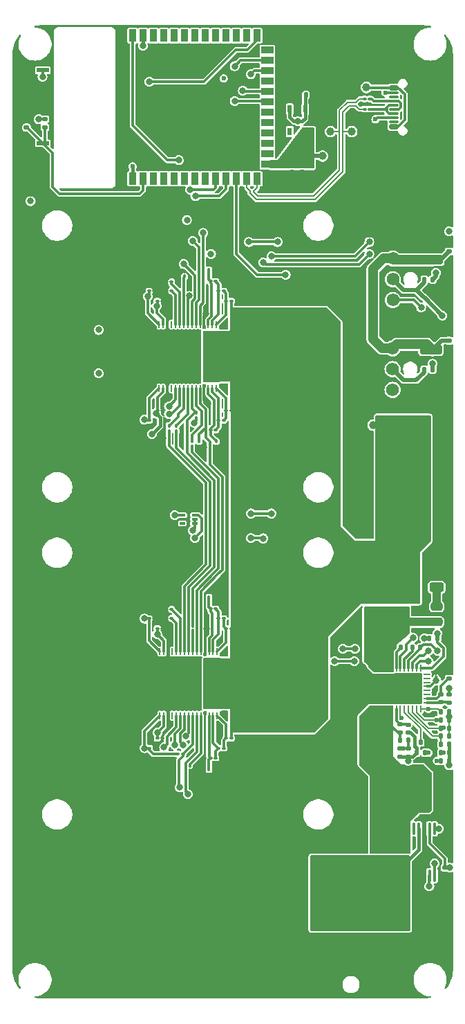
<source format=gbr>
%TF.GenerationSoftware,KiCad,Pcbnew,8.0.4*%
%TF.CreationDate,2024-11-04T18:40:42+01:00*%
%TF.ProjectId,BitForgeNano,42697446-6f72-4676-954e-616e6f2e6b69,rev?*%
%TF.SameCoordinates,Original*%
%TF.FileFunction,Copper,L1,Top*%
%TF.FilePolarity,Positive*%
%FSLAX46Y46*%
G04 Gerber Fmt 4.6, Leading zero omitted, Abs format (unit mm)*
G04 Created by KiCad (PCBNEW 8.0.4) date 2024-11-04 18:40:42*
%MOMM*%
%LPD*%
G01*
G04 APERTURE LIST*
G04 Aperture macros list*
%AMRoundRect*
0 Rectangle with rounded corners*
0 $1 Rounding radius*
0 $2 $3 $4 $5 $6 $7 $8 $9 X,Y pos of 4 corners*
0 Add a 4 corners polygon primitive as box body*
4,1,4,$2,$3,$4,$5,$6,$7,$8,$9,$2,$3,0*
0 Add four circle primitives for the rounded corners*
1,1,$1+$1,$2,$3*
1,1,$1+$1,$4,$5*
1,1,$1+$1,$6,$7*
1,1,$1+$1,$8,$9*
0 Add four rect primitives between the rounded corners*
20,1,$1+$1,$2,$3,$4,$5,0*
20,1,$1+$1,$4,$5,$6,$7,0*
20,1,$1+$1,$6,$7,$8,$9,0*
20,1,$1+$1,$8,$9,$2,$3,0*%
G04 Aperture macros list end*
%TA.AperFunction,EtchedComponent*%
%ADD10C,0.000100*%
%TD*%
%TA.AperFunction,SMDPad,CuDef*%
%ADD11RoundRect,0.062500X-0.062500X0.337500X-0.062500X-0.337500X0.062500X-0.337500X0.062500X0.337500X0*%
%TD*%
%TA.AperFunction,SMDPad,CuDef*%
%ADD12RoundRect,0.062500X-0.337500X0.062500X-0.337500X-0.062500X0.337500X-0.062500X0.337500X0.062500X0*%
%TD*%
%TA.AperFunction,ComponentPad*%
%ADD13C,0.400000*%
%TD*%
%TA.AperFunction,SMDPad,CuDef*%
%ADD14R,5.300000X3.300000*%
%TD*%
%TA.AperFunction,SMDPad,CuDef*%
%ADD15C,1.500000*%
%TD*%
%TA.AperFunction,SMDPad,CuDef*%
%ADD16R,0.250000X0.250000*%
%TD*%
%TA.AperFunction,SMDPad,CuDef*%
%ADD17RoundRect,0.135000X0.185000X-0.135000X0.185000X0.135000X-0.185000X0.135000X-0.185000X-0.135000X0*%
%TD*%
%TA.AperFunction,SMDPad,CuDef*%
%ADD18RoundRect,0.135000X-0.185000X0.135000X-0.185000X-0.135000X0.185000X-0.135000X0.185000X0.135000X0*%
%TD*%
%TA.AperFunction,SMDPad,CuDef*%
%ADD19RoundRect,0.135000X0.135000X0.185000X-0.135000X0.185000X-0.135000X-0.185000X0.135000X-0.185000X0*%
%TD*%
%TA.AperFunction,SMDPad,CuDef*%
%ADD20RoundRect,0.250000X-0.625000X0.312500X-0.625000X-0.312500X0.625000X-0.312500X0.625000X0.312500X0*%
%TD*%
%TA.AperFunction,SMDPad,CuDef*%
%ADD21RoundRect,0.100000X-0.130000X-0.100000X0.130000X-0.100000X0.130000X0.100000X-0.130000X0.100000X0*%
%TD*%
%TA.AperFunction,SMDPad,CuDef*%
%ADD22RoundRect,0.135000X-0.135000X-0.185000X0.135000X-0.185000X0.135000X0.185000X-0.135000X0.185000X0*%
%TD*%
%TA.AperFunction,SMDPad,CuDef*%
%ADD23RoundRect,0.250000X-0.325000X-0.650000X0.325000X-0.650000X0.325000X0.650000X-0.325000X0.650000X0*%
%TD*%
%TA.AperFunction,SMDPad,CuDef*%
%ADD24RoundRect,0.250000X0.250000X0.475000X-0.250000X0.475000X-0.250000X-0.475000X0.250000X-0.475000X0*%
%TD*%
%TA.AperFunction,SMDPad,CuDef*%
%ADD25RoundRect,0.250000X0.325000X1.100000X-0.325000X1.100000X-0.325000X-1.100000X0.325000X-1.100000X0*%
%TD*%
%TA.AperFunction,SMDPad,CuDef*%
%ADD26RoundRect,0.250000X0.325000X0.650000X-0.325000X0.650000X-0.325000X-0.650000X0.325000X-0.650000X0*%
%TD*%
%TA.AperFunction,SMDPad,CuDef*%
%ADD27RoundRect,0.140000X-0.170000X0.140000X-0.170000X-0.140000X0.170000X-0.140000X0.170000X0.140000X0*%
%TD*%
%TA.AperFunction,SMDPad,CuDef*%
%ADD28RoundRect,0.140000X0.140000X0.170000X-0.140000X0.170000X-0.140000X-0.170000X0.140000X-0.170000X0*%
%TD*%
%TA.AperFunction,SMDPad,CuDef*%
%ADD29RoundRect,0.140000X0.170000X-0.140000X0.170000X0.140000X-0.170000X0.140000X-0.170000X-0.140000X0*%
%TD*%
%TA.AperFunction,SMDPad,CuDef*%
%ADD30RoundRect,0.250000X-0.250000X-0.475000X0.250000X-0.475000X0.250000X0.475000X-0.250000X0.475000X0*%
%TD*%
%TA.AperFunction,SMDPad,CuDef*%
%ADD31RoundRect,0.250000X1.100000X-0.325000X1.100000X0.325000X-1.100000X0.325000X-1.100000X-0.325000X0*%
%TD*%
%TA.AperFunction,SMDPad,CuDef*%
%ADD32RoundRect,0.250000X-0.475000X0.250000X-0.475000X-0.250000X0.475000X-0.250000X0.475000X0.250000X0*%
%TD*%
%TA.AperFunction,SMDPad,CuDef*%
%ADD33RoundRect,0.140000X-0.140000X-0.170000X0.140000X-0.170000X0.140000X0.170000X-0.140000X0.170000X0*%
%TD*%
%TA.AperFunction,SMDPad,CuDef*%
%ADD34RoundRect,0.100000X-0.100000X0.637500X-0.100000X-0.637500X0.100000X-0.637500X0.100000X0.637500X0*%
%TD*%
%TA.AperFunction,SMDPad,CuDef*%
%ADD35RoundRect,0.100000X-0.100000X0.130000X-0.100000X-0.130000X0.100000X-0.130000X0.100000X0.130000X0*%
%TD*%
%TA.AperFunction,SMDPad,CuDef*%
%ADD36RoundRect,0.100000X0.130000X0.100000X-0.130000X0.100000X-0.130000X-0.100000X0.130000X-0.100000X0*%
%TD*%
%TA.AperFunction,SMDPad,CuDef*%
%ADD37RoundRect,0.150000X0.425000X-0.150000X0.425000X0.150000X-0.425000X0.150000X-0.425000X-0.150000X0*%
%TD*%
%TA.AperFunction,SMDPad,CuDef*%
%ADD38RoundRect,0.075000X0.500000X-0.075000X0.500000X0.075000X-0.500000X0.075000X-0.500000X-0.075000X0*%
%TD*%
%TA.AperFunction,ComponentPad*%
%ADD39O,2.100000X1.000000*%
%TD*%
%TA.AperFunction,ComponentPad*%
%ADD40O,1.800000X1.000000*%
%TD*%
%TA.AperFunction,ComponentPad*%
%ADD41R,4.000000X2.000000*%
%TD*%
%TA.AperFunction,ComponentPad*%
%ADD42O,2.000000X3.500000*%
%TD*%
%TA.AperFunction,ComponentPad*%
%ADD43O,3.300000X2.000000*%
%TD*%
%TA.AperFunction,ComponentPad*%
%ADD44C,1.574800*%
%TD*%
%TA.AperFunction,SMDPad,CuDef*%
%ADD45R,1.524000X0.508000*%
%TD*%
%TA.AperFunction,SMDPad,CuDef*%
%ADD46RoundRect,0.085000X-0.265000X-0.085000X0.265000X-0.085000X0.265000X0.085000X-0.265000X0.085000X0*%
%TD*%
%TA.AperFunction,SMDPad,CuDef*%
%ADD47C,1.000000*%
%TD*%
%TA.AperFunction,SMDPad,CuDef*%
%ADD48R,0.558800X0.952500*%
%TD*%
%TA.AperFunction,SMDPad,CuDef*%
%ADD49R,0.900000X1.500000*%
%TD*%
%TA.AperFunction,SMDPad,CuDef*%
%ADD50R,1.500000X0.900000*%
%TD*%
%TA.AperFunction,SMDPad,CuDef*%
%ADD51R,0.900000X0.900000*%
%TD*%
%TA.AperFunction,SMDPad,CuDef*%
%ADD52R,3.050000X2.000000*%
%TD*%
%TA.AperFunction,SMDPad,CuDef*%
%ADD53RoundRect,0.055250X-0.055250X0.340750X-0.055250X-0.340750X0.055250X-0.340750X0.055250X0.340750X0*%
%TD*%
%TA.AperFunction,SMDPad,CuDef*%
%ADD54R,2.000000X6.330000*%
%TD*%
%TA.AperFunction,SMDPad,CuDef*%
%ADD55R,5.300000X6.330000*%
%TD*%
%TA.AperFunction,ViaPad*%
%ADD56C,0.800000*%
%TD*%
%TA.AperFunction,ViaPad*%
%ADD57C,0.600000*%
%TD*%
%TA.AperFunction,Conductor*%
%ADD58C,0.300000*%
%TD*%
%TA.AperFunction,Conductor*%
%ADD59C,0.500000*%
%TD*%
%TA.AperFunction,Conductor*%
%ADD60C,1.200000*%
%TD*%
%TA.AperFunction,Conductor*%
%ADD61C,0.750000*%
%TD*%
%TA.AperFunction,Conductor*%
%ADD62C,0.400000*%
%TD*%
%TA.AperFunction,Conductor*%
%ADD63C,0.200000*%
%TD*%
%TA.AperFunction,Conductor*%
%ADD64C,1.000000*%
%TD*%
%TA.AperFunction,Conductor*%
%ADD65C,0.350000*%
%TD*%
G04 APERTURE END LIST*
%TO.C,T1*%
D10*
X97325000Y-126170500D02*
X97575000Y-126170500D01*
X97575000Y-126100500D01*
X97325000Y-126100500D01*
X97325000Y-126170500D01*
%TA.AperFunction,EtchedComponent*%
G36*
X97325000Y-126170500D02*
G01*
X97575000Y-126170500D01*
X97575000Y-126100500D01*
X97325000Y-126100500D01*
X97325000Y-126170500D01*
G37*
%TD.AperFunction*%
%TD*%
D11*
%TO.P,U12,1,PGD*%
%TO.N,/Power/PGOOD*%
X95550000Y-125100000D03*
%TO.P,U12,2,PMB_DATA*%
%TO.N,/SDA*%
X95050000Y-125100000D03*
%TO.P,U12,3,PMB_CLK*%
%TO.N,/SCL*%
X94550000Y-125100000D03*
%TO.P,U12,4,BP1V5*%
%TO.N,Net-(U12-BP1V5)*%
X94050000Y-125100000D03*
%TO.P,U12,5,DRTN*%
%TO.N,Net-(U12-DRTN)*%
X93550000Y-125100000D03*
%TO.P,U12,6,SMB_ALRT*%
%TO.N,/Power/SMB_ALRT*%
X93050000Y-125100000D03*
%TO.P,U12,7,BOOT*%
%TO.N,Net-(U12-BOOT)*%
X92550000Y-125100000D03*
%TO.P,U12,8,SW*%
%TO.N,/Power/SW*%
X92050000Y-125100000D03*
%TO.P,U12,9,SW*%
X91550000Y-125100000D03*
%TO.P,U12,10,SW*%
X91050000Y-125100000D03*
%TO.P,U12,11,SW*%
X90550000Y-125100000D03*
%TO.P,U12,12,SW*%
X90050000Y-125100000D03*
D12*
%TO.P,U12,13,PGND*%
%TO.N,GND*%
X89300000Y-125850000D03*
%TO.P,U12,14,PGND*%
X89300000Y-126350000D03*
%TO.P,U12,15,PGND*%
X89300000Y-126850000D03*
%TO.P,U12,16,PGND*%
X89300000Y-127350000D03*
%TO.P,U12,17,PGND*%
X89300000Y-127850000D03*
%TO.P,U12,18,PGND*%
X89300000Y-128350000D03*
%TO.P,U12,19,PGND*%
X89300000Y-128850000D03*
%TO.P,U12,20,PGND*%
X89300000Y-129350000D03*
D11*
%TO.P,U12,21,PVIN*%
%TO.N,Net-(C2-Pad1)*%
X90050000Y-130100000D03*
%TO.P,U12,22,PVIN*%
X90550000Y-130100000D03*
%TO.P,U12,23,PVIN*%
X91050000Y-130100000D03*
%TO.P,U12,24,PVIN*%
X91550000Y-130100000D03*
%TO.P,U12,25,PVIN*%
X92050000Y-130100000D03*
%TO.P,U12,26,AVIN*%
%TO.N,Net-(U12-AVIN)*%
X92550000Y-130100000D03*
%TO.P,U12,27,EN/UVLO*%
%TO.N,Net-(U12-EN{slash}UVLO)*%
X93050000Y-130100000D03*
%TO.P,U12,28,VDD5*%
%TO.N,Net-(U12-VDD5)*%
X93550000Y-130100000D03*
%TO.P,U12,29,MSEL2*%
%TO.N,Net-(U12-MSEL2)*%
X94050000Y-130100000D03*
%TO.P,U12,30,VSEL*%
%TO.N,Net-(U12-VSEL)*%
X94550000Y-130100000D03*
%TO.P,U12,31,ADRSEL*%
%TO.N,Net-(U12-ADRSEL)*%
X95050000Y-130100000D03*
%TO.P,U12,32,MSEL1*%
%TO.N,Net-(U12-MSEL1)*%
X95550000Y-130100000D03*
D12*
%TO.P,U12,33,VOSNS*%
%TO.N,Net-(U12-VOSNS)*%
X96300000Y-129350000D03*
%TO.P,U12,34,GOSNS*%
%TO.N,Net-(U12-GOSNS)*%
X96300000Y-128850000D03*
%TO.P,U12,35,VSHARE*%
%TO.N,unconnected-(U12-VSHARE-Pad35)*%
X96300000Y-128350000D03*
%TO.P,U12,36,NC*%
%TO.N,unconnected-(U12-NC-Pad36)*%
X96300000Y-127850000D03*
%TO.P,U12,37,AGND*%
%TO.N,/Power/AGND*%
X96300000Y-127350000D03*
%TO.P,U12,38,SYNC*%
%TO.N,unconnected-(U12-SYNC-Pad38)*%
X96300000Y-126850000D03*
%TO.P,U12,39,BCX_CLK*%
%TO.N,unconnected-(U12-BCX_CLK-Pad39)*%
X96300000Y-126350000D03*
%TO.P,U12,40,BCX_DAT*%
%TO.N,unconnected-(U12-BCX_DAT-Pad40)*%
X96300000Y-125850000D03*
D13*
%TO.P,U12,41,PAD*%
%TO.N,GND*%
X94200000Y-126320000D03*
X92800000Y-126320000D03*
X91400000Y-126320000D03*
X95200000Y-127600000D03*
X94200000Y-127600000D03*
X92800000Y-127600000D03*
D14*
X92800000Y-127600000D03*
D13*
X91400000Y-127600000D03*
X90400000Y-127600000D03*
X94200000Y-128880000D03*
X92800000Y-128880000D03*
X91400000Y-128880000D03*
%TD*%
D15*
%TO.P,TP28,1,1*%
%TO.N,GND*%
X98250000Y-159750000D03*
%TD*%
D16*
%TO.P,T1,1*%
%TO.N,/Power/AGND*%
X97450000Y-126290000D03*
%TO.P,T1,2*%
%TO.N,GND*%
X97450000Y-125980000D03*
%TD*%
D17*
%TO.P,R41,1*%
%TO.N,Net-(U12-GOSNS)*%
X99000000Y-126410000D03*
%TO.P,R41,2*%
%TO.N,GND*%
X99000000Y-125390000D03*
%TD*%
D18*
%TO.P,R39,1*%
%TO.N,VDD*%
X99000000Y-128290000D03*
%TO.P,R39,2*%
%TO.N,Net-(U12-VOSNS)*%
X99000000Y-129310000D03*
%TD*%
D19*
%TO.P,R36,1*%
%TO.N,/Power/PGOOD*%
X97610000Y-121450000D03*
%TO.P,R36,2*%
%TO.N,3V3*%
X96590000Y-121450000D03*
%TD*%
D20*
%TO.P,R32,1*%
%TO.N,GND*%
X97500000Y-112317500D03*
%TO.P,R32,2*%
%TO.N,Net-(C12-Pad1)*%
X97500000Y-115242500D03*
%TD*%
D17*
%TO.P,R30,1*%
%TO.N,Net-(C2-Pad1)*%
X93000000Y-133020000D03*
%TO.P,R30,2*%
%TO.N,Net-(U12-AVIN)*%
X93000000Y-132000000D03*
%TD*%
D21*
%TO.P,R24,1*%
%TO.N,GND*%
X64380000Y-77862500D03*
%TO.P,R24,2*%
%TO.N,Net-(U9-ROSC_SEL)*%
X65020000Y-77862500D03*
%TD*%
D18*
%TO.P,R21,1*%
%TO.N,3V3*%
X49500000Y-57990000D03*
%TO.P,R21,2*%
%TO.N,/ESP32/EN*%
X49500000Y-59010000D03*
%TD*%
D21*
%TO.P,R12,1*%
%TO.N,GND*%
X64380000Y-117905000D03*
%TO.P,R12,2*%
%TO.N,Net-(U3-ROSC_SEL)*%
X65020000Y-117905000D03*
%TD*%
D22*
%TO.P,R10,1*%
%TO.N,Net-(U12-VSEL)*%
X98030000Y-135450000D03*
%TO.P,R10,2*%
%TO.N,/Power/AGND*%
X99050000Y-135450000D03*
%TD*%
%TO.P,R9,1*%
%TO.N,Net-(C2-Pad1)*%
X92990000Y-133960000D03*
%TO.P,R9,2*%
%TO.N,Net-(U12-EN{slash}UVLO)*%
X94010000Y-133960000D03*
%TD*%
D18*
%TO.P,R8,1*%
%TO.N,Net-(U12-EN{slash}UVLO)*%
X94000000Y-134930000D03*
%TO.P,R8,2*%
%TO.N,/Power/AGND*%
X94000000Y-135950000D03*
%TD*%
D22*
%TO.P,R7,1*%
%TO.N,Net-(U12-ADRSEL)*%
X98030000Y-136450000D03*
%TO.P,R7,2*%
%TO.N,/Power/AGND*%
X99050000Y-136450000D03*
%TD*%
%TO.P,R6,1*%
%TO.N,Net-(U12-MSEL2)*%
X98030000Y-134450000D03*
%TO.P,R6,2*%
%TO.N,/Power/AGND*%
X99050000Y-134450000D03*
%TD*%
%TO.P,R5,1*%
%TO.N,/Power/AGND*%
X95040000Y-135450000D03*
%TO.P,R5,2*%
%TO.N,Net-(U12-MSEL1)*%
X96060000Y-135450000D03*
%TD*%
D19*
%TO.P,R4,1*%
%TO.N,Net-(U12-BP1V5)*%
X99050000Y-132450000D03*
%TO.P,R4,2*%
%TO.N,Net-(U12-VSEL)*%
X98030000Y-132450000D03*
%TD*%
%TO.P,R3,1*%
%TO.N,Net-(U12-BP1V5)*%
X99050000Y-131450000D03*
%TO.P,R3,2*%
%TO.N,Net-(U12-ADRSEL)*%
X98030000Y-131450000D03*
%TD*%
%TO.P,R2,1*%
%TO.N,Net-(U12-BP1V5)*%
X99050000Y-133450000D03*
%TO.P,R2,2*%
%TO.N,Net-(U12-MSEL2)*%
X98030000Y-133450000D03*
%TD*%
%TO.P,R1,1*%
%TO.N,Net-(U12-BP1V5)*%
X99050000Y-130450000D03*
%TO.P,R1,2*%
%TO.N,Net-(U12-MSEL1)*%
X98030000Y-130450000D03*
%TD*%
D23*
%TO.P,C80,1*%
%TO.N,VDD*%
X95050000Y-108350000D03*
%TO.P,C80,2*%
%TO.N,GND*%
X98000000Y-108350000D03*
%TD*%
%TO.P,C79,1*%
%TO.N,VDD*%
X95025000Y-105850000D03*
%TO.P,C79,2*%
%TO.N,GND*%
X97975000Y-105850000D03*
%TD*%
D24*
%TO.P,C78,1*%
%TO.N,VDD*%
X90950000Y-101100000D03*
%TO.P,C78,2*%
%TO.N,GND*%
X89050000Y-101100000D03*
%TD*%
%TO.P,C77,1*%
%TO.N,VDD*%
X90950000Y-98850000D03*
%TO.P,C77,2*%
%TO.N,GND*%
X89050000Y-98850000D03*
%TD*%
D25*
%TO.P,C76,1*%
%TO.N,Net-(C2-Pad1)*%
X91225000Y-142750000D03*
%TO.P,C76,2*%
%TO.N,GND*%
X88275000Y-142750000D03*
%TD*%
D23*
%TO.P,C75,1*%
%TO.N,VDD*%
X95050000Y-103350000D03*
%TO.P,C75,2*%
%TO.N,GND*%
X98000000Y-103350000D03*
%TD*%
D26*
%TO.P,C74,1*%
%TO.N,VDD*%
X91450000Y-103350000D03*
%TO.P,C74,2*%
%TO.N,GND*%
X88500000Y-103350000D03*
%TD*%
%TO.P,C73,1*%
%TO.N,VDD*%
X91450000Y-105850000D03*
%TO.P,C73,2*%
%TO.N,GND*%
X88500000Y-105850000D03*
%TD*%
D27*
%TO.P,C57,1*%
%TO.N,3V3*%
X79750000Y-63500000D03*
%TO.P,C57,2*%
%TO.N,GND*%
X79750000Y-64460000D03*
%TD*%
D28*
%TO.P,C56,1*%
%TO.N,+5V*%
X81480000Y-55000000D03*
%TO.P,C56,2*%
%TO.N,GND*%
X80520000Y-55000000D03*
%TD*%
D26*
%TO.P,C53,1*%
%TO.N,VDD*%
X91450000Y-108350000D03*
%TO.P,C53,2*%
%TO.N,GND*%
X88500000Y-108350000D03*
%TD*%
D29*
%TO.P,C49,1*%
%TO.N,/ESP32/EN*%
X47250000Y-59000500D03*
%TO.P,C49,2*%
%TO.N,GND*%
X47250000Y-58040500D03*
%TD*%
D27*
%TO.P,C48,1*%
%TO.N,3V3*%
X81000000Y-63500000D03*
%TO.P,C48,2*%
%TO.N,GND*%
X81000000Y-64460000D03*
%TD*%
D29*
%TO.P,C43,1*%
%TO.N,+5V*%
X99000000Y-74180000D03*
%TO.P,C43,2*%
%TO.N,GND*%
X99000000Y-73220000D03*
%TD*%
D30*
%TO.P,C30,1*%
%TO.N,VDD*%
X95800000Y-101100000D03*
%TO.P,C30,2*%
%TO.N,GND*%
X97700000Y-101100000D03*
%TD*%
%TO.P,C25,1*%
%TO.N,VDD*%
X95800000Y-98850000D03*
%TO.P,C25,2*%
%TO.N,GND*%
X97700000Y-98850000D03*
%TD*%
D31*
%TO.P,C24,1*%
%TO.N,+5V*%
X96900000Y-75175000D03*
%TO.P,C24,2*%
%TO.N,GND*%
X96900000Y-72225000D03*
%TD*%
D29*
%TO.P,C23,1*%
%TO.N,+5V*%
X99000000Y-85080000D03*
%TO.P,C23,2*%
%TO.N,GND*%
X99000000Y-84120000D03*
%TD*%
D31*
%TO.P,C22,1*%
%TO.N,+5V*%
X96800000Y-86175000D03*
%TO.P,C22,2*%
%TO.N,GND*%
X96800000Y-83225000D03*
%TD*%
D30*
%TO.P,C20,1*%
%TO.N,VDD*%
X95800000Y-96600000D03*
%TO.P,C20,2*%
%TO.N,GND*%
X97700000Y-96600000D03*
%TD*%
D27*
%TO.P,C14,1*%
%TO.N,3V3*%
X98500000Y-149540000D03*
%TO.P,C14,2*%
%TO.N,GND*%
X98500000Y-150500000D03*
%TD*%
D29*
%TO.P,C13,1*%
%TO.N,Net-(U12-VOSNS)*%
X98000000Y-129280000D03*
%TO.P,C13,2*%
%TO.N,Net-(U12-GOSNS)*%
X98000000Y-128320000D03*
%TD*%
D32*
%TO.P,C12,1*%
%TO.N,Net-(C12-Pad1)*%
X97500000Y-117580000D03*
%TO.P,C12,2*%
%TO.N,/Power/SW*%
X97500000Y-119480000D03*
%TD*%
D28*
%TO.P,C11,1*%
%TO.N,Net-(U12-BOOT)*%
X93080000Y-122600000D03*
%TO.P,C11,2*%
%TO.N,/Power/SW*%
X92120000Y-122600000D03*
%TD*%
D33*
%TO.P,C10,1*%
%TO.N,Net-(U12-VDD5)*%
X95520000Y-134200000D03*
%TO.P,C10,2*%
%TO.N,GND*%
X96480000Y-134200000D03*
%TD*%
%TO.P,C9,1*%
%TO.N,Net-(C2-Pad1)*%
X96520000Y-142250000D03*
%TO.P,C9,2*%
%TO.N,GND*%
X97480000Y-142250000D03*
%TD*%
D27*
%TO.P,C8,1*%
%TO.N,Net-(U12-EN{slash}UVLO)*%
X93000000Y-134960000D03*
%TO.P,C8,2*%
%TO.N,/Power/AGND*%
X93000000Y-135920000D03*
%TD*%
D33*
%TO.P,C7,1*%
%TO.N,Net-(C2-Pad1)*%
X96520000Y-140250000D03*
%TO.P,C7,2*%
%TO.N,GND*%
X97480000Y-140250000D03*
%TD*%
%TO.P,C6,1*%
%TO.N,Net-(C2-Pad1)*%
X96520000Y-141250000D03*
%TO.P,C6,2*%
%TO.N,GND*%
X97480000Y-141250000D03*
%TD*%
D29*
%TO.P,C5,1*%
%TO.N,/Power/AGND*%
X94000000Y-132980000D03*
%TO.P,C5,2*%
%TO.N,Net-(U12-AVIN)*%
X94000000Y-132020000D03*
%TD*%
D25*
%TO.P,C4,1*%
%TO.N,Net-(C2-Pad1)*%
X91225000Y-139500000D03*
%TO.P,C4,2*%
%TO.N,GND*%
X88275000Y-139500000D03*
%TD*%
%TO.P,C3,1*%
%TO.N,Net-(C2-Pad1)*%
X91225000Y-146000000D03*
%TO.P,C3,2*%
%TO.N,GND*%
X88275000Y-146000000D03*
%TD*%
D30*
%TO.P,C2,1*%
%TO.N,Net-(C2-Pad1)*%
X96050000Y-138750000D03*
%TO.P,C2,2*%
%TO.N,GND*%
X97950000Y-138750000D03*
%TD*%
D33*
%TO.P,C1,1*%
%TO.N,Net-(U12-DRTN)*%
X94520000Y-122600000D03*
%TO.P,C1,2*%
%TO.N,Net-(U12-BP1V5)*%
X95480000Y-122600000D03*
%TD*%
D34*
%TO.P,U4,1,IN+*%
%TO.N,VIN*%
X92725000Y-150482500D03*
%TO.P,U4,2,IN+*%
X93375000Y-150482500D03*
%TO.P,U4,3,IN+*%
X94025000Y-150482500D03*
%TO.P,U4,4,A1*%
%TO.N,GND*%
X94675000Y-150482500D03*
%TO.P,U4,5,A0*%
X95325000Y-150482500D03*
%TO.P,U4,6,GND*%
X95975000Y-150482500D03*
%TO.P,U4,7,ALERT*%
%TO.N,/ESP32/INA_ALRT*%
X96625000Y-150482500D03*
%TO.P,U4,8,SDA*%
%TO.N,/SDA*%
X97275000Y-150482500D03*
%TO.P,U4,9,SCL*%
%TO.N,/SCL*%
X97275000Y-144757500D03*
%TO.P,U4,10,VS*%
%TO.N,3V3*%
X96625000Y-144757500D03*
%TO.P,U4,11,GND*%
%TO.N,GND*%
X95975000Y-144757500D03*
%TO.P,U4,12,VBUS*%
%TO.N,VIN*%
X95325000Y-144757500D03*
%TO.P,U4,13,NC*%
%TO.N,unconnected-(U4-NC-Pad13)*%
X94675000Y-144757500D03*
%TO.P,U4,14,IN-*%
%TO.N,Net-(C2-Pad1)*%
X94025000Y-144757500D03*
%TO.P,U4,15,IN-*%
X93375000Y-144757500D03*
%TO.P,U4,16,IN-*%
X92725000Y-144757500D03*
%TD*%
D35*
%TO.P,R23,1*%
%TO.N,GND*%
X66600000Y-76592500D03*
%TO.P,R23,2*%
%TO.N,/Domain/I_BI*%
X66600000Y-77232500D03*
%TD*%
D21*
%TO.P,R38,1*%
%TO.N,/ESP32/USB_D+*%
X88680000Y-55500000D03*
%TO.P,R38,2*%
%TO.N,Net-(J5-D+-PadA6)*%
X89320000Y-55500000D03*
%TD*%
D36*
%TO.P,C36,1*%
%TO.N,VDD*%
X72320000Y-133700000D03*
%TO.P,C36,2*%
%TO.N,Net-(U3-VDD3_1)*%
X71680000Y-133700000D03*
%TD*%
D37*
%TO.P,J5,A1,GND*%
%TO.N,GND*%
X92255000Y-59725000D03*
%TO.P,J5,A4,VBUS*%
%TO.N,Net-(J5-VBUS-PadA4)*%
X92255000Y-58925000D03*
D38*
%TO.P,J5,A5,CC1*%
%TO.N,Net-(J5-CC1)*%
X92255000Y-57775000D03*
%TO.P,J5,A6,D+*%
%TO.N,Net-(J5-D+-PadA6)*%
X92255000Y-56775000D03*
%TO.P,J5,A7,D-*%
%TO.N,Net-(J5-D--PadA7)*%
X92255000Y-56275000D03*
%TO.P,J5,A8,SBU1*%
%TO.N,unconnected-(J5-SBU1-PadA8)*%
X92255000Y-55275000D03*
D37*
%TO.P,J5,A9,VBUS*%
%TO.N,Net-(J5-VBUS-PadA4)*%
X92255000Y-54125000D03*
%TO.P,J5,A12,GND*%
%TO.N,GND*%
X92255000Y-53325000D03*
%TO.P,J5,B1,GND*%
X92255000Y-53325000D03*
%TO.P,J5,B4,VBUS*%
%TO.N,Net-(J5-VBUS-PadA4)*%
X92255000Y-54125000D03*
D38*
%TO.P,J5,B5,CC2*%
%TO.N,Net-(J5-CC2)*%
X92255000Y-54775000D03*
%TO.P,J5,B6,D+*%
%TO.N,Net-(J5-D+-PadA6)*%
X92255000Y-55775000D03*
%TO.P,J5,B7,D-*%
%TO.N,Net-(J5-D--PadA7)*%
X92255000Y-57275000D03*
%TO.P,J5,B8,SBU2*%
%TO.N,unconnected-(J5-SBU2-PadB8)*%
X92255000Y-58275000D03*
D37*
%TO.P,J5,B9,VBUS*%
%TO.N,Net-(J5-VBUS-PadA4)*%
X92255000Y-58925000D03*
%TO.P,J5,B12,GND*%
%TO.N,GND*%
X92255000Y-59725000D03*
D39*
%TO.P,J5,S1,SHIELD*%
X92830000Y-60845000D03*
D40*
X97010000Y-60845000D03*
D39*
X92830000Y-52205000D03*
D40*
X97010000Y-52205000D03*
%TD*%
D41*
%TO.P,J1,1*%
%TO.N,VIN*%
X87000000Y-154800000D03*
D42*
%TO.P,J1,2*%
%TO.N,GND*%
X82500000Y-161800000D03*
D43*
X87000000Y-160800000D03*
D42*
X91500000Y-161800000D03*
%TD*%
D35*
%TO.P,C16,1*%
%TO.N,GND*%
X69600000Y-115835000D03*
%TO.P,C16,2*%
%TO.N,Net-(U3-VDD1_0)*%
X69600000Y-116475000D03*
%TD*%
D21*
%TO.P,C18,1*%
%TO.N,Net-(U3-VDD1_0)*%
X69780000Y-117855000D03*
%TO.P,C18,2*%
%TO.N,Net-(U3-VDD2_0)*%
X70420000Y-117855000D03*
%TD*%
D44*
%TO.P,J8,1,Pin_1*%
%TO.N,GND*%
X92100000Y-83460000D03*
%TO.P,J8,2,Pin_2*%
%TO.N,+5V*%
X92100000Y-86000000D03*
%TO.P,J8,3,Pin_3*%
%TO.N,/Fan/FAN2_TACH*%
X92100000Y-88540000D03*
%TO.P,J8,4,Pin_4*%
%TO.N,/Fan/FAN2_PWM*%
X92100000Y-91080000D03*
%TD*%
D21*
%TO.P,C62,1*%
%TO.N,Net-(U9-VDD2_0)*%
X70780000Y-79012500D03*
%TO.P,C62,2*%
%TO.N,Net-(U9-VDD3_0)*%
X71420000Y-79012500D03*
%TD*%
D36*
%TO.P,C66,1*%
%TO.N,Net-(U9-VDD3_1)*%
X71420000Y-94800000D03*
%TO.P,C66,2*%
%TO.N,Net-(U9-VDD2_1)*%
X70780000Y-94800000D03*
%TD*%
%TO.P,C51,1*%
%TO.N,Net-(U3-VDD2_1)*%
X70420000Y-136100000D03*
%TO.P,C51,2*%
%TO.N,Net-(U3-VDD1_1)*%
X69780000Y-136100000D03*
%TD*%
D35*
%TO.P,C68,1*%
%TO.N,Net-(U9-VDD1_1)*%
X70500000Y-97380000D03*
%TO.P,C68,2*%
%TO.N,GND*%
X70500000Y-98020000D03*
%TD*%
D21*
%TO.P,C63,1*%
%TO.N,Net-(U9-VDD3_0)*%
X71680000Y-80212500D03*
%TO.P,C63,2*%
%TO.N,VDD*%
X72320000Y-80212500D03*
%TD*%
D35*
%TO.P,C54,1*%
%TO.N,GND*%
X69600000Y-75792500D03*
%TO.P,C54,2*%
%TO.N,Net-(U9-VDD1_0)*%
X69600000Y-76432500D03*
%TD*%
D21*
%TO.P,C69,1*%
%TO.N,/Domain/0V8*%
X63260000Y-80212500D03*
%TO.P,C69,2*%
%TO.N,GND*%
X63900000Y-80212500D03*
%TD*%
%TO.P,C27,1*%
%TO.N,/Domain/1V2*%
X62260000Y-119055000D03*
%TO.P,C27,2*%
%TO.N,GND*%
X62900000Y-119055000D03*
%TD*%
D35*
%TO.P,R11,1*%
%TO.N,Net-(U9-CO)*%
X67500000Y-97380000D03*
%TO.P,R11,2*%
%TO.N,Net-(U3-CI)*%
X67500000Y-98020000D03*
%TD*%
D45*
%TO.P,SW2,1*%
%TO.N,GND*%
X49250000Y-65250000D03*
%TO.P,SW2,2*%
%TO.N,/ESP32/EN*%
X49250000Y-60932000D03*
%TD*%
D46*
%TO.P,U7,1,SCL*%
%TO.N,/SCL*%
X66350000Y-106400000D03*
%TO.P,U7,2,GND*%
%TO.N,GND*%
X66350000Y-106900000D03*
%TO.P,U7,3,ALERT*%
%TO.N,unconnected-(U7-ALERT-Pad3)*%
X66350000Y-107400000D03*
%TO.P,U7,4,A0*%
%TO.N,3V3*%
X67850000Y-107400000D03*
%TO.P,U7,5,V+*%
X67850000Y-106900000D03*
%TO.P,U7,6,SDA*%
%TO.N,/SDA*%
X67850000Y-106400000D03*
%TD*%
D35*
%TO.P,R19,1*%
%TO.N,Net-(U9-BO)*%
X64700000Y-95480000D03*
%TO.P,R19,2*%
%TO.N,Net-(U3-BI)*%
X64700000Y-96120000D03*
%TD*%
D36*
%TO.P,R17,1*%
%TO.N,Net-(U3-RI)*%
X66420000Y-135600000D03*
%TO.P,R17,2*%
%TO.N,/Domain/1V2*%
X65780000Y-135600000D03*
%TD*%
%TO.P,C65,1*%
%TO.N,VDD*%
X72320000Y-93600000D03*
%TO.P,C65,2*%
%TO.N,Net-(U9-VDD3_1)*%
X71680000Y-93600000D03*
%TD*%
D35*
%TO.P,C52,1*%
%TO.N,Net-(U3-VDD1_1)*%
X69600000Y-137480000D03*
%TO.P,C52,2*%
%TO.N,GND*%
X69600000Y-138120000D03*
%TD*%
D21*
%TO.P,C44,1*%
%TO.N,/Domain/0V8*%
X63280000Y-133700000D03*
%TO.P,C44,2*%
%TO.N,GND*%
X63920000Y-133700000D03*
%TD*%
D47*
%TO.P,TP14,1,1*%
%TO.N,/ESP32/USB_D+*%
X84500000Y-59500000D03*
%TD*%
D48*
%TO.P,U10,1,VIN*%
%TO.N,+5V*%
X81379600Y-56744100D03*
%TO.P,U10,2,GND*%
%TO.N,GND*%
X80439800Y-56744100D03*
%TO.P,U10,3,EN*%
%TO.N,+5V*%
X79500000Y-56744100D03*
%TO.P,U10,4,NC*%
%TO.N,unconnected-(U10-NC-Pad4)*%
X79500000Y-59500000D03*
%TO.P,U10,5,VOUT*%
%TO.N,3V3*%
X81379600Y-59500000D03*
%TD*%
D47*
%TO.P,TP1,1,1*%
%TO.N,Net-(C2-Pad1)*%
X93750000Y-139500000D03*
%TD*%
D36*
%TO.P,C38,1*%
%TO.N,Net-(U3-VDD3_1)*%
X71420000Y-134900000D03*
%TO.P,C38,2*%
%TO.N,Net-(U3-VDD2_1)*%
X70780000Y-134900000D03*
%TD*%
D35*
%TO.P,R16,1*%
%TO.N,Net-(U3-NRSTI)*%
X68395000Y-97380000D03*
%TO.P,R16,2*%
%TO.N,GND*%
X68395000Y-98020000D03*
%TD*%
D21*
%TO.P,C26,1*%
%TO.N,Net-(U3-VDD2_0)*%
X70780000Y-119055000D03*
%TO.P,C26,2*%
%TO.N,Net-(U3-VDD3_0)*%
X71420000Y-119055000D03*
%TD*%
D49*
%TO.P,U8,1,GND*%
%TO.N,GND*%
X58990000Y-65265000D03*
%TO.P,U8,2,3V3*%
%TO.N,3V3*%
X60260000Y-65265000D03*
%TO.P,U8,3,EN*%
%TO.N,/ESP32/EN*%
X61530000Y-65265000D03*
%TO.P,U8,4,GPIO4/TOUCH4/ADC1_CH3*%
%TO.N,unconnected-(U8-GPIO4{slash}TOUCH4{slash}ADC1_CH3-Pad4)*%
X62800000Y-65265000D03*
%TO.P,U8,5,GPIO5/TOUCH5/ADC1_CH4*%
%TO.N,unconnected-(U8-GPIO5{slash}TOUCH5{slash}ADC1_CH4-Pad5)*%
X64070000Y-65265000D03*
%TO.P,U8,6,GPIO6/TOUCH6/ADC1_CH5*%
%TO.N,unconnected-(U8-GPIO6{slash}TOUCH6{slash}ADC1_CH5-Pad6)*%
X65340000Y-65265000D03*
%TO.P,U8,7,GPIO7/TOUCH7/ADC1_CH6*%
%TO.N,unconnected-(U8-GPIO7{slash}TOUCH7{slash}ADC1_CH6-Pad7)*%
X66610000Y-65265000D03*
%TO.P,U8,8,GPIO15/U0RTS/ADC2_CH4/XTAL_32K_P*%
%TO.N,unconnected-(U8-GPIO15{slash}U0RTS{slash}ADC2_CH4{slash}XTAL_32K_P-Pad8)*%
X67880000Y-65265000D03*
%TO.P,U8,9,GPIO16/U0CTS/ADC2_CH5/XTAL_32K_NH5*%
%TO.N,/ESP32/PWR_EN*%
X69150000Y-65265000D03*
%TO.P,U8,10,GPIO17/U1TXD/ADC2_CH6*%
%TO.N,/TX*%
X70420000Y-65265000D03*
%TO.P,U8,11,GPIO18/U1RXD/ADC2_CH7/CLK_OUT3*%
%TO.N,/RX*%
X71690000Y-65265000D03*
%TO.P,U8,12,GPIO8/TOUCH8/ADC1_CH7/SUBSPICS1*%
%TO.N,/Power/PGOOD*%
X72960000Y-65265000D03*
%TO.P,U8,13,GPIO19/U1RTS/ADC2_CH8/CLK_OUT2/USB_D-*%
%TO.N,/ESP32/USB_D-*%
X74230000Y-65265000D03*
%TO.P,U8,14,GPIO20/U1CTS/ADC2_CH9/CLK_OUT1/USB_D+*%
%TO.N,/ESP32/USB_D+*%
X75500000Y-65265000D03*
D50*
%TO.P,U8,15,GPIO3/TOUCH3/ADC1_CH2\u002A*%
%TO.N,3V3*%
X76750000Y-63500000D03*
%TO.P,U8,16,\u002AGPIO46*%
%TO.N,unconnected-(U8-\u002AGPIO46-Pad16)*%
X76750000Y-62230000D03*
%TO.P,U8,17,GPIO9/TOUCH9/ADC1_CH8/FSPIHD/SUBSPIHD*%
%TO.N,unconnected-(U8-GPIO9{slash}TOUCH9{slash}ADC1_CH8{slash}FSPIHD{slash}SUBSPIHD-Pad17)*%
X76750000Y-60960000D03*
%TO.P,U8,18,GPIO10/TOUCH10/ADC1_CH9/FSPICS0/FSPIIO4/SUBSPICS0*%
%TO.N,unconnected-(U8-GPIO10{slash}TOUCH10{slash}ADC1_CH9{slash}FSPICS0{slash}FSPIIO4{slash}SUBSPICS0-Pad18)*%
X76750000Y-59690000D03*
%TO.P,U8,19,GPIO11/TOUCH11/ADC2_CH0/FSPID/FSPIIO5/SUBSPID*%
%TO.N,unconnected-(U8-GPIO11{slash}TOUCH11{slash}ADC2_CH0{slash}FSPID{slash}FSPIIO5{slash}SUBSPID-Pad19)*%
X76750000Y-58420000D03*
%TO.P,U8,20,GPIO12/TOUCH12/ADC2_CH1/FSPICLK/FSPIIO6/SUBSPICLK*%
%TO.N,unconnected-(U8-GPIO12{slash}TOUCH12{slash}ADC2_CH1{slash}FSPICLK{slash}FSPIIO6{slash}SUBSPICLK-Pad20)*%
X76750000Y-57150000D03*
%TO.P,U8,21,GPIO13/TOUCH13/ADC2_CH2/FSPIQ/FSPIIO7/SUBSPIQ*%
%TO.N,/Power/SMB_ALRT*%
X76750000Y-55880000D03*
%TO.P,U8,22,GPIO14/TOUCH14/ADC2_CH3/FSPIWP/FSPIDQS/SUBSPIWP*%
%TO.N,/ESP32/INA_ALRT*%
X76750000Y-54610000D03*
%TO.P,U8,23,GPIO21*%
%TO.N,unconnected-(U8-GPIO21-Pad23)*%
X76750000Y-53340000D03*
%TO.P,U8,24,GPIO47/SPICLK_P/SUBSPICLK_P_DIFF*%
%TO.N,/SDA*%
X76750000Y-52070000D03*
%TO.P,U8,25,GPIO48/SPICLK_N/SUBSPICLK_N_DIFF*%
%TO.N,/SCL*%
X76750000Y-50800000D03*
%TO.P,U8,26,\u002AGPIO45*%
%TO.N,unconnected-(U8-\u002AGPIO45-Pad26)*%
X76750000Y-49530000D03*
D49*
%TO.P,U8,27,GPIO0/BOOT\u002A*%
%TO.N,/ESP32/IO0*%
X75500000Y-47765000D03*
%TO.P,U8,28,SPIIO6/GPIO35/FSPID/SUBSPID*%
%TO.N,unconnected-(U8-SPIIO6{slash}GPIO35{slash}FSPID{slash}SUBSPID-Pad28)*%
X74230000Y-47765000D03*
%TO.P,U8,29,SPIIO7/GPIO36/FSPICLK/SUBSPICLK*%
%TO.N,unconnected-(U8-SPIIO7{slash}GPIO36{slash}FSPICLK{slash}SUBSPICLK-Pad29)*%
X72960000Y-47765000D03*
%TO.P,U8,30,SPIDQS/GPIO37/FSPIQ/SUBSPIQ*%
%TO.N,unconnected-(U8-SPIDQS{slash}GPIO37{slash}FSPIQ{slash}SUBSPIQ-Pad30)*%
X71690000Y-47765000D03*
%TO.P,U8,31,GPIO38/FSPIWP/SUBSPIWP*%
%TO.N,unconnected-(U8-GPIO38{slash}FSPIWP{slash}SUBSPIWP-Pad31)*%
X70420000Y-47765000D03*
%TO.P,U8,32,MTCK/GPIO39/CLK_OUT3/SUBSPICS1*%
%TO.N,unconnected-(U8-MTCK{slash}GPIO39{slash}CLK_OUT3{slash}SUBSPICS1-Pad32)*%
X69150000Y-47765000D03*
%TO.P,U8,33,MTDO/GPIO40/CLK_OUT2*%
%TO.N,unconnected-(U8-MTDO{slash}GPIO40{slash}CLK_OUT2-Pad33)*%
X67880000Y-47765000D03*
%TO.P,U8,34,MTDI/GPIO41/CLK_OUT1*%
%TO.N,unconnected-(U8-MTDI{slash}GPIO41{slash}CLK_OUT1-Pad34)*%
X66610000Y-47765000D03*
%TO.P,U8,35,MTMS/GPIO42*%
%TO.N,unconnected-(U8-MTMS{slash}GPIO42-Pad35)*%
X65340000Y-47765000D03*
%TO.P,U8,36,U0RXD/GPIO44/CLK_OUT2*%
%TO.N,unconnected-(U8-U0RXD{slash}GPIO44{slash}CLK_OUT2-Pad36)*%
X64070000Y-47765000D03*
%TO.P,U8,37,U0TXD/GPIO43/CLK_OUT1*%
%TO.N,unconnected-(U8-U0TXD{slash}GPIO43{slash}CLK_OUT1-Pad37)*%
X62800000Y-47765000D03*
%TO.P,U8,38,GPIO2/TOUCH2/ADC1_CH1*%
%TO.N,/ESP32/VDD_SAMPLE_0*%
X61530000Y-47765000D03*
%TO.P,U8,39,GPIO1/TOUCH1/ADC1_CH0*%
%TO.N,/RST*%
X60260000Y-47765000D03*
%TO.P,U8,40,GND*%
%TO.N,GND*%
X58990000Y-47765000D03*
D51*
%TO.P,U8,41,GND*%
X65310000Y-59415000D03*
X66710000Y-59415000D03*
X68110000Y-59415000D03*
X65310000Y-58015000D03*
X66710000Y-58015000D03*
X68110000Y-58015000D03*
X65310000Y-56615000D03*
X66710000Y-56615000D03*
X68110000Y-56615000D03*
%TD*%
D35*
%TO.P,R15,1*%
%TO.N,Net-(U9-RI)*%
X68000000Y-93885025D03*
%TO.P,R15,2*%
%TO.N,/Domain/1V2*%
X68000000Y-94525025D03*
%TD*%
D22*
%TO.P,R18,1*%
%TO.N,/Fan/FAN1_TACH*%
X95990000Y-77600000D03*
%TO.P,R18,2*%
%TO.N,3V3*%
X97010000Y-77600000D03*
%TD*%
D47*
%TO.P,TP15,1,1*%
%TO.N,Net-(J5-VBUS-PadA4)*%
X88900000Y-54100000D03*
%TD*%
D21*
%TO.P,C70,1*%
%TO.N,/Domain/1V2*%
X62260000Y-79012500D03*
%TO.P,C70,2*%
%TO.N,GND*%
X62900000Y-79012500D03*
%TD*%
%TO.P,C55,1*%
%TO.N,Net-(U9-VDD1_0)*%
X69780000Y-77812500D03*
%TO.P,C55,2*%
%TO.N,Net-(U9-VDD2_0)*%
X70420000Y-77812500D03*
%TD*%
D22*
%TO.P,R20,1*%
%TO.N,/Fan/FAN2_TACH*%
X95980000Y-88600000D03*
%TO.P,R20,2*%
%TO.N,3V3*%
X97000000Y-88600000D03*
%TD*%
D21*
%TO.P,R33,1*%
%TO.N,GND*%
X64380000Y-78962500D03*
%TO.P,R33,2*%
%TO.N,Net-(U9-LITE_PAD)*%
X65020000Y-78962500D03*
%TD*%
%TO.P,C37,1*%
%TO.N,/Domain/1V2*%
X62280000Y-134900000D03*
%TO.P,C37,2*%
%TO.N,GND*%
X62920000Y-134900000D03*
%TD*%
D47*
%TO.P,TP3,1,1*%
%TO.N,VDD*%
X89700000Y-95400000D03*
%TD*%
D36*
%TO.P,C67,1*%
%TO.N,Net-(U9-VDD2_1)*%
X70420000Y-96000000D03*
%TO.P,C67,2*%
%TO.N,Net-(U9-VDD1_1)*%
X69780000Y-96000000D03*
%TD*%
D35*
%TO.P,R34,1*%
%TO.N,Net-(U9-RI)*%
X67600000Y-119935000D03*
%TO.P,R34,2*%
%TO.N,Net-(U3-RO)*%
X67600000Y-120575000D03*
%TD*%
%TO.P,R35,1*%
%TO.N,Net-(U9-CLKO)*%
X65600000Y-95480000D03*
%TO.P,R35,2*%
%TO.N,Net-(U3-CLKI)*%
X65600000Y-96120000D03*
%TD*%
D45*
%TO.P,SW1,1*%
%TO.N,GND*%
X49250000Y-56320500D03*
%TO.P,SW1,2*%
%TO.N,/ESP32/IO0*%
X49250000Y-52002500D03*
%TD*%
D52*
%TO.P,L1,1,1*%
%TO.N,/Power/SW*%
X91500000Y-120600000D03*
%TO.P,L1,2,2*%
%TO.N,VDD*%
X91500000Y-112250000D03*
%TD*%
D21*
%TO.P,C71,1*%
%TO.N,/Domain/1V2*%
X62280000Y-94800000D03*
%TO.P,C71,2*%
%TO.N,GND*%
X62920000Y-94800000D03*
%TD*%
D44*
%TO.P,J6,1,Pin_1*%
%TO.N,GND*%
X92138851Y-72479400D03*
%TO.P,J6,2,Pin_2*%
%TO.N,+5V*%
X92138851Y-75019400D03*
%TO.P,J6,3,Pin_3*%
%TO.N,/Fan/FAN1_TACH*%
X92138851Y-77559400D03*
%TO.P,J6,4,Pin_4*%
%TO.N,/Fan/FAN1_PWM*%
X92138851Y-80099400D03*
%TD*%
D21*
%TO.P,C28,1*%
%TO.N,Net-(U3-VDD3_0)*%
X71680000Y-120255000D03*
%TO.P,C28,2*%
%TO.N,VDD*%
X72320000Y-120255000D03*
%TD*%
D35*
%TO.P,R40,1*%
%TO.N,/Domain/NRSTO*%
X67250000Y-137030000D03*
%TO.P,R40,2*%
%TO.N,GND*%
X67250000Y-137670000D03*
%TD*%
D47*
%TO.P,TP4,1,1*%
%TO.N,3V3*%
X83500000Y-62500000D03*
%TD*%
D21*
%TO.P,C19,1*%
%TO.N,/Domain/0V8*%
X63260000Y-120255000D03*
%TO.P,C19,2*%
%TO.N,GND*%
X63900000Y-120255000D03*
%TD*%
D53*
%TO.P,U3,1,VDD3_0*%
%TO.N,Net-(U3-VDD3_0)*%
X70614000Y-123084000D03*
%TO.P,U3,2,VDD2_0*%
%TO.N,Net-(U3-VDD2_0)*%
X70112000Y-123084000D03*
%TO.P,U3,3,VDD1_0*%
%TO.N,Net-(U3-VDD1_0)*%
X69610000Y-123084000D03*
%TO.P,U3,4,VSS*%
%TO.N,GND*%
X69108000Y-123084000D03*
%TO.P,U3,5,NRSTI*%
%TO.N,Net-(U3-NRSTI)*%
X68606000Y-123084000D03*
%TO.P,U3,6,CI*%
%TO.N,Net-(U3-CI)*%
X68104000Y-123084000D03*
%TO.P,U3,7,RO*%
%TO.N,Net-(U3-RO)*%
X67602000Y-123084000D03*
%TO.P,U3,8,CLKI*%
%TO.N,Net-(U3-CLKI)*%
X67100000Y-123084000D03*
%TO.P,U3,9,BI*%
%TO.N,Net-(U3-BI)*%
X66598000Y-123084000D03*
%TO.P,U3,10,ROSC_SEL*%
%TO.N,Net-(U3-ROSC_SEL)*%
X66096000Y-123084000D03*
%TO.P,U3,11,LITE_PAD*%
%TO.N,Net-(U3-LITE_PAD)*%
X65594000Y-123084000D03*
%TO.P,U3,12,INV_CLKO*%
%TO.N,unconnected-(U3-INV_CLKO-Pad12)*%
X65092000Y-123084000D03*
%TO.P,U3,13,PLL_VSS*%
%TO.N,GND*%
X64590000Y-123084000D03*
%TO.P,U3,14,VDDIO_08_0*%
%TO.N,/Domain/0V8*%
X64088000Y-123084000D03*
%TO.P,U3,15,VDDIO_12_0*%
%TO.N,/Domain/1V2*%
X63586000Y-123084000D03*
%TO.P,U3,16,VDDIO_12_1*%
X63586000Y-130916000D03*
%TO.P,U3,17,VDDIO_08_1*%
%TO.N,/Domain/0V8*%
X64088000Y-130916000D03*
%TO.P,U3,18,VSS*%
%TO.N,GND*%
X64590000Y-130916000D03*
%TO.P,U3,19,PIN_MODE*%
%TO.N,unconnected-(U3-PIN_MODE-Pad19)*%
X65092000Y-130916000D03*
%TO.P,U3,20,TEMP_P*%
%TO.N,Net-(U3-TEMP_P)*%
X65594000Y-130916000D03*
%TO.P,U3,21,TEMP_N*%
%TO.N,Net-(U3-TEMP_N)*%
X66096000Y-130916000D03*
%TO.P,U3,22,BO*%
%TO.N,Net-(U3-BO)*%
X66598000Y-130916000D03*
%TO.P,U3,23,CLKO*%
%TO.N,Net-(U3-CLKO)*%
X67100000Y-130916000D03*
%TO.P,U3,24,RI*%
%TO.N,Net-(U3-RI)*%
X67602000Y-130916000D03*
%TO.P,U3,25,CO*%
%TO.N,Net-(U3-CO)*%
X68104000Y-130916000D03*
%TO.P,U3,26,NRSTO*%
%TO.N,/Domain/NRSTO*%
X68606000Y-130916000D03*
%TO.P,U3,27,VSS*%
%TO.N,GND*%
X69108000Y-130916000D03*
%TO.P,U3,28,VDD1_1*%
%TO.N,Net-(U3-VDD1_1)*%
X69610000Y-130916000D03*
%TO.P,U3,29,VDD2_1*%
%TO.N,Net-(U3-VDD2_1)*%
X70112000Y-130916000D03*
%TO.P,U3,30,VDD3_1*%
%TO.N,Net-(U3-VDD3_1)*%
X70614000Y-130916000D03*
D54*
%TO.P,U3,31,VDD*%
%TO.N,VDD*%
X69970000Y-127000000D03*
D55*
%TO.P,U3,32,VSS*%
%TO.N,GND*%
X65860000Y-127000000D03*
%TD*%
D21*
%TO.P,R13,1*%
%TO.N,GND*%
X64380000Y-119005000D03*
%TO.P,R13,2*%
%TO.N,Net-(U3-LITE_PAD)*%
X65020000Y-119005000D03*
%TD*%
D53*
%TO.P,U9,1,VDD3_0*%
%TO.N,Net-(U9-VDD3_0)*%
X70514000Y-83084000D03*
%TO.P,U9,2,VDD2_0*%
%TO.N,Net-(U9-VDD2_0)*%
X70012000Y-83084000D03*
%TO.P,U9,3,VDD1_0*%
%TO.N,Net-(U9-VDD1_0)*%
X69510000Y-83084000D03*
%TO.P,U9,4,VSS*%
%TO.N,GND*%
X69008000Y-83084000D03*
%TO.P,U9,5,NRSTI*%
%TO.N,/Domain/I_NRSTI*%
X68506000Y-83084000D03*
%TO.P,U9,6,CI*%
%TO.N,/Domain/I_CI*%
X68004000Y-83084000D03*
%TO.P,U9,7,RO*%
%TO.N,/Domain/I_RO*%
X67502000Y-83084000D03*
%TO.P,U9,8,CLKI*%
%TO.N,/Domain/CLKI*%
X67000000Y-83084000D03*
%TO.P,U9,9,BI*%
%TO.N,/Domain/I_BI*%
X66498000Y-83084000D03*
%TO.P,U9,10,ROSC_SEL*%
%TO.N,Net-(U9-ROSC_SEL)*%
X65996000Y-83084000D03*
%TO.P,U9,11,LITE_PAD*%
%TO.N,Net-(U9-LITE_PAD)*%
X65494000Y-83084000D03*
%TO.P,U9,12,INV_CLKO*%
%TO.N,unconnected-(U9-INV_CLKO-Pad12)*%
X64992000Y-83084000D03*
%TO.P,U9,13,PLL_VSS*%
%TO.N,GND*%
X64490000Y-83084000D03*
%TO.P,U9,14,VDDIO_08_0*%
%TO.N,/Domain/0V8*%
X63988000Y-83084000D03*
%TO.P,U9,15,VDDIO_12_0*%
%TO.N,/Domain/1V2*%
X63486000Y-83084000D03*
%TO.P,U9,16,VDDIO_12_1*%
X63486000Y-90916000D03*
%TO.P,U9,17,VDDIO_08_1*%
%TO.N,/Domain/0V8*%
X63988000Y-90916000D03*
%TO.P,U9,18,VSS*%
%TO.N,GND*%
X64490000Y-90916000D03*
%TO.P,U9,19,PIN_MODE*%
%TO.N,unconnected-(U9-PIN_MODE-Pad19)*%
X64992000Y-90916000D03*
%TO.P,U9,20,TEMP_P*%
%TO.N,Net-(U9-TEMP_P)*%
X65494000Y-90916000D03*
%TO.P,U9,21,TEMP_N*%
%TO.N,Net-(U9-TEMP_N)*%
X65996000Y-90916000D03*
%TO.P,U9,22,BO*%
%TO.N,Net-(U9-BO)*%
X66498000Y-90916000D03*
%TO.P,U9,23,CLKO*%
%TO.N,Net-(U9-CLKO)*%
X67000000Y-90916000D03*
%TO.P,U9,24,RI*%
%TO.N,Net-(U9-RI)*%
X67502000Y-90916000D03*
%TO.P,U9,25,CO*%
%TO.N,Net-(U9-CO)*%
X68004000Y-90916000D03*
%TO.P,U9,26,NRSTO*%
%TO.N,Net-(U3-NRSTI)*%
X68506000Y-90916000D03*
%TO.P,U9,27,VSS*%
%TO.N,GND*%
X69008000Y-90916000D03*
%TO.P,U9,28,VDD1_1*%
%TO.N,Net-(U9-VDD1_1)*%
X69510000Y-90916000D03*
%TO.P,U9,29,VDD2_1*%
%TO.N,Net-(U9-VDD2_1)*%
X70012000Y-90916000D03*
%TO.P,U9,30,VDD3_1*%
%TO.N,Net-(U9-VDD3_1)*%
X70514000Y-90916000D03*
D54*
%TO.P,U9,31,VDD*%
%TO.N,VDD*%
X69870000Y-87000000D03*
D55*
%TO.P,U9,32,VSS*%
%TO.N,GND*%
X65760000Y-87000000D03*
%TD*%
D21*
%TO.P,C72,1*%
%TO.N,/Domain/0V8*%
X63280000Y-93600000D03*
%TO.P,C72,2*%
%TO.N,GND*%
X63920000Y-93600000D03*
%TD*%
%TO.P,R37,1*%
%TO.N,/ESP32/USB_D-*%
X88680000Y-56750000D03*
%TO.P,R37,2*%
%TO.N,Net-(J5-D--PadA7)*%
X89320000Y-56750000D03*
%TD*%
D47*
%TO.P,TP13,1,1*%
%TO.N,/ESP32/USB_D-*%
X87100000Y-59500000D03*
%TD*%
D56*
%TO.N,/Power/PGOOD*%
X79000000Y-77000000D03*
%TO.N,/Power/SMB_ALRT*%
X74500000Y-73000000D03*
X78000000Y-73000000D03*
%TO.N,GND*%
X99000000Y-145250000D03*
X99000000Y-143750000D03*
X99000000Y-142250000D03*
X99000000Y-140750000D03*
X99000000Y-139250000D03*
X87250000Y-146750000D03*
X87250000Y-145250000D03*
X87250000Y-143750000D03*
X87250000Y-142250000D03*
X87250000Y-140750000D03*
X87250000Y-139250000D03*
X87250000Y-137750000D03*
X87250000Y-136250000D03*
X87250000Y-134750000D03*
X87250000Y-133250000D03*
X87250000Y-131750000D03*
X89000000Y-102250000D03*
X89000000Y-107000000D03*
X89000000Y-100000000D03*
X89000000Y-104500000D03*
X89000000Y-98000000D03*
X89000000Y-96500000D03*
X87500000Y-96500000D03*
X87500000Y-98000000D03*
X87500000Y-99500000D03*
X87500000Y-101000000D03*
X87500000Y-102500000D03*
X87500000Y-104000000D03*
X87500000Y-105500000D03*
X87500000Y-107000000D03*
X87500000Y-108500000D03*
X99000000Y-67000000D03*
X94000000Y-67000000D03*
X84000000Y-57000000D03*
X89000000Y-52000000D03*
X79000000Y-52000000D03*
X84000000Y-52000000D03*
X79000000Y-47000000D03*
X89000000Y-47000000D03*
X84000000Y-47000000D03*
X84000000Y-77000000D03*
X94000000Y-162000000D03*
X84000000Y-137000000D03*
X79000000Y-162000000D03*
X79000000Y-157000000D03*
X79000000Y-152000000D03*
X59000000Y-162000000D03*
X64000000Y-162000000D03*
X74000000Y-162000000D03*
X69000000Y-162000000D03*
X54000000Y-162000000D03*
X59000000Y-157000000D03*
X49000000Y-157000000D03*
X64000000Y-157000000D03*
X74000000Y-157000000D03*
X69000000Y-157000000D03*
X54000000Y-157000000D03*
X59000000Y-152000000D03*
X49000000Y-152000000D03*
X64000000Y-152000000D03*
X74000000Y-152000000D03*
X69000000Y-152000000D03*
X54000000Y-152000000D03*
X49000000Y-147000000D03*
X54000000Y-147000000D03*
X69000000Y-142000000D03*
X74000000Y-137000000D03*
X74000000Y-142000000D03*
X74000000Y-147000000D03*
X69000000Y-147000000D03*
X64000000Y-147000000D03*
X59000000Y-147000000D03*
X59000000Y-142000000D03*
X64000000Y-117000000D03*
X64000000Y-112000000D03*
X64000000Y-107000000D03*
X64000000Y-97000000D03*
X64000000Y-102000000D03*
X59000000Y-102000000D03*
X59000000Y-112000000D03*
X49000000Y-82000000D03*
X49000000Y-87000000D03*
X49000000Y-92000000D03*
X59000000Y-72000000D03*
X54000000Y-77000000D03*
X59000000Y-77000000D03*
X49000000Y-77000000D03*
X54000000Y-97000000D03*
X59000000Y-97000000D03*
X49000000Y-97000000D03*
X54000000Y-137000000D03*
X59000000Y-137000000D03*
X49000000Y-137000000D03*
X54000000Y-132000000D03*
X59000000Y-132000000D03*
X49000000Y-132000000D03*
X54000000Y-127000000D03*
X59000000Y-127000000D03*
X49000000Y-127000000D03*
X54000000Y-122000000D03*
X59000000Y-122000000D03*
X49000000Y-122000000D03*
X54000000Y-117000000D03*
X59000000Y-117000000D03*
X49000000Y-117000000D03*
X59000000Y-107000000D03*
X54000000Y-107000000D03*
X49000000Y-107000000D03*
%TO.N,/SCL*%
X77250000Y-74750000D03*
%TO.N,/SDA*%
X89250000Y-74500000D03*
X76250000Y-75500000D03*
%TO.N,/SCL*%
X89250000Y-73000000D03*
%TO.N,/SDA*%
X76250000Y-109250000D03*
%TO.N,/SCL*%
X77250000Y-106200000D03*
X87500000Y-122750000D03*
X86000000Y-122750000D03*
%TO.N,/ESP32/INA_ALRT*%
X73750000Y-54500000D03*
%TO.N,/Power/SMB_ALRT*%
X94600000Y-121400000D03*
%TO.N,/ESP32/INA_ALRT*%
X96600000Y-151800000D03*
%TO.N,/SDA*%
X74750000Y-109212500D03*
%TO.N,/Power/SMB_ALRT*%
X72750000Y-55750000D03*
%TO.N,GND*%
X64500000Y-120300000D03*
X64600000Y-58700000D03*
X66000000Y-60100000D03*
X88500000Y-128000000D03*
X63100000Y-124500000D03*
X65100000Y-84400000D03*
X67100000Y-125700000D03*
X65100000Y-89500000D03*
X67100000Y-88300000D03*
X65100000Y-127000000D03*
X65100000Y-129500000D03*
X69306000Y-120300000D03*
X65100000Y-128300000D03*
X64100000Y-127000000D03*
X64100000Y-88300000D03*
X63100000Y-125700000D03*
X87250000Y-130250000D03*
X71400000Y-97987500D03*
X67100000Y-124500000D03*
X66100000Y-88300000D03*
X67400000Y-55900000D03*
X65100000Y-124500000D03*
X97916431Y-125529246D03*
X66100000Y-87000000D03*
X59400000Y-60500000D03*
X65100000Y-125700000D03*
X67100000Y-89500000D03*
X68100000Y-87000000D03*
X68800000Y-60100000D03*
X94800000Y-87325000D03*
X65100000Y-85700000D03*
X63500000Y-118305000D03*
X59000000Y-64200000D03*
X67100000Y-128300000D03*
X59000000Y-49100000D03*
X90000000Y-60000000D03*
X64600000Y-57300000D03*
X71500000Y-68600000D03*
X67100000Y-85700000D03*
X57400000Y-84620000D03*
X88500000Y-125000000D03*
X88500000Y-129250000D03*
X46000000Y-67750000D03*
X66100000Y-89500000D03*
X97900000Y-73400000D03*
X64600000Y-55900000D03*
X63100000Y-85700000D03*
X87250000Y-125750000D03*
X68100000Y-128300000D03*
X64100000Y-89500000D03*
X87250000Y-128750000D03*
X63500000Y-76000000D03*
X66000000Y-58700000D03*
X65400000Y-75700000D03*
X68800000Y-58700000D03*
X68250000Y-136850000D03*
X64600000Y-81800000D03*
X81000000Y-65750000D03*
X64100000Y-124500000D03*
X66100000Y-129500000D03*
X70500000Y-138100000D03*
X64500000Y-92100000D03*
X68945000Y-98080000D03*
X63100000Y-88300000D03*
X70300000Y-75750000D03*
X63100000Y-129500000D03*
X68100000Y-125700000D03*
X54800000Y-82300000D03*
X69500000Y-92800000D03*
X64600000Y-60100000D03*
X63100000Y-89500000D03*
X63100000Y-128300000D03*
X66100000Y-128300000D03*
X69206000Y-81800000D03*
X64100000Y-84400000D03*
X65100000Y-87000000D03*
X67400000Y-58700000D03*
X66000000Y-57300000D03*
X66100000Y-84400000D03*
X68800000Y-57300000D03*
X66100000Y-127000000D03*
X61200000Y-50900000D03*
X64100000Y-85700000D03*
X63100000Y-84400000D03*
X68100000Y-85700000D03*
X88500000Y-126500000D03*
X66100000Y-125700000D03*
X63100000Y-127000000D03*
X66000000Y-55900000D03*
X67400000Y-60100000D03*
X70500000Y-115855000D03*
X65375000Y-67300000D03*
X64100000Y-129500000D03*
X64100000Y-87000000D03*
X66400000Y-108300000D03*
X67100000Y-84400000D03*
X68100000Y-127000000D03*
X66100000Y-124500000D03*
X87250000Y-127250000D03*
X67400000Y-57300000D03*
X65100000Y-88300000D03*
X90000000Y-53200000D03*
X64100000Y-125700000D03*
X66100000Y-85700000D03*
X68100000Y-88300000D03*
X67100000Y-129500000D03*
X97100000Y-69900000D03*
X63100000Y-87000000D03*
X64100000Y-128300000D03*
%TO.N,VDD*%
X92500000Y-110000000D03*
X72600000Y-84500000D03*
X91000000Y-110000000D03*
X70600000Y-128300000D03*
X96000000Y-104000000D03*
X95500000Y-110000000D03*
X90500000Y-105500000D03*
X90500000Y-108500000D03*
X91000000Y-96500000D03*
X71600000Y-128300000D03*
X69600000Y-128300000D03*
X71600000Y-85680000D03*
X92500000Y-116000000D03*
X94000000Y-110000000D03*
X94000000Y-108500000D03*
X71600000Y-87000000D03*
X70600000Y-124500000D03*
X70600000Y-89500000D03*
X69600000Y-127000000D03*
X90500000Y-107000000D03*
X94000000Y-104000000D03*
X69600000Y-85680000D03*
X96000000Y-102500000D03*
X72600000Y-128300000D03*
X72600000Y-87000000D03*
X94000000Y-99500000D03*
X70600000Y-88300000D03*
X94000000Y-113000000D03*
X92500000Y-108500000D03*
X70600000Y-84400000D03*
X92500000Y-102500000D03*
X70600000Y-85680000D03*
X92500000Y-95000000D03*
X72600000Y-88300000D03*
X72600000Y-85700000D03*
X94000000Y-96500000D03*
X92500000Y-104000000D03*
X96000000Y-107000000D03*
X71600000Y-124500000D03*
X92500000Y-105500000D03*
X92500000Y-114500000D03*
X94000000Y-116000000D03*
X70600000Y-127000000D03*
X72600000Y-89500000D03*
X91000000Y-114500000D03*
X92500000Y-99500000D03*
X91000000Y-95000000D03*
X71600000Y-89500000D03*
X91000000Y-116000000D03*
X94000000Y-95000000D03*
X94000000Y-105500000D03*
X94000000Y-107000000D03*
X72600000Y-129500000D03*
X94000000Y-111500000D03*
X69600000Y-88300000D03*
X70600000Y-129500000D03*
X94000000Y-98000000D03*
X71600000Y-127000000D03*
X72600000Y-125700000D03*
X92500000Y-107000000D03*
X90500000Y-102500000D03*
X92500000Y-101000000D03*
X94000000Y-101000000D03*
X72600000Y-124500000D03*
X71600000Y-125700000D03*
X69600000Y-125700000D03*
X69600000Y-87000000D03*
X96000000Y-105500000D03*
X71600000Y-129500000D03*
X94000000Y-114500000D03*
X92500000Y-98000000D03*
X70600000Y-87000000D03*
X94000000Y-102500000D03*
X96000000Y-108500000D03*
X92500000Y-96500000D03*
X72600000Y-127000000D03*
X99000000Y-127600000D03*
X71600000Y-84400000D03*
X90500000Y-104000000D03*
X95500000Y-95000000D03*
X71600000Y-88300000D03*
X70600000Y-125700000D03*
%TO.N,/Domain/0V8*%
X63280000Y-133000000D03*
X62600000Y-96487500D03*
X63260000Y-120955000D03*
X63100000Y-93987500D03*
X63200000Y-80800000D03*
D57*
%TO.N,Net-(J5-CC1)*%
X90000000Y-58000000D03*
%TO.N,Net-(J5-CC2)*%
X91250000Y-54750000D03*
D56*
%TO.N,/ESP32/IO0*%
X49200000Y-52800000D03*
X62300000Y-53400000D03*
%TO.N,/Domain/1V2*%
X61700000Y-134900000D03*
X62100000Y-79650000D03*
X61670000Y-94737500D03*
X67797488Y-95102512D03*
X61700000Y-119055000D03*
%TO.N,/Power/AGND*%
X99050000Y-137000000D03*
X97457193Y-126607193D03*
X94000000Y-136450000D03*
%TO.N,Net-(U3-RI)*%
X66000000Y-139700000D03*
%TO.N,Net-(U12-BP1V5)*%
X97600000Y-123000000D03*
X99050000Y-131000000D03*
D57*
%TO.N,Net-(U12-EN{slash}UVLO)*%
X93150000Y-131200000D03*
X93450000Y-134900000D03*
D56*
%TO.N,/Domain/I_RO*%
X66500000Y-75700000D03*
%TO.N,/Domain/CLKI*%
X67198000Y-79600000D03*
%TO.N,/TX*%
X67300000Y-66600000D03*
%TO.N,/RX*%
X67917500Y-67400000D03*
%TO.N,/RST*%
X65900000Y-63000000D03*
%TO.N,/Domain/I_CI*%
X67600000Y-72850000D03*
%TO.N,/Domain/I_NRSTI*%
X68900000Y-71900000D03*
D57*
%TO.N,Net-(U12-MSEL1)*%
X96500000Y-135450000D03*
X96500000Y-130100000D03*
D56*
%TO.N,GND*%
X57400000Y-89850000D03*
X54750000Y-87550000D03*
%TO.N,/ESP32/VDD_SAMPLE_0*%
X61500000Y-49000000D03*
%TO.N,/Fan/FAN1_TACH*%
X98200000Y-82000000D03*
%TO.N,/Fan/FAN1_PWM*%
X95600000Y-81000000D03*
D57*
%TO.N,Net-(U12-ADRSEL)*%
X97540000Y-136450000D03*
X97540000Y-131450000D03*
%TO.N,Net-(U12-VSEL)*%
X98330000Y-132432407D03*
X98330000Y-135450000D03*
D56*
%TO.N,/SCL*%
X74750000Y-106200000D03*
X96500000Y-123000000D03*
X65400000Y-106400000D03*
X97750000Y-144750000D03*
X72750000Y-51500000D03*
%TO.N,/SDA*%
X85000000Y-124250000D03*
X67875000Y-109212500D03*
X74750000Y-52500000D03*
X96500000Y-124250000D03*
X97250000Y-149000000D03*
X87400000Y-124250000D03*
%TO.N,GND*%
X80439800Y-55800000D03*
%TO.N,VIN*%
X93750000Y-152500000D03*
X93750000Y-154250000D03*
X90250000Y-152500000D03*
X92000000Y-152500000D03*
X92000000Y-154250000D03*
X90250000Y-156000000D03*
X90250000Y-154250000D03*
X92000000Y-156000000D03*
X93750000Y-156000000D03*
%TO.N,Net-(U3-CO)*%
X67000000Y-140500000D03*
%TO.N,Net-(U3-CLKO)*%
X66800000Y-133400000D03*
%TO.N,Net-(U3-BO)*%
X66400000Y-134500000D03*
%TO.N,Net-(U3-TEMP_N)*%
X65400000Y-134500000D03*
%TO.N,3V3*%
X67600000Y-108300000D03*
X66900000Y-70300000D03*
D57*
X71400000Y-53000000D03*
D56*
X82000000Y-62500000D03*
X48750000Y-58000000D03*
X97000000Y-87900000D03*
X97400000Y-76750000D03*
D57*
X60250000Y-63750000D03*
D56*
X99100000Y-149500000D03*
X80500000Y-61000000D03*
X47750000Y-68000000D03*
X96000000Y-121450000D03*
X69850000Y-74450000D03*
X82000000Y-59500000D03*
X80500000Y-62500000D03*
X82000000Y-61000000D03*
X99000000Y-71700000D03*
%TO.N,Net-(U3-TEMP_P)*%
X64100000Y-134800000D03*
%TO.N,+5V*%
X80500000Y-58250000D03*
X56075000Y-83750000D03*
X56075000Y-89050000D03*
%TO.N,/Power/PGOOD*%
X97600000Y-120850000D03*
%TO.N,Net-(U9-TEMP_N)*%
X64700000Y-94037500D03*
%TO.N,Net-(U9-TEMP_P)*%
X64700000Y-93087497D03*
%TD*%
D58*
%TO.N,/Power/PGOOD*%
X79000000Y-77000000D02*
X75500000Y-77000000D01*
X72960000Y-74460000D02*
X72960000Y-65265000D01*
X75500000Y-77000000D02*
X72960000Y-74460000D01*
%TO.N,/Power/SMB_ALRT*%
X78000000Y-73000000D02*
X74500000Y-73000000D01*
%TO.N,/SCL*%
X77250000Y-74750000D02*
X87500000Y-74750000D01*
X87500000Y-74750000D02*
X89250000Y-73000000D01*
%TO.N,/SDA*%
X76250000Y-75500000D02*
X76500000Y-75750000D01*
X88000000Y-75750000D02*
X89250000Y-74500000D01*
X76500000Y-75750000D02*
X88000000Y-75750000D01*
%TO.N,/Power/SMB_ALRT*%
X76620000Y-55750000D02*
X76750000Y-55880000D01*
X72750000Y-55750000D02*
X76620000Y-55750000D01*
%TO.N,/SCL*%
X74750000Y-106200000D02*
X77250000Y-106200000D01*
%TO.N,/SDA*%
X74750000Y-109212500D02*
X76212500Y-109212500D01*
X76212500Y-109212500D02*
X76250000Y-109250000D01*
%TO.N,/ESP32/INA_ALRT*%
X73750000Y-54500000D02*
X73860000Y-54610000D01*
X73860000Y-54610000D02*
X76750000Y-54610000D01*
%TO.N,/SCL*%
X96500000Y-123000000D02*
X95900000Y-123600000D01*
X94550000Y-124458067D02*
X94550000Y-125100000D01*
X95900000Y-123600000D02*
X95408067Y-123600000D01*
X95408067Y-123600000D02*
X94550000Y-124458067D01*
%TO.N,Net-(U12-BP1V5)*%
X94050000Y-125100000D02*
X94050000Y-124186396D01*
X94050000Y-124186396D02*
X95480000Y-122756396D01*
X95480000Y-122756396D02*
X95480000Y-122600000D01*
%TO.N,/SDA*%
X96500000Y-124250000D02*
X95485614Y-124250000D01*
X95485614Y-124250000D02*
X95050000Y-124685614D01*
X95050000Y-124685614D02*
X95050000Y-125100000D01*
%TO.N,/Power/SMB_ALRT*%
X94600000Y-121400000D02*
X93800000Y-122200000D01*
X93800000Y-122200000D02*
X93800000Y-122908067D01*
X93800000Y-122908067D02*
X93050000Y-123658067D01*
X93050000Y-123658067D02*
X93050000Y-125100000D01*
%TO.N,Net-(U12-BP1V5)*%
X97600000Y-123000000D02*
X96800000Y-122200000D01*
X96800000Y-122200000D02*
X95880000Y-122200000D01*
X95880000Y-122200000D02*
X95480000Y-122600000D01*
%TO.N,Net-(U12-DRTN)*%
X93550000Y-125100000D02*
X93550000Y-124050000D01*
X94520000Y-123080000D02*
X94520000Y-122600000D01*
X93550000Y-124050000D02*
X94520000Y-123080000D01*
%TO.N,/Power/SW*%
X92050000Y-125100000D02*
X92050000Y-122670000D01*
X92050000Y-122670000D02*
X92120000Y-122600000D01*
%TO.N,Net-(U12-BOOT)*%
X92550000Y-125100000D02*
X92550000Y-123206396D01*
X92970000Y-122786396D02*
X92970000Y-122710000D01*
X92550000Y-123206396D02*
X92970000Y-122786396D01*
X92970000Y-122710000D02*
X93080000Y-122600000D01*
D59*
%TO.N,GND*%
X80439800Y-55800000D02*
X80439800Y-55080200D01*
D58*
%TO.N,/ESP32/INA_ALRT*%
X96600000Y-150507500D02*
X96625000Y-150482500D01*
X96600000Y-151800000D02*
X96600000Y-150507500D01*
%TO.N,GND*%
X46000000Y-57500000D02*
X46000000Y-58000000D01*
X67250000Y-137670000D02*
X67430000Y-137670000D01*
X66350000Y-106900000D02*
X66746828Y-106900000D01*
X70480000Y-138120000D02*
X70500000Y-138100000D01*
X64590000Y-128270000D02*
X65860000Y-127000000D01*
X65400000Y-76100000D02*
X65900000Y-76600000D01*
X69108000Y-120498000D02*
X69306000Y-120300000D01*
D60*
X97000000Y-83225000D02*
X92335000Y-83225000D01*
X97000000Y-72225000D02*
X92393251Y-72225000D01*
D58*
X65860000Y-127000000D02*
X65860000Y-127000000D01*
X64490000Y-81910000D02*
X64600000Y-81800000D01*
X70257500Y-75792500D02*
X69600000Y-75792500D01*
X65400000Y-75700000D02*
X65400000Y-76100000D01*
D59*
X58990000Y-49090000D02*
X59000000Y-49100000D01*
D58*
X65100000Y-128500000D02*
X64590000Y-128270000D01*
X98055677Y-125390000D02*
X97916431Y-125529246D01*
D59*
X99000000Y-73220000D02*
X97895000Y-73220000D01*
X92255000Y-52780000D02*
X92830000Y-52205000D01*
D58*
X46040500Y-58040500D02*
X46000000Y-58000000D01*
X64590000Y-123084000D02*
X64590000Y-120390000D01*
D59*
X92255000Y-60270000D02*
X92830000Y-60845000D01*
X58990000Y-47765000D02*
X58990000Y-49090000D01*
D58*
X71367500Y-98020000D02*
X71400000Y-97987500D01*
X65100000Y-126240000D02*
X65100000Y-127000000D01*
X64200000Y-119005000D02*
X63500000Y-118305000D01*
X64590000Y-125730000D02*
X65860000Y-127000000D01*
X63900000Y-117905000D02*
X63500000Y-118305000D01*
D59*
X92255000Y-59725000D02*
X92255000Y-60270000D01*
D58*
X67005025Y-107158197D02*
X67005025Y-107694975D01*
X66400001Y-76592500D02*
X66600000Y-76592500D01*
D59*
X81000000Y-65750000D02*
X81000000Y-64460000D01*
D58*
X67430000Y-137670000D02*
X68250000Y-136850000D01*
X69008000Y-81998000D02*
X69206000Y-81800000D01*
X69600000Y-115835000D02*
X70480000Y-115835000D01*
X70500000Y-98020000D02*
X71367500Y-98020000D01*
D61*
X92393251Y-72225000D02*
X92138851Y-72479400D01*
D58*
X49250000Y-65250000D02*
X46750000Y-67750000D01*
X64500000Y-92100000D02*
X64490000Y-92090000D01*
X68945000Y-98080000D02*
X68455000Y-98080000D01*
X65900000Y-76600000D02*
X66392501Y-76600000D01*
X70480000Y-115835000D02*
X70500000Y-115855000D01*
X69108000Y-123084000D02*
X69108000Y-120498000D01*
X63920000Y-133700000D02*
X63920000Y-133900000D01*
X64380000Y-117905000D02*
X63900000Y-117905000D01*
X46000000Y-58000000D02*
X46000000Y-67750000D01*
X69500000Y-92800000D02*
X69008000Y-92308000D01*
X64455000Y-120255000D02*
X64500000Y-120300000D01*
X47179500Y-56320500D02*
X46000000Y-57500000D01*
X69600000Y-138120000D02*
X70480000Y-138120000D01*
D60*
X92335000Y-83225000D02*
X92100000Y-83460000D01*
D58*
X49250000Y-56320500D02*
X47179500Y-56320500D01*
X63900000Y-120055000D02*
X62900000Y-119055000D01*
X64380000Y-119005000D02*
X64200000Y-119005000D01*
D59*
X59000000Y-65255000D02*
X58990000Y-65265000D01*
D58*
X69008000Y-83084000D02*
X69008000Y-81998000D01*
X65100000Y-127000000D02*
X65860000Y-127000000D01*
X63900000Y-120255000D02*
X64455000Y-120255000D01*
D59*
X97895000Y-84120000D02*
X97000000Y-83225000D01*
D58*
X64490000Y-92090000D02*
X64490000Y-90916000D01*
X63900000Y-120255000D02*
X63900000Y-120055000D01*
X63920000Y-133900000D02*
X62920000Y-134900000D01*
D59*
X79750000Y-64460000D02*
X81000000Y-64460000D01*
X97895000Y-73220000D02*
X96900000Y-72225000D01*
D58*
X66392501Y-76600000D02*
X66400001Y-76592500D01*
X47250000Y-58040500D02*
X46040500Y-58040500D01*
X46750000Y-67750000D02*
X46000000Y-67750000D01*
X99000000Y-125390000D02*
X98055677Y-125390000D01*
X65100000Y-125500000D02*
X64590000Y-125730000D01*
X64490000Y-83084000D02*
X64490000Y-81910000D01*
X68455000Y-98080000D02*
X68395000Y-98020000D01*
D59*
X59000000Y-64200000D02*
X59000000Y-65255000D01*
D58*
X64590000Y-125730000D02*
X65100000Y-126240000D01*
X67005025Y-107694975D02*
X66400000Y-108300000D01*
X69008000Y-92308000D02*
X69008000Y-90916000D01*
X70300000Y-75750000D02*
X70257500Y-75792500D01*
X64590000Y-120390000D02*
X64500000Y-120300000D01*
D59*
X99000000Y-84120000D02*
X97895000Y-84120000D01*
X92255000Y-53325000D02*
X92255000Y-52780000D01*
D58*
X66746828Y-106900000D02*
X67005025Y-107158197D01*
%TO.N,VDD*%
X72320000Y-128720000D02*
X70600000Y-127000000D01*
X72320000Y-120255000D02*
X72320000Y-125280000D01*
D62*
X91000000Y-96800000D02*
X91000000Y-98800000D01*
D58*
X72320000Y-80212500D02*
X72320000Y-83780000D01*
X72320000Y-133700000D02*
X72320000Y-128720000D01*
X72320000Y-88720000D02*
X72320000Y-93600000D01*
X72320000Y-125280000D02*
X70600000Y-127000000D01*
D62*
X91000000Y-98800000D02*
X90950000Y-98850000D01*
D58*
X99000000Y-128290000D02*
X99000000Y-127600000D01*
X70600000Y-87000000D02*
X72320000Y-88720000D01*
X72320000Y-83780000D02*
X70600000Y-85500000D01*
%TO.N,/Domain/0V8*%
X63988000Y-91313932D02*
X63988000Y-90916000D01*
X64088000Y-130916000D02*
X64088000Y-132192000D01*
X63260000Y-120955000D02*
X64088000Y-121783000D01*
X63200000Y-81694975D02*
X63200000Y-80800000D01*
X63260000Y-80740000D02*
X63200000Y-80800000D01*
X63280000Y-133200000D02*
X63280000Y-133700000D01*
X63280000Y-133200000D02*
X63280000Y-133000000D01*
X63988000Y-82482975D02*
X63200000Y-81694975D01*
X63260000Y-121055000D02*
X63260000Y-120255000D01*
X63280000Y-92021932D02*
X63988000Y-91313932D01*
X63988000Y-83084000D02*
X63988000Y-82482975D01*
D62*
X63600000Y-95487500D02*
X63600000Y-94487500D01*
D58*
X63280000Y-93600000D02*
X63280000Y-92021932D01*
X63260000Y-80212500D02*
X63260000Y-80740000D01*
X63100000Y-93987500D02*
X63100000Y-93780000D01*
X63260000Y-121055000D02*
X63260000Y-120955000D01*
D62*
X63600000Y-94487500D02*
X63100000Y-93987500D01*
D58*
X63100000Y-93780000D02*
X63280000Y-93600000D01*
D62*
X62600000Y-96487500D02*
X63600000Y-95487500D01*
D58*
X64088000Y-132192000D02*
X63280000Y-133000000D01*
X64088000Y-121783000D02*
X64088000Y-123084000D01*
D63*
%TO.N,/ESP32/USB_D-*%
X74230000Y-66390001D02*
X74230000Y-65265000D01*
X82593200Y-67825000D02*
X75406800Y-67825000D01*
X86025000Y-59500000D02*
X86025000Y-64393200D01*
X74640000Y-67058200D02*
X74640000Y-66800001D01*
X75406800Y-67825000D02*
X74640000Y-67058200D01*
X86025000Y-57093200D02*
X86025000Y-59500000D01*
X87609999Y-56350000D02*
X86768200Y-56350000D01*
X86025000Y-59500000D02*
X87100000Y-59500000D01*
X86768200Y-56350000D02*
X86025000Y-57093200D01*
X88490000Y-56750000D02*
X88009999Y-56750000D01*
X75406800Y-67825000D02*
X74640000Y-67058200D01*
X88009999Y-56750000D02*
X87609999Y-56350000D01*
X74640000Y-67058200D02*
X74640000Y-66800001D01*
X74640000Y-66800001D02*
X74230000Y-66390001D01*
X86025000Y-64393200D02*
X82593200Y-67825000D01*
X82593200Y-67825000D02*
X75406800Y-67825000D01*
%TO.N,/ESP32/USB_D+*%
X82406800Y-67375000D02*
X75593200Y-67375000D01*
X85575000Y-59500000D02*
X85575000Y-64206800D01*
X75090000Y-66871800D02*
X75090000Y-66800001D01*
X75090000Y-66800001D02*
X75500000Y-66390001D01*
X85575000Y-59500000D02*
X84500000Y-59500000D01*
X75593200Y-67375000D02*
X75090000Y-66871800D01*
X87609999Y-55900000D02*
X86581800Y-55900000D01*
X82406800Y-67375000D02*
X75593200Y-67375000D01*
X86581800Y-55900000D02*
X85575000Y-56906800D01*
X88009999Y-55500000D02*
X87609999Y-55900000D01*
X85575000Y-56906800D02*
X85575000Y-59500000D01*
X75500000Y-66390001D02*
X75500000Y-65265000D01*
X75090000Y-66871800D02*
X75090000Y-66800001D01*
X88490000Y-55500000D02*
X88009999Y-55500000D01*
X75593200Y-67375000D02*
X75090000Y-66871800D01*
X85575000Y-64206800D02*
X82406800Y-67375000D01*
D58*
%TO.N,Net-(J5-D+-PadA6)*%
X92862410Y-55775000D02*
X92255000Y-55775000D01*
X92862410Y-56775000D02*
X93130000Y-56507410D01*
X92255000Y-56775000D02*
X92862410Y-56775000D01*
X92255000Y-55775000D02*
X89785000Y-55775000D01*
X89785000Y-55775000D02*
X89510000Y-55500000D01*
X93130000Y-56507410D02*
X93130000Y-56042590D01*
X93130000Y-56042590D02*
X92862410Y-55775000D01*
%TO.N,Net-(J5-D--PadA7)*%
X91380000Y-56542590D02*
X91380000Y-57007410D01*
X91380000Y-57007410D02*
X91647590Y-57275000D01*
X92255000Y-56275000D02*
X91647590Y-56275000D01*
X91172590Y-56750000D02*
X91380000Y-56542590D01*
X89510000Y-56750000D02*
X91172590Y-56750000D01*
X91647590Y-57275000D02*
X92255000Y-57275000D01*
X91647590Y-56275000D02*
X91380000Y-56542590D01*
%TO.N,Net-(J5-CC1)*%
X90000000Y-58000000D02*
X90225000Y-57775000D01*
X90225000Y-57775000D02*
X92255000Y-57775000D01*
%TO.N,Net-(J5-CC2)*%
X91250000Y-54750000D02*
X92230000Y-54750000D01*
X92230000Y-54750000D02*
X92255000Y-54775000D01*
%TO.N,/ESP32/IO0*%
X72900000Y-49500000D02*
X74295000Y-49500000D01*
X69000000Y-53400000D02*
X72900000Y-49500000D01*
X75500000Y-48295000D02*
X75500000Y-47765000D01*
X49200000Y-52800000D02*
X49200000Y-52052500D01*
X49200000Y-52052500D02*
X49250000Y-52002500D01*
X62300000Y-53400000D02*
X69000000Y-53400000D01*
X74295000Y-49500000D02*
X75500000Y-48295000D01*
%TO.N,/Domain/1V2*%
X62280000Y-94800000D02*
X61732500Y-94800000D01*
X62260000Y-79012500D02*
X62260000Y-79490000D01*
X63486000Y-83084000D02*
X62100000Y-81698000D01*
X62780001Y-135600000D02*
X62280000Y-135099999D01*
X63586000Y-123084000D02*
X62260000Y-121758000D01*
X61700000Y-134900000D02*
X62280000Y-134900000D01*
X62280000Y-94800000D02*
X62280000Y-92122000D01*
X65780000Y-135600000D02*
X65180000Y-135600000D01*
X62260000Y-121758000D02*
X62260000Y-119055000D01*
X62280000Y-92122000D02*
X63486000Y-90916000D01*
X63586000Y-130916000D02*
X61700000Y-132802000D01*
X61732500Y-94800000D02*
X61670000Y-94737500D01*
X67797488Y-95102512D02*
X68000000Y-94900000D01*
X62100000Y-81698000D02*
X62100000Y-79650000D01*
X65180000Y-135600000D02*
X62780001Y-135600000D01*
X61700000Y-119055000D02*
X62260000Y-119055000D01*
X62280000Y-135099999D02*
X62280000Y-134900000D01*
X68000000Y-94900000D02*
X68000000Y-94525025D01*
X62260000Y-79490000D02*
X62100000Y-79650000D01*
X61700000Y-132802000D02*
X61700000Y-134900000D01*
D62*
%TO.N,/Power/AGND*%
X94000000Y-132980000D02*
X94309999Y-132980000D01*
X93000000Y-135920000D02*
X94570000Y-135920000D01*
D58*
X97457193Y-126607193D02*
X97457193Y-126242807D01*
D62*
X94309999Y-132980000D02*
X94800000Y-133470001D01*
X94000000Y-135950000D02*
X94000000Y-136450000D01*
D58*
X96714386Y-127350000D02*
X96300000Y-127350000D01*
D62*
X95040000Y-134890000D02*
X95040000Y-135450000D01*
X94800000Y-134650000D02*
X95040000Y-134890000D01*
X94570000Y-135920000D02*
X95040000Y-135450000D01*
D58*
X97457193Y-126607193D02*
X96714386Y-127350000D01*
D62*
X99050000Y-136450000D02*
X99050000Y-134450000D01*
X99050000Y-136450000D02*
X99050000Y-137000000D01*
X94800000Y-133470001D02*
X94800000Y-134650000D01*
D58*
%TO.N,Net-(U3-LITE_PAD)*%
X65594000Y-119579000D02*
X65020000Y-119005000D01*
X65594000Y-123084000D02*
X65594000Y-119579000D01*
%TO.N,Net-(J5-VBUS-PadA4)*%
X92775000Y-58925000D02*
X92255000Y-58925000D01*
X93600000Y-54930305D02*
X93600000Y-58100000D01*
X92794695Y-54125000D02*
X93600000Y-54930305D01*
X92255000Y-54125000D02*
X88925000Y-54125000D01*
X93600000Y-58100000D02*
X92775000Y-58925000D01*
X92255000Y-54125000D02*
X92794695Y-54125000D01*
X88925000Y-54125000D02*
X88900000Y-54100000D01*
%TO.N,Net-(U3-CI)*%
X68104000Y-123084000D02*
X68104000Y-115596000D01*
X70750000Y-101950000D02*
X67500000Y-98700000D01*
X67500000Y-98700000D02*
X67500000Y-98020000D01*
X68104000Y-115596000D02*
X70250000Y-113450000D01*
X70250000Y-113450000D02*
X70250000Y-113413604D01*
X70750000Y-112913604D02*
X70750000Y-101950000D01*
X70250000Y-113413604D02*
X70750000Y-112913604D01*
%TO.N,Net-(U3-RI)*%
X65900000Y-139600000D02*
X65900000Y-136400000D01*
X66420000Y-135880000D02*
X66420000Y-135600000D01*
X65900000Y-136400000D02*
X66420000Y-135880000D01*
X67602000Y-134418000D02*
X66420000Y-135600000D01*
X67602000Y-130916000D02*
X67602000Y-134418000D01*
X66000000Y-139700000D02*
X65900000Y-139600000D01*
%TO.N,Net-(U3-BI)*%
X64700000Y-97896688D02*
X64700000Y-96120000D01*
X66598000Y-115102000D02*
X69250000Y-112450000D01*
X69250000Y-102446688D02*
X64700000Y-97896688D01*
X69250000Y-112450000D02*
X69250000Y-102446688D01*
X66598000Y-123084000D02*
X66598000Y-115102000D01*
%TO.N,Net-(U3-ROSC_SEL)*%
X66096000Y-118981000D02*
X65020000Y-117905000D01*
X66096000Y-123084000D02*
X66096000Y-118981000D01*
D63*
%TO.N,Net-(U12-BP1V5)*%
X99050000Y-131000000D02*
X99050000Y-133450000D01*
X99050000Y-130450000D02*
X99050000Y-131000000D01*
D58*
%TO.N,Net-(U12-AVIN)*%
X92550000Y-131550000D02*
X93000000Y-132000000D01*
X93000000Y-132000000D02*
X93980000Y-132000000D01*
X92550000Y-130100000D02*
X92550000Y-131550000D01*
X93980000Y-132000000D02*
X94000000Y-132020000D01*
D63*
%TO.N,Net-(U12-EN{slash}UVLO)*%
X93450000Y-134900000D02*
X93060000Y-134900000D01*
X93060000Y-134900000D02*
X93000000Y-134960000D01*
X93150000Y-131200000D02*
X93050000Y-131100000D01*
X93050000Y-131100000D02*
X93050000Y-130100000D01*
D58*
X94010000Y-134920000D02*
X94000000Y-134930000D01*
D63*
X94000000Y-134930000D02*
X93480000Y-134930000D01*
X93480000Y-134930000D02*
X93450000Y-134900000D01*
D58*
X94010000Y-133960000D02*
X94010000Y-134920000D01*
D63*
%TO.N,Net-(U12-VDD5)*%
X95520000Y-132520000D02*
X95520000Y-134200000D01*
X93550000Y-130550000D02*
X95520000Y-132520000D01*
X93550000Y-130100000D02*
X93550000Y-130550000D01*
D64*
%TO.N,/Power/SW*%
X97500000Y-119480000D02*
X92620000Y-119480000D01*
X92620000Y-119480000D02*
X91500000Y-120600000D01*
%TO.N,Net-(C12-Pad1)*%
X97500000Y-117580000D02*
X97500000Y-115242500D01*
D58*
%TO.N,/Domain/I_BI*%
X66498000Y-77334500D02*
X66600000Y-77232500D01*
X66498000Y-83084000D02*
X66498000Y-77334500D01*
%TO.N,Net-(U3-RO)*%
X67602000Y-120577000D02*
X67600000Y-120575000D01*
X67602000Y-123084000D02*
X67602000Y-120577000D01*
%TO.N,Net-(U3-CLKI)*%
X67100000Y-123084000D02*
X67100000Y-115236396D01*
X65600000Y-98160292D02*
X65600000Y-96120000D01*
X69750000Y-102310292D02*
X65600000Y-98160292D01*
X67100000Y-115236396D02*
X69750000Y-112586396D01*
X69750000Y-112586396D02*
X69750000Y-102310292D01*
%TO.N,Net-(U12-GOSNS)*%
X99000000Y-126410000D02*
X98940000Y-126410000D01*
X98000000Y-127350000D02*
X98000000Y-128320000D01*
X97470000Y-128850000D02*
X98000000Y-128320000D01*
X96300000Y-128850000D02*
X97470000Y-128850000D01*
X98940000Y-126410000D02*
X98000000Y-127350000D01*
%TO.N,/Domain/NRSTO*%
X68606000Y-135504050D02*
X67250000Y-136860050D01*
X68606000Y-130916000D02*
X68606000Y-135504050D01*
X67250000Y-136860050D02*
X67250000Y-137030000D01*
%TO.N,/Domain/I_RO*%
X67502000Y-80285950D02*
X67898000Y-79889950D01*
X67898000Y-79889950D02*
X67898000Y-77092044D01*
X66505956Y-75700000D02*
X66500000Y-75700000D01*
X67898000Y-77092044D02*
X66505956Y-75700000D01*
X67502000Y-83084000D02*
X67502000Y-80285950D01*
%TO.N,Net-(U12-VOSNS)*%
X99000000Y-129310000D02*
X98970000Y-129280000D01*
X97930000Y-129350000D02*
X98000000Y-129280000D01*
X98970000Y-129280000D02*
X98000000Y-129280000D01*
X96300000Y-129350000D02*
X97930000Y-129350000D01*
%TO.N,/Domain/CLKI*%
X67000000Y-79798000D02*
X67000000Y-83084000D01*
X67198000Y-79600000D02*
X67000000Y-79798000D01*
%TO.N,Net-(U9-VDD1_0)*%
X69510000Y-82485950D02*
X69906000Y-82089950D01*
X69906000Y-82089950D02*
X69906000Y-78138499D01*
X69600000Y-77632500D02*
X69780000Y-77812500D01*
X69600000Y-76432500D02*
X69600000Y-77632500D01*
X69780000Y-78012499D02*
X69780000Y-77812500D01*
X69510000Y-83084000D02*
X69510000Y-82485950D01*
X69906000Y-78138499D02*
X69780000Y-78012499D01*
%TO.N,Net-(U9-VDD2_0)*%
X70780000Y-78172500D02*
X70420000Y-77812500D01*
X70780000Y-79012500D02*
X70780000Y-78172500D01*
X70012000Y-82620346D02*
X70780000Y-81852346D01*
X70012000Y-83084000D02*
X70012000Y-82620346D01*
X70780000Y-81852346D02*
X70780000Y-79012500D01*
%TO.N,/TX*%
X67300000Y-66600000D02*
X70135000Y-66600000D01*
X70420000Y-66315000D02*
X70420000Y-65265000D01*
X70135000Y-66600000D02*
X70420000Y-66315000D01*
%TO.N,/RX*%
X71690000Y-66560000D02*
X71690000Y-65265000D01*
X67917500Y-67400000D02*
X70850000Y-67400000D01*
X70850000Y-67400000D02*
X71690000Y-66560000D01*
%TO.N,/RST*%
X60260000Y-58760000D02*
X60260000Y-47765000D01*
X64500000Y-63000000D02*
X60260000Y-58760000D01*
X65900000Y-63000000D02*
X64500000Y-63000000D01*
%TO.N,Net-(U9-VDD3_0)*%
X71680000Y-81918000D02*
X71680000Y-80212500D01*
X71680000Y-80212500D02*
X71680000Y-79272500D01*
X70514000Y-83084000D02*
X71680000Y-81918000D01*
X71680000Y-79272500D02*
X71420000Y-79012500D01*
%TO.N,Net-(U9-VDD3_1)*%
X71680000Y-93600000D02*
X71680000Y-92082000D01*
X71680000Y-92082000D02*
X70514000Y-90916000D01*
X71680000Y-94540000D02*
X71420000Y-94800000D01*
X71680000Y-93600000D02*
X71680000Y-94540000D01*
%TO.N,Net-(U9-VDD2_1)*%
X70780000Y-92081932D02*
X70012000Y-91313932D01*
X70780000Y-95640000D02*
X70420000Y-96000000D01*
X70012000Y-91313932D02*
X70012000Y-90916000D01*
X70780000Y-94800000D02*
X70780000Y-92081932D01*
X70780000Y-94800000D02*
X70780000Y-95640000D01*
%TO.N,Net-(U9-VDD1_1)*%
X70200000Y-92310050D02*
X70200000Y-95421544D01*
X70500000Y-97380000D02*
X69780000Y-96660000D01*
X69510000Y-91620050D02*
X70200000Y-92310050D01*
X69510000Y-90916000D02*
X69510000Y-91620050D01*
X69780000Y-95841544D02*
X69780000Y-96000000D01*
X69780000Y-96660000D02*
X69780000Y-96000000D01*
X70200000Y-95421544D02*
X69780000Y-95841544D01*
%TO.N,/Domain/I_CI*%
X68348000Y-80076346D02*
X68004000Y-80420346D01*
X67600000Y-72850000D02*
X68348000Y-73598000D01*
X68348000Y-73598000D02*
X68348000Y-80076346D01*
X68004000Y-80420346D02*
X68004000Y-83084000D01*
%TO.N,/Domain/I_NRSTI*%
X68506000Y-80794000D02*
X68900000Y-80400000D01*
X68506000Y-83084000D02*
X68506000Y-80794000D01*
X68900000Y-80400000D02*
X68900000Y-71900000D01*
D63*
%TO.N,Net-(U12-MSEL1)*%
X96060000Y-135450000D02*
X96500000Y-135450000D01*
X96500000Y-130100000D02*
X97680000Y-130100000D01*
X97680000Y-130100000D02*
X98030000Y-130450000D01*
X95550000Y-130100000D02*
X96500000Y-130100000D01*
D58*
%TO.N,Net-(C2-Pad1)*%
X93000000Y-133020000D02*
X92720000Y-133020000D01*
X92990000Y-132910000D02*
X92990000Y-133960000D01*
X92720000Y-133020000D02*
X91050000Y-131350000D01*
X91050000Y-131350000D02*
X91050000Y-130100000D01*
%TO.N,Net-(U3-VDD1_0)*%
X69600000Y-116635000D02*
X69600000Y-117675000D01*
X70006000Y-118406000D02*
X69780000Y-118180000D01*
X69610000Y-123084000D02*
X69610000Y-121490000D01*
X69600000Y-117675000D02*
X69780000Y-117855000D01*
X69610000Y-121490000D02*
X70006000Y-121094000D01*
X69780000Y-118180000D02*
X69780000Y-117855000D01*
X70006000Y-121094000D02*
X70006000Y-118406000D01*
%TO.N,Net-(U3-VDD2_0)*%
X70112000Y-121624396D02*
X70780000Y-120956396D01*
X70780000Y-120956396D02*
X70780000Y-119055000D01*
X70112000Y-123084000D02*
X70112000Y-121624396D01*
X70780000Y-118215000D02*
X70780000Y-119055000D01*
X70420000Y-117855000D02*
X70780000Y-118215000D01*
D62*
%TO.N,/ESP32/VDD_SAMPLE_0*%
X61530000Y-47765000D02*
X61530000Y-48970000D01*
X61530000Y-48970000D02*
X61500000Y-49000000D01*
D58*
%TO.N,Net-(U3-VDD3_0)*%
X71420000Y-119055000D02*
X71420000Y-119995000D01*
X71420000Y-119995000D02*
X71680000Y-120255000D01*
X71680000Y-122018000D02*
X71680000Y-120255000D01*
X70614000Y-123084000D02*
X71680000Y-122018000D01*
%TO.N,Net-(U3-VDD3_1)*%
X71680000Y-133700000D02*
X71680000Y-131982000D01*
X71680000Y-131982000D02*
X70614000Y-130916000D01*
X71420000Y-134900000D02*
X71420000Y-133960000D01*
X71420000Y-133960000D02*
X71680000Y-133700000D01*
%TO.N,Net-(U3-VDD2_1)*%
X70112000Y-130916000D02*
X70112000Y-134232000D01*
X70420000Y-136100000D02*
X70420000Y-135260000D01*
X70420000Y-135260000D02*
X70780000Y-134900000D01*
X70112000Y-134232000D02*
X70780000Y-134900000D01*
D59*
%TO.N,/Fan/FAN1_TACH*%
X95870000Y-79750000D02*
X95020000Y-78900000D01*
X96000000Y-77600000D02*
X96000000Y-77920000D01*
X96000000Y-77920000D02*
X95020000Y-78900000D01*
X95950000Y-79750000D02*
X95870000Y-79750000D01*
X93480000Y-78900000D02*
X92120000Y-77540000D01*
X95020000Y-78900000D02*
X93480000Y-78900000D01*
X98200000Y-82000000D02*
X95950000Y-79750000D01*
D65*
%TO.N,/Fan/FAN1_PWM*%
X94699400Y-80099400D02*
X92138851Y-80099400D01*
X95600000Y-81000000D02*
X94699400Y-80099400D01*
D59*
%TO.N,/Fan/FAN2_TACH*%
X95000000Y-89900000D02*
X93460000Y-89900000D01*
X95980000Y-88920000D02*
X95000000Y-89900000D01*
X95980000Y-88600000D02*
X95980000Y-88920000D01*
X93460000Y-89900000D02*
X92100000Y-88540000D01*
D58*
%TO.N,Net-(U3-VDD1_1)*%
X69610000Y-135930000D02*
X69780000Y-136100000D01*
X69600000Y-136280000D02*
X69780000Y-136100000D01*
X69600000Y-137480000D02*
X69600000Y-136280000D01*
X69610000Y-130916000D02*
X69610000Y-135930000D01*
D63*
%TO.N,Net-(U12-MSEL2)*%
X98030000Y-134450000D02*
X98030000Y-133450000D01*
X94050000Y-130504334D02*
X96995666Y-133450000D01*
X94050000Y-130100000D02*
X94050000Y-130504334D01*
X96995666Y-133450000D02*
X98030000Y-133450000D01*
%TO.N,Net-(U12-ADRSEL)*%
X97540000Y-131450000D02*
X98030000Y-131450000D01*
X95050000Y-130514386D02*
X95050000Y-130100000D01*
X95985614Y-131450000D02*
X95050000Y-130514386D01*
X97540000Y-131450000D02*
X95985614Y-131450000D01*
X98030000Y-136450000D02*
X97540000Y-136450000D01*
%TO.N,Net-(U12-VSEL)*%
X94550000Y-130100000D02*
X94550000Y-130509360D01*
X96490640Y-132450000D02*
X98030000Y-132450000D01*
X98030000Y-135450000D02*
X98330000Y-135450000D01*
X94550000Y-130509360D02*
X96490640Y-132450000D01*
D58*
%TO.N,Net-(U9-CO)*%
X68700000Y-95400000D02*
X67500000Y-96600000D01*
X68700000Y-93700000D02*
X68700000Y-95400000D01*
X68004000Y-90916000D02*
X68004000Y-93004000D01*
X67500000Y-96600000D02*
X67500000Y-97380000D01*
X68004000Y-93004000D02*
X68700000Y-93700000D01*
%TO.N,Net-(U9-RI)*%
X67502000Y-90916000D02*
X67502000Y-93387025D01*
X67600000Y-119935000D02*
X67600000Y-115372792D01*
X66900000Y-94826569D02*
X67841544Y-93885025D01*
X67841544Y-93885025D02*
X68000000Y-93885025D01*
X70250000Y-102173896D02*
X66900000Y-98823896D01*
X67600000Y-115372792D02*
X70250000Y-112722792D01*
X66900000Y-98823896D02*
X66900000Y-94826569D01*
X68002000Y-93883025D02*
X68000000Y-93885025D01*
X70250000Y-112722792D02*
X70250000Y-102173896D01*
X67502000Y-93387025D02*
X68000000Y-93885025D01*
%TO.N,Net-(U3-NRSTI)*%
X71250000Y-113050000D02*
X70700000Y-113600000D01*
X68395000Y-97380000D02*
X68395000Y-96505000D01*
X68395000Y-96505000D02*
X69200000Y-95700000D01*
X68506000Y-92795950D02*
X68506000Y-90916000D01*
X69200000Y-95700000D02*
X69200000Y-96900000D01*
X69200000Y-93489950D02*
X68506000Y-92795950D01*
X70700000Y-113636396D02*
X68606000Y-115730396D01*
X70700000Y-113600000D02*
X70700000Y-113636396D01*
X69200000Y-95700000D02*
X69200000Y-93489950D01*
X71250000Y-101750000D02*
X71250000Y-113050000D01*
X69200000Y-96900000D02*
X69700000Y-97400000D01*
X69700000Y-100200000D02*
X71250000Y-101750000D01*
X68606000Y-115730396D02*
X68606000Y-123084000D01*
X69700000Y-97400000D02*
X69700000Y-100200000D01*
%TO.N,/SCL*%
X66350000Y-106400000D02*
X65400000Y-106400000D01*
X76750000Y-50800000D02*
X73450000Y-50800000D01*
X97750000Y-144750000D02*
X97282500Y-144750000D01*
X73450000Y-50800000D02*
X72750000Y-51500000D01*
X97282500Y-144750000D02*
X97275000Y-144757500D01*
%TO.N,/SDA*%
X97250000Y-150457500D02*
X97275000Y-150482500D01*
X67875000Y-109212500D02*
X68725000Y-108362500D01*
X68725000Y-108362500D02*
X68725000Y-106825000D01*
X68725000Y-106825000D02*
X68300000Y-106400000D01*
X97250000Y-149000000D02*
X97250000Y-150457500D01*
X74750000Y-52500000D02*
X75180000Y-52070000D01*
X75180000Y-52070000D02*
X76750000Y-52070000D01*
X68300000Y-106400000D02*
X67850000Y-106400000D01*
%TO.N,Net-(U9-BO)*%
X65800000Y-94380000D02*
X64700000Y-95480000D01*
X66498000Y-93383544D02*
X65800000Y-94081544D01*
X65800000Y-94081544D02*
X65800000Y-94380000D01*
X66498000Y-90916000D02*
X66498000Y-93383544D01*
D59*
%TO.N,GND*%
X80439800Y-56744100D02*
X80439800Y-55080200D01*
X80439800Y-55080200D02*
X80520000Y-55000000D01*
D58*
%TO.N,Net-(U9-ROSC_SEL)*%
X65996000Y-83084000D02*
X65996000Y-79140044D01*
X65996000Y-79140044D02*
X65020000Y-78164044D01*
X65020000Y-78164044D02*
X65020000Y-77862500D01*
D62*
%TO.N,VIN*%
X94025000Y-148595000D02*
X95325000Y-147295000D01*
X94025000Y-150482500D02*
X94025000Y-148595000D01*
X95325000Y-147295000D02*
X95325000Y-144757500D01*
D58*
%TO.N,/ESP32/EN*%
X50450000Y-62132000D02*
X50450000Y-66250000D01*
X47250000Y-59000500D02*
X47318500Y-59000500D01*
X61530000Y-66670000D02*
X61530000Y-65265000D01*
X50450000Y-66250000D02*
X51300000Y-67100000D01*
X61100000Y-67100000D02*
X61530000Y-66670000D01*
X61100000Y-67100000D02*
X61530000Y-66670000D01*
X49500000Y-60682000D02*
X49250000Y-60932000D01*
X49500000Y-59010000D02*
X49500000Y-60682000D01*
X49250000Y-60932000D02*
X50450000Y-62132000D01*
X51300000Y-67100000D02*
X61100000Y-67100000D01*
X47318500Y-59000500D02*
X49250000Y-60932000D01*
%TO.N,Net-(U3-CO)*%
X66750000Y-140250000D02*
X67000000Y-140500000D01*
X66750000Y-136723654D02*
X66750000Y-140250000D01*
X68104000Y-135369654D02*
X66750000Y-136723654D01*
X68104000Y-130916000D02*
X68104000Y-135369654D01*
%TO.N,Net-(U3-CLKO)*%
X67100000Y-130916000D02*
X67100000Y-133100000D01*
X67100000Y-133100000D02*
X66800000Y-133400000D01*
%TO.N,Net-(U3-BO)*%
X66100000Y-133110050D02*
X66100000Y-134200000D01*
X66598000Y-130916000D02*
X66598000Y-132612050D01*
X66100000Y-134200000D02*
X66400000Y-134500000D01*
X66598000Y-132612050D02*
X66100000Y-133110050D01*
%TO.N,Net-(U3-TEMP_N)*%
X66096000Y-132477654D02*
X65400000Y-133173654D01*
X65400000Y-133173654D02*
X65400000Y-134500000D01*
X66096000Y-130916000D02*
X66096000Y-132477654D01*
%TO.N,3V3*%
X99060000Y-149540000D02*
X99100000Y-149500000D01*
X98500000Y-148420000D02*
X98500000Y-149540000D01*
X67850000Y-108050000D02*
X67600000Y-108300000D01*
X67850000Y-106900000D02*
X67850000Y-107400000D01*
X49500000Y-57990000D02*
X48760000Y-57990000D01*
D62*
X60260000Y-63760000D02*
X60250000Y-63750000D01*
D59*
X97400000Y-76750000D02*
X97400000Y-77210000D01*
X97400000Y-77210000D02*
X97010000Y-77600000D01*
D58*
X96590000Y-121450000D02*
X96000000Y-121450000D01*
X96625000Y-144757500D02*
X96625000Y-146545000D01*
X96625000Y-146545000D02*
X98500000Y-148420000D01*
X98500000Y-149540000D02*
X99060000Y-149540000D01*
X67850000Y-107400000D02*
X67850000Y-108050000D01*
D59*
X97000000Y-88600000D02*
X97000000Y-87900000D01*
X82000000Y-62500000D02*
X83500000Y-62500000D01*
D58*
X48760000Y-57990000D02*
X48750000Y-58000000D01*
D62*
X60260000Y-65265000D02*
X60260000Y-63760000D01*
D58*
%TO.N,Net-(U3-TEMP_P)*%
X65594000Y-132343258D02*
X64450000Y-133487258D01*
X64450000Y-133487258D02*
X64450000Y-134450000D01*
X64450000Y-134450000D02*
X64100000Y-134800000D01*
X65594000Y-130916000D02*
X65594000Y-132343258D01*
%TO.N,Net-(U9-LITE_PAD)*%
X65494000Y-83084000D02*
X65494000Y-79436500D01*
X65494000Y-79436500D02*
X65020000Y-78962500D01*
%TO.N,Net-(U9-CLKO)*%
X67000000Y-94080000D02*
X65600000Y-95480000D01*
X67000000Y-90916000D02*
X67000000Y-94080000D01*
D62*
%TO.N,+5V*%
X81379600Y-56744100D02*
X81379600Y-55100400D01*
X80500000Y-58250000D02*
X81000000Y-58250000D01*
D59*
X98095000Y-85080000D02*
X97000000Y-86175000D01*
D60*
X97000000Y-75175000D02*
X92294451Y-75175000D01*
X97000000Y-86175000D02*
X96325000Y-85500000D01*
X89700000Y-76300000D02*
X89700000Y-84900000D01*
X92138851Y-75019400D02*
X90980600Y-75019400D01*
X90980600Y-75019400D02*
X89700000Y-76300000D01*
D59*
X99000000Y-85080000D02*
X98095000Y-85080000D01*
D60*
X92294451Y-75175000D02*
X92138851Y-75019400D01*
D62*
X81379600Y-57870400D02*
X81379600Y-56744100D01*
D60*
X89700000Y-84900000D02*
X90800000Y-86000000D01*
X92600000Y-85500000D02*
X92100000Y-86000000D01*
D59*
X99000000Y-74180000D02*
X98005000Y-75175000D01*
D62*
X81379600Y-55100400D02*
X81480000Y-55000000D01*
D60*
X90800000Y-86000000D02*
X92100000Y-86000000D01*
D62*
X79500000Y-56744100D02*
X79500000Y-57750000D01*
D59*
X98005000Y-75175000D02*
X96900000Y-75175000D01*
D62*
X81000000Y-58250000D02*
X81379600Y-57870400D01*
X79500000Y-57750000D02*
X80000000Y-58250000D01*
X80000000Y-58250000D02*
X80500000Y-58250000D01*
D60*
X96325000Y-85500000D02*
X92600000Y-85500000D01*
D58*
%TO.N,/Power/PGOOD*%
X97610000Y-121960000D02*
X97610000Y-121450000D01*
X97610000Y-121450000D02*
X97610000Y-120860000D01*
X98350000Y-123690000D02*
X98350000Y-122700000D01*
X97610000Y-120860000D02*
X97600000Y-120850000D01*
X95550000Y-125100000D02*
X96940000Y-125100000D01*
X98350000Y-122700000D02*
X97610000Y-121960000D01*
X96940000Y-125100000D02*
X98350000Y-123690000D01*
%TO.N,Net-(U9-TEMP_N)*%
X65996000Y-92993950D02*
X65996000Y-90916000D01*
X64700000Y-94037500D02*
X64952450Y-94037500D01*
X64952450Y-94037500D02*
X65996000Y-92993950D01*
%TO.N,Net-(U9-TEMP_P)*%
X65494000Y-92293497D02*
X65494000Y-90916000D01*
X64700000Y-93087497D02*
X65494000Y-92293497D01*
%TO.N,/SCL*%
X87500000Y-122750000D02*
X86000000Y-122750000D01*
%TO.N,/SDA*%
X87400000Y-124250000D02*
X85000000Y-124250000D01*
%TD*%
%TA.AperFunction,Conductor*%
%TO.N,Net-(C2-Pad1)*%
G36*
X92143039Y-129719685D02*
G01*
X92188794Y-129772489D01*
X92200000Y-129824000D01*
X92200000Y-130041933D01*
X92199500Y-130049563D01*
X92199500Y-131600438D01*
X92200000Y-131608068D01*
X92200000Y-135900000D01*
X92521231Y-136221231D01*
X92545929Y-136256501D01*
X92546774Y-136258314D01*
X92546775Y-136258315D01*
X92546776Y-136258316D01*
X92631684Y-136343224D01*
X92633488Y-136344065D01*
X92668767Y-136368767D01*
X93200000Y-136900000D01*
X93557929Y-136900000D01*
X93624968Y-136919685D01*
X93633415Y-136925624D01*
X93697159Y-136974536D01*
X93697161Y-136974536D01*
X93697163Y-136974538D01*
X93770198Y-137004790D01*
X93843238Y-137035044D01*
X93921619Y-137045363D01*
X93999999Y-137055682D01*
X94000000Y-137055682D01*
X94000001Y-137055682D01*
X94052254Y-137048802D01*
X94156762Y-137035044D01*
X94302841Y-136974536D01*
X94366585Y-136925624D01*
X94431754Y-136900430D01*
X94442071Y-136900000D01*
X95848638Y-136900000D01*
X95915677Y-136919685D01*
X95936319Y-136936319D01*
X96863681Y-137863681D01*
X96897166Y-137925004D01*
X96900000Y-137951362D01*
X96900000Y-142448638D01*
X96880315Y-142515677D01*
X96863681Y-142536319D01*
X96636319Y-142763681D01*
X96574996Y-142797166D01*
X96548638Y-142800000D01*
X95299999Y-142800000D01*
X94300000Y-143799999D01*
X94300000Y-143972700D01*
X94289435Y-144022785D01*
X94277415Y-144050006D01*
X94277415Y-144050008D01*
X94274500Y-144075131D01*
X94274500Y-145439856D01*
X94274502Y-145439882D01*
X94277413Y-145464986D01*
X94277414Y-145464990D01*
X94277415Y-145464991D01*
X94289435Y-145492213D01*
X94300000Y-145542297D01*
X94300000Y-147676000D01*
X94280315Y-147743039D01*
X94227511Y-147788794D01*
X94176000Y-147800000D01*
X89424000Y-147800000D01*
X89356961Y-147780315D01*
X89311206Y-147727511D01*
X89300000Y-147676000D01*
X89300000Y-138200000D01*
X88036319Y-136936319D01*
X88002834Y-136874996D01*
X88000000Y-136848638D01*
X88000000Y-131001362D01*
X88019685Y-130934323D01*
X88036319Y-130913681D01*
X89213681Y-129736319D01*
X89275004Y-129702834D01*
X89301362Y-129700000D01*
X92076000Y-129700000D01*
X92143039Y-129719685D01*
G37*
%TD.AperFunction*%
%TD*%
%TA.AperFunction,Conductor*%
%TO.N,3V3*%
G36*
X82459191Y-59018907D02*
G01*
X82495155Y-59068407D01*
X82500000Y-59099000D01*
X82500000Y-63901000D01*
X82481093Y-63959191D01*
X82431593Y-63995155D01*
X82401000Y-64000000D01*
X81311397Y-64000000D01*
X81269558Y-63990724D01*
X81259487Y-63986028D01*
X81259488Y-63986028D01*
X81242958Y-63983852D01*
X81209901Y-63979500D01*
X81209899Y-63979500D01*
X80790103Y-63979500D01*
X80790092Y-63979501D01*
X80740513Y-63986027D01*
X80730442Y-63990724D01*
X80688602Y-64000000D01*
X80061397Y-64000000D01*
X80019558Y-63990724D01*
X80009487Y-63986028D01*
X80009488Y-63986028D01*
X79992958Y-63983852D01*
X79959901Y-63979500D01*
X79959899Y-63979500D01*
X79540103Y-63979500D01*
X79540092Y-63979501D01*
X79490513Y-63986027D01*
X79480442Y-63990724D01*
X79438602Y-64000000D01*
X77099000Y-64000000D01*
X77040809Y-63981093D01*
X77004845Y-63931593D01*
X77000000Y-63901000D01*
X77000000Y-63099000D01*
X77018907Y-63040809D01*
X77068407Y-63004845D01*
X77099000Y-63000000D01*
X78000000Y-63000000D01*
X80970300Y-59039600D01*
X81020340Y-59004392D01*
X81049500Y-59000000D01*
X82401000Y-59000000D01*
X82459191Y-59018907D01*
G37*
%TD.AperFunction*%
%TD*%
%TA.AperFunction,Conductor*%
%TO.N,GND*%
G36*
X64500000Y-120305000D02*
G01*
X63690500Y-120305000D01*
X63690499Y-120110136D01*
X63689699Y-120103237D01*
X63687586Y-120085012D01*
X63687585Y-120085010D01*
X63687585Y-120085009D01*
X63642206Y-119982235D01*
X63562765Y-119902794D01*
X63562763Y-119902793D01*
X63459992Y-119857415D01*
X63434865Y-119854500D01*
X63085143Y-119854500D01*
X63085117Y-119854502D01*
X63060012Y-119857413D01*
X63060008Y-119857415D01*
X62957235Y-119902793D01*
X62877794Y-119982234D01*
X62847934Y-120049861D01*
X62802848Y-120103237D01*
X62750000Y-120119480D01*
X62750000Y-117805000D01*
X64500000Y-117805000D01*
X64500000Y-120305000D01*
G37*
%TD.AperFunction*%
%TD*%
%TA.AperFunction,Conductor*%
%TO.N,GND*%
G36*
X95914419Y-46500519D02*
G01*
X95914423Y-46500521D01*
X95934111Y-46500521D01*
X95997567Y-46500521D01*
X96002424Y-46500640D01*
X96031046Y-46502046D01*
X96338175Y-46517134D01*
X96347817Y-46518084D01*
X96677915Y-46567050D01*
X96687417Y-46568939D01*
X96732894Y-46580331D01*
X96784747Y-46612812D01*
X96807604Y-46669567D01*
X96792737Y-46728919D01*
X96745823Y-46768196D01*
X96703382Y-46774927D01*
X96703382Y-46774991D01*
X96702981Y-46774991D01*
X96702086Y-46775133D01*
X96700009Y-46774991D01*
X96699997Y-46774991D01*
X96424266Y-46793851D01*
X96424257Y-46793853D01*
X96153666Y-46850082D01*
X96153664Y-46850082D01*
X96153662Y-46850083D01*
X96076991Y-46877332D01*
X95893239Y-46942637D01*
X95647844Y-47069790D01*
X95422054Y-47229170D01*
X95422048Y-47229175D01*
X95220053Y-47417825D01*
X95220052Y-47417826D01*
X95045640Y-47632207D01*
X95045630Y-47632221D01*
X94902035Y-47868352D01*
X94902029Y-47868363D01*
X94791924Y-48121854D01*
X94791922Y-48121857D01*
X94791922Y-48121860D01*
X94758219Y-48242148D01*
X94729067Y-48346194D01*
X94717355Y-48387993D01*
X94679721Y-48661800D01*
X94679721Y-48799991D01*
X94679721Y-48938182D01*
X94717355Y-49211989D01*
X94791922Y-49478122D01*
X94791923Y-49478125D01*
X94791924Y-49478127D01*
X94902029Y-49731618D01*
X94902035Y-49731629D01*
X95045630Y-49967760D01*
X95045640Y-49967774D01*
X95173188Y-50124552D01*
X95220057Y-50182161D01*
X95422047Y-50370806D01*
X95422053Y-50370810D01*
X95422054Y-50370811D01*
X95647844Y-50530191D01*
X95697779Y-50556065D01*
X95893238Y-50657344D01*
X96153662Y-50749899D01*
X96424263Y-50806130D01*
X96562131Y-50815560D01*
X96699997Y-50824991D01*
X96700000Y-50824991D01*
X96700003Y-50824991D01*
X96818173Y-50816907D01*
X96975737Y-50806130D01*
X97246338Y-50749899D01*
X97506762Y-50657344D01*
X97752157Y-50530190D01*
X97977953Y-50370806D01*
X98179943Y-50182161D01*
X98354364Y-49967769D01*
X98497968Y-49731623D01*
X98608078Y-49478122D01*
X98682645Y-49211989D01*
X98720279Y-48938182D01*
X98720279Y-48661800D01*
X98682645Y-48387993D01*
X98608078Y-48121860D01*
X98520364Y-47919920D01*
X98497970Y-47868363D01*
X98497963Y-47868352D01*
X98452147Y-47793011D01*
X98438068Y-47733469D01*
X98461676Y-47677021D01*
X98513954Y-47645230D01*
X98574934Y-47650239D01*
X98610087Y-47675086D01*
X98701880Y-47776365D01*
X98708034Y-47783864D01*
X98906822Y-48051901D01*
X98912219Y-48059979D01*
X98949321Y-48121880D01*
X99041766Y-48276117D01*
X99083769Y-48346194D01*
X99088346Y-48354757D01*
X99231013Y-48656402D01*
X99231023Y-48656423D01*
X99234741Y-48665399D01*
X99347159Y-48979592D01*
X99349979Y-48988889D01*
X99431057Y-49312578D01*
X99432953Y-49322107D01*
X99481916Y-49652199D01*
X99482868Y-49661868D01*
X99489826Y-49803504D01*
X99499381Y-49998033D01*
X99499500Y-50002869D01*
X99499500Y-71125613D01*
X99480593Y-71183804D01*
X99431093Y-71219768D01*
X99369907Y-71219768D01*
X99340234Y-71204156D01*
X99302838Y-71175462D01*
X99156766Y-71114957D01*
X99156758Y-71114955D01*
X99000001Y-71094318D01*
X98999999Y-71094318D01*
X98843241Y-71114955D01*
X98843233Y-71114957D01*
X98697161Y-71175462D01*
X98697160Y-71175462D01*
X98571723Y-71271713D01*
X98571713Y-71271723D01*
X98475462Y-71397160D01*
X98475462Y-71397161D01*
X98414957Y-71543233D01*
X98414955Y-71543241D01*
X98394318Y-71699999D01*
X98394318Y-71700000D01*
X98414955Y-71856758D01*
X98414957Y-71856766D01*
X98475462Y-72002838D01*
X98475462Y-72002839D01*
X98516842Y-72056766D01*
X98571718Y-72128282D01*
X98697159Y-72224536D01*
X98843238Y-72285044D01*
X98960809Y-72300522D01*
X98999999Y-72305682D01*
X99000000Y-72305682D01*
X99000001Y-72305682D01*
X99031352Y-72301554D01*
X99156762Y-72285044D01*
X99302841Y-72224536D01*
X99340233Y-72195843D01*
X99397909Y-72175420D01*
X99456574Y-72192798D01*
X99493822Y-72241339D01*
X99499500Y-72274386D01*
X99499500Y-73662549D01*
X99480593Y-73720740D01*
X99431093Y-73756704D01*
X99369907Y-73756704D01*
X99358661Y-73752274D01*
X99259487Y-73706028D01*
X99209901Y-73699500D01*
X99209899Y-73699500D01*
X98790103Y-73699500D01*
X98790092Y-73699501D01*
X98740513Y-73706027D01*
X98740511Y-73706027D01*
X98631686Y-73756774D01*
X98546774Y-73841686D01*
X98496029Y-73950510D01*
X98496028Y-73950511D01*
X98489500Y-74000100D01*
X98489500Y-74012388D01*
X98470593Y-74070579D01*
X98460503Y-74082392D01*
X98168662Y-74374232D01*
X98114146Y-74402009D01*
X98089416Y-74402796D01*
X98054266Y-74399500D01*
X97214277Y-74399500D01*
X97194963Y-74397598D01*
X97078844Y-74374500D01*
X97078842Y-74374500D01*
X92934410Y-74374500D01*
X92876219Y-74355593D01*
X92857881Y-74338304D01*
X92840783Y-74317470D01*
X92840782Y-74317469D01*
X92690356Y-74194018D01*
X92518733Y-74102283D01*
X92332513Y-74045793D01*
X92332507Y-74045792D01*
X92138855Y-74026720D01*
X92138847Y-74026720D01*
X91945194Y-74045792D01*
X91945188Y-74045793D01*
X91758968Y-74102283D01*
X91587349Y-74194016D01*
X91586833Y-74194438D01*
X91584408Y-74196429D01*
X91527433Y-74218728D01*
X91521606Y-74218900D01*
X90901755Y-74218900D01*
X90747103Y-74249663D01*
X90747101Y-74249663D01*
X90601425Y-74310003D01*
X90601414Y-74310009D01*
X90470311Y-74397611D01*
X90470307Y-74397614D01*
X89884404Y-74983517D01*
X89829887Y-75011294D01*
X89769455Y-75001723D01*
X89726190Y-74958458D01*
X89716619Y-74898026D01*
X89735855Y-74853250D01*
X89774536Y-74802841D01*
X89835044Y-74656762D01*
X89855682Y-74500000D01*
X89855281Y-74496957D01*
X89848726Y-74447161D01*
X89835044Y-74343238D01*
X89786260Y-74225462D01*
X89774537Y-74197161D01*
X89774537Y-74197160D01*
X89678286Y-74071723D01*
X89678285Y-74071722D01*
X89678282Y-74071718D01*
X89678277Y-74071714D01*
X89678276Y-74071713D01*
X89584946Y-74000099D01*
X89552841Y-73975464D01*
X89552840Y-73975463D01*
X89552838Y-73975462D01*
X89406766Y-73914957D01*
X89406758Y-73914955D01*
X89250001Y-73894318D01*
X89249999Y-73894318D01*
X89093240Y-73914955D01*
X89091519Y-73915417D01*
X89090244Y-73915350D01*
X89086805Y-73915803D01*
X89086721Y-73915165D01*
X89030417Y-73912212D01*
X88982869Y-73873705D01*
X88967035Y-73814604D01*
X88988964Y-73757484D01*
X88995884Y-73749796D01*
X89118276Y-73627404D01*
X89172791Y-73599629D01*
X89201197Y-73599257D01*
X89250000Y-73605682D01*
X89406762Y-73585044D01*
X89552841Y-73524536D01*
X89678282Y-73428282D01*
X89774536Y-73302841D01*
X89835044Y-73156762D01*
X89855682Y-73000000D01*
X89835044Y-72843238D01*
X89774537Y-72697161D01*
X89774537Y-72697160D01*
X89678286Y-72571723D01*
X89678285Y-72571722D01*
X89678282Y-72571718D01*
X89678277Y-72571714D01*
X89678276Y-72571713D01*
X89552838Y-72475462D01*
X89406766Y-72414957D01*
X89406758Y-72414955D01*
X89250001Y-72394318D01*
X89249999Y-72394318D01*
X89093241Y-72414955D01*
X89093233Y-72414957D01*
X88947161Y-72475462D01*
X88947160Y-72475462D01*
X88821723Y-72571713D01*
X88821713Y-72571723D01*
X88725462Y-72697160D01*
X88725462Y-72697161D01*
X88664957Y-72843233D01*
X88664955Y-72843241D01*
X88644318Y-72999999D01*
X88644318Y-73000002D01*
X88650741Y-73048800D01*
X88639590Y-73108961D01*
X88622592Y-73131724D01*
X87383814Y-74370504D01*
X87329297Y-74398281D01*
X87313810Y-74399500D01*
X77786787Y-74399500D01*
X77728596Y-74380593D01*
X77708245Y-74360767D01*
X77678285Y-74321722D01*
X77678282Y-74321718D01*
X77678277Y-74321714D01*
X77678276Y-74321713D01*
X77579467Y-74245895D01*
X77552841Y-74225464D01*
X77552840Y-74225463D01*
X77552838Y-74225462D01*
X77406766Y-74164957D01*
X77406758Y-74164955D01*
X77250001Y-74144318D01*
X77249999Y-74144318D01*
X77093241Y-74164955D01*
X77093233Y-74164957D01*
X76947161Y-74225462D01*
X76947160Y-74225462D01*
X76821723Y-74321713D01*
X76821713Y-74321723D01*
X76725462Y-74447160D01*
X76725462Y-74447161D01*
X76664957Y-74593233D01*
X76664955Y-74593241D01*
X76644318Y-74749999D01*
X76644318Y-74750000D01*
X76658607Y-74858538D01*
X76647457Y-74918699D01*
X76603074Y-74960816D01*
X76542413Y-74968802D01*
X76522569Y-74962924D01*
X76406767Y-74914957D01*
X76406758Y-74914955D01*
X76250001Y-74894318D01*
X76249999Y-74894318D01*
X76093241Y-74914955D01*
X76093233Y-74914957D01*
X75947161Y-74975462D01*
X75947160Y-74975462D01*
X75821723Y-75071713D01*
X75821713Y-75071723D01*
X75725462Y-75197160D01*
X75725462Y-75197161D01*
X75664957Y-75343233D01*
X75664955Y-75343241D01*
X75644318Y-75499999D01*
X75644318Y-75500000D01*
X75664955Y-75656758D01*
X75664957Y-75656766D01*
X75725462Y-75802838D01*
X75725462Y-75802839D01*
X75815993Y-75920821D01*
X75821718Y-75928282D01*
X75947159Y-76024536D01*
X75947160Y-76024536D01*
X75947161Y-76024537D01*
X75961485Y-76030470D01*
X76093238Y-76085044D01*
X76250000Y-76105682D01*
X76380139Y-76088548D01*
X76418682Y-76091074D01*
X76453856Y-76100500D01*
X88046142Y-76100500D01*
X88046144Y-76100500D01*
X88135288Y-76076614D01*
X88215212Y-76030470D01*
X89118276Y-75127404D01*
X89172791Y-75099629D01*
X89201197Y-75099257D01*
X89250000Y-75105682D01*
X89406762Y-75085044D01*
X89552841Y-75024536D01*
X89603249Y-74985856D01*
X89660921Y-74965434D01*
X89719587Y-74982811D01*
X89756834Y-75031352D01*
X89758436Y-75092517D01*
X89733517Y-75134404D01*
X89189711Y-75678211D01*
X89078214Y-75789707D01*
X89078211Y-75789711D01*
X88990609Y-75920814D01*
X88990603Y-75920825D01*
X88930263Y-76066501D01*
X88930263Y-76066503D01*
X88899500Y-76221155D01*
X88899500Y-84978844D01*
X88930263Y-85133496D01*
X88930263Y-85133498D01*
X88990603Y-85279174D01*
X88990609Y-85279185D01*
X89017265Y-85319077D01*
X89078211Y-85410289D01*
X90178211Y-86510289D01*
X90289711Y-86621789D01*
X90367876Y-86674017D01*
X90420814Y-86709390D01*
X90420825Y-86709396D01*
X90429244Y-86712883D01*
X90566503Y-86769737D01*
X90721158Y-86800500D01*
X91482755Y-86800500D01*
X91540946Y-86819407D01*
X91545541Y-86822957D01*
X91548497Y-86825383D01*
X91720118Y-86917117D01*
X91836438Y-86952402D01*
X91906337Y-86973606D01*
X91906343Y-86973607D01*
X92099996Y-86992680D01*
X92100000Y-86992680D01*
X92100004Y-86992680D01*
X92293656Y-86973607D01*
X92293662Y-86973606D01*
X92479882Y-86917117D01*
X92651503Y-86825383D01*
X92801931Y-86701931D01*
X92925383Y-86551503D01*
X93017117Y-86379882D01*
X93019883Y-86370761D01*
X93054866Y-86320566D01*
X93112674Y-86300519D01*
X93114620Y-86300500D01*
X95150500Y-86300500D01*
X95208691Y-86319407D01*
X95244655Y-86368907D01*
X95249500Y-86399500D01*
X95249500Y-86554274D01*
X95252353Y-86584694D01*
X95252355Y-86584703D01*
X95297207Y-86712883D01*
X95377845Y-86822144D01*
X95377847Y-86822146D01*
X95377850Y-86822150D01*
X95377853Y-86822152D01*
X95377855Y-86822154D01*
X95487116Y-86902792D01*
X95487117Y-86902792D01*
X95487118Y-86902793D01*
X95615301Y-86947646D01*
X95645725Y-86950499D01*
X95645727Y-86950500D01*
X95645734Y-86950500D01*
X96785723Y-86950500D01*
X96805036Y-86952401D01*
X96921157Y-86975500D01*
X96921158Y-86975500D01*
X97078841Y-86975500D01*
X97078842Y-86975500D01*
X97194963Y-86952401D01*
X97214277Y-86950500D01*
X97954273Y-86950500D01*
X97954273Y-86950499D01*
X97984699Y-86947646D01*
X98112882Y-86902793D01*
X98222150Y-86822150D01*
X98302793Y-86712882D01*
X98347646Y-86584699D01*
X98350499Y-86554273D01*
X98350500Y-86554273D01*
X98350500Y-85795727D01*
X98350499Y-85795725D01*
X98347646Y-85765305D01*
X98347646Y-85765301D01*
X98311569Y-85662198D01*
X98310196Y-85601028D01*
X98345040Y-85550733D01*
X98402792Y-85530525D01*
X98405013Y-85530500D01*
X98668228Y-85530500D01*
X98710067Y-85539776D01*
X98740506Y-85553970D01*
X98740509Y-85553971D01*
X98740511Y-85553971D01*
X98740513Y-85553972D01*
X98790099Y-85560500D01*
X99209900Y-85560499D01*
X99259487Y-85553972D01*
X99358661Y-85507725D01*
X99419389Y-85500269D01*
X99472903Y-85529931D01*
X99498762Y-85585384D01*
X99499500Y-85597450D01*
X99499500Y-125896071D01*
X99480593Y-125954262D01*
X99431093Y-125990226D01*
X99369907Y-125990226D01*
X99358661Y-125985796D01*
X99273173Y-125945932D01*
X99224316Y-125939500D01*
X98775684Y-125939500D01*
X98759398Y-125941644D01*
X98726825Y-125945932D01*
X98726824Y-125945932D01*
X98619598Y-125995933D01*
X98535933Y-126079598D01*
X98485932Y-126186824D01*
X98485932Y-126186825D01*
X98479500Y-126235685D01*
X98479500Y-126333810D01*
X98460593Y-126392001D01*
X98450503Y-126403814D01*
X98226262Y-126628054D01*
X98171746Y-126655831D01*
X98111314Y-126646260D01*
X98068049Y-126602995D01*
X98058106Y-126570972D01*
X98056054Y-126555389D01*
X98042237Y-126450431D01*
X98022928Y-126403814D01*
X97981730Y-126304354D01*
X97981730Y-126304353D01*
X97885479Y-126178916D01*
X97885478Y-126178915D01*
X97885475Y-126178911D01*
X97885470Y-126178907D01*
X97885469Y-126178906D01*
X97813081Y-126123361D01*
X97778425Y-126072937D01*
X97776249Y-126064129D01*
X97775550Y-126060618D01*
X97775550Y-126060608D01*
X97745018Y-125986898D01*
X97688602Y-125930482D01*
X97688600Y-125930481D01*
X97688599Y-125930480D01*
X97640951Y-125910744D01*
X97614892Y-125899950D01*
X97614891Y-125899950D01*
X97544895Y-125899950D01*
X97519273Y-125896577D01*
X97516853Y-125895928D01*
X97503337Y-125892307D01*
X97411049Y-125892307D01*
X97397532Y-125895928D01*
X97395113Y-125896577D01*
X97369491Y-125899950D01*
X97364892Y-125899950D01*
X97285108Y-125899950D01*
X97265855Y-125907924D01*
X97211400Y-125930480D01*
X97154980Y-125986900D01*
X97124449Y-126060609D01*
X97122547Y-126070173D01*
X97120246Y-126069715D01*
X97105543Y-126114970D01*
X97085718Y-126135320D01*
X97028910Y-126178910D01*
X97025689Y-126182132D01*
X96971171Y-126209906D01*
X96910739Y-126200331D01*
X96873375Y-126167125D01*
X96865274Y-126155001D01*
X96848665Y-126096113D01*
X96865274Y-126044998D01*
X96885238Y-126015120D01*
X96885238Y-126015119D01*
X96885240Y-126015117D01*
X96900500Y-125938401D01*
X96900499Y-125761600D01*
X96885240Y-125684883D01*
X96877875Y-125673861D01*
X96857642Y-125643580D01*
X96831530Y-125604501D01*
X96814922Y-125545614D01*
X96836099Y-125488210D01*
X96886973Y-125454217D01*
X96913846Y-125450500D01*
X96986142Y-125450500D01*
X96986144Y-125450500D01*
X97075288Y-125426614D01*
X97094902Y-125415289D01*
X97094904Y-125415289D01*
X97111063Y-125405959D01*
X97155212Y-125380470D01*
X98630470Y-123905212D01*
X98676614Y-123825288D01*
X98690926Y-123771873D01*
X98700500Y-123736144D01*
X98700500Y-122653856D01*
X98676614Y-122564712D01*
X98659337Y-122534788D01*
X98630470Y-122484788D01*
X98057824Y-121912142D01*
X98030047Y-121857625D01*
X98038103Y-121800299D01*
X98074068Y-121723173D01*
X98080500Y-121674316D01*
X98080500Y-121243836D01*
X98099407Y-121185645D01*
X98100958Y-121183568D01*
X98124536Y-121152841D01*
X98185044Y-121006762D01*
X98205682Y-120850000D01*
X98185044Y-120693238D01*
X98168029Y-120652160D01*
X98124537Y-120547161D01*
X98124537Y-120547160D01*
X98028286Y-120421723D01*
X98028285Y-120421722D01*
X98028282Y-120421718D01*
X98028277Y-120421714D01*
X98028276Y-120421713D01*
X97945298Y-120358042D01*
X97910642Y-120307618D01*
X97912243Y-120246453D01*
X97949491Y-120197912D01*
X98005565Y-120180500D01*
X98029273Y-120180500D01*
X98029273Y-120180499D01*
X98059699Y-120177646D01*
X98187882Y-120132793D01*
X98297150Y-120052150D01*
X98377793Y-119942882D01*
X98422646Y-119814699D01*
X98425499Y-119784273D01*
X98425500Y-119784273D01*
X98425500Y-119175727D01*
X98425499Y-119175725D01*
X98425430Y-119174990D01*
X98422646Y-119145301D01*
X98377793Y-119017118D01*
X98312111Y-118928122D01*
X98297154Y-118907855D01*
X98297152Y-118907853D01*
X98297150Y-118907850D01*
X98297146Y-118907847D01*
X98297144Y-118907845D01*
X98187883Y-118827207D01*
X98059703Y-118782355D01*
X98059694Y-118782353D01*
X98029274Y-118779500D01*
X98029266Y-118779500D01*
X97568993Y-118779500D01*
X94504500Y-118779500D01*
X94446309Y-118760593D01*
X94410345Y-118711093D01*
X94405500Y-118680500D01*
X94405500Y-117724005D01*
X94405500Y-117724000D01*
X94400803Y-117680316D01*
X94389597Y-117628805D01*
X94387110Y-117618627D01*
X94377747Y-117601056D01*
X94367068Y-117540810D01*
X94393841Y-117485793D01*
X94447838Y-117457020D01*
X94465117Y-117455500D01*
X95375995Y-117455500D01*
X95376000Y-117455500D01*
X95419684Y-117450803D01*
X95471195Y-117439597D01*
X95481373Y-117437110D01*
X95562085Y-117394100D01*
X95614889Y-117348345D01*
X95632843Y-117330754D01*
X95632844Y-117330751D01*
X95632846Y-117330750D01*
X95677488Y-117250941D01*
X95677490Y-117250937D01*
X95697173Y-117183904D01*
X95697175Y-117183898D01*
X95705500Y-117126000D01*
X95705500Y-114875725D01*
X96424500Y-114875725D01*
X96424500Y-115609274D01*
X96427353Y-115639694D01*
X96427355Y-115639703D01*
X96472207Y-115767883D01*
X96552845Y-115877144D01*
X96552847Y-115877146D01*
X96552850Y-115877150D01*
X96552853Y-115877152D01*
X96552855Y-115877154D01*
X96662116Y-115957792D01*
X96662117Y-115957792D01*
X96662118Y-115957793D01*
X96712013Y-115975252D01*
X96733198Y-115982665D01*
X96781878Y-116019730D01*
X96799500Y-116076109D01*
X96799500Y-116886541D01*
X96780593Y-116944732D01*
X96759288Y-116966196D01*
X96702852Y-117007847D01*
X96702850Y-117007849D01*
X96622207Y-117117116D01*
X96577355Y-117245296D01*
X96577353Y-117245305D01*
X96574500Y-117275725D01*
X96574500Y-117884274D01*
X96577353Y-117914694D01*
X96577355Y-117914703D01*
X96622207Y-118042883D01*
X96702845Y-118152144D01*
X96702847Y-118152146D01*
X96702850Y-118152150D01*
X96702853Y-118152152D01*
X96702855Y-118152154D01*
X96812116Y-118232792D01*
X96812117Y-118232792D01*
X96812118Y-118232793D01*
X96940301Y-118277646D01*
X96970725Y-118280499D01*
X96970727Y-118280500D01*
X96970734Y-118280500D01*
X98029273Y-118280500D01*
X98029273Y-118280499D01*
X98059699Y-118277646D01*
X98187882Y-118232793D01*
X98297150Y-118152150D01*
X98377793Y-118042882D01*
X98422646Y-117914699D01*
X98425499Y-117884273D01*
X98425500Y-117884273D01*
X98425500Y-117275727D01*
X98425499Y-117275725D01*
X98423175Y-117250941D01*
X98422646Y-117245301D01*
X98377793Y-117117118D01*
X98297150Y-117007850D01*
X98297149Y-117007849D01*
X98297147Y-117007847D01*
X98240712Y-116966196D01*
X98205119Y-116916429D01*
X98200500Y-116886541D01*
X98200500Y-116076109D01*
X98219407Y-116017918D01*
X98266802Y-115982665D01*
X98278452Y-115978588D01*
X98337882Y-115957793D01*
X98447150Y-115877150D01*
X98527793Y-115767882D01*
X98572646Y-115639699D01*
X98575499Y-115609273D01*
X98575500Y-115609273D01*
X98575500Y-114875727D01*
X98575499Y-114875725D01*
X98572646Y-114845305D01*
X98572646Y-114845301D01*
X98527793Y-114717118D01*
X98447150Y-114607850D01*
X98447146Y-114607847D01*
X98447144Y-114607845D01*
X98337883Y-114527207D01*
X98209703Y-114482355D01*
X98209694Y-114482353D01*
X98179274Y-114479500D01*
X98179266Y-114479500D01*
X96820734Y-114479500D01*
X96820725Y-114479500D01*
X96790305Y-114482353D01*
X96790296Y-114482355D01*
X96662116Y-114527207D01*
X96552855Y-114607845D01*
X96552845Y-114607855D01*
X96472207Y-114717116D01*
X96427355Y-114845296D01*
X96427353Y-114845305D01*
X96424500Y-114875725D01*
X95705500Y-114875725D01*
X95705500Y-111026128D01*
X95724407Y-110967937D01*
X95734496Y-110956124D01*
X96286726Y-110403894D01*
X96908991Y-109781630D01*
X96923693Y-109765262D01*
X96923706Y-109765246D01*
X96940324Y-109744625D01*
X96940325Y-109744621D01*
X96940327Y-109744620D01*
X96977490Y-109673575D01*
X96997175Y-109606536D01*
X97005500Y-109548638D01*
X97005500Y-94324000D01*
X97000803Y-94280316D01*
X96989597Y-94228805D01*
X96987110Y-94218627D01*
X96944100Y-94137915D01*
X96898345Y-94085111D01*
X96880754Y-94067157D01*
X96880753Y-94067156D01*
X96880752Y-94067155D01*
X96880750Y-94067153D01*
X96800941Y-94022511D01*
X96800937Y-94022509D01*
X96733904Y-94002826D01*
X96733895Y-94002824D01*
X96687684Y-93996180D01*
X96676000Y-93994500D01*
X90124000Y-93994500D01*
X90092797Y-93997855D01*
X90080314Y-93999197D01*
X90028800Y-94010404D01*
X90018628Y-94012889D01*
X89937914Y-94055900D01*
X89885113Y-94101653D01*
X89885098Y-94101667D01*
X89867155Y-94119247D01*
X89867153Y-94119249D01*
X89822511Y-94199058D01*
X89822509Y-94199062D01*
X89802826Y-94266095D01*
X89802824Y-94266104D01*
X89794500Y-94324000D01*
X89794500Y-94600500D01*
X89775593Y-94658691D01*
X89726093Y-94694655D01*
X89695500Y-94699500D01*
X89614941Y-94699500D01*
X89449776Y-94740209D01*
X89299146Y-94819267D01*
X89171818Y-94932069D01*
X89171816Y-94932072D01*
X89135238Y-94985064D01*
X89075182Y-95072070D01*
X89014860Y-95231128D01*
X88994355Y-95400000D01*
X89014860Y-95568872D01*
X89075182Y-95727930D01*
X89163039Y-95855212D01*
X89171816Y-95867927D01*
X89171818Y-95867930D01*
X89187114Y-95881481D01*
X89299148Y-95980734D01*
X89449775Y-96059790D01*
X89614944Y-96100500D01*
X89614947Y-96100500D01*
X89695500Y-96100500D01*
X89753691Y-96119407D01*
X89789655Y-96168907D01*
X89794500Y-96199500D01*
X89794500Y-109195500D01*
X89775593Y-109253691D01*
X89726093Y-109289655D01*
X89695500Y-109294500D01*
X87626128Y-109294500D01*
X87567937Y-109275593D01*
X87556124Y-109265504D01*
X85984496Y-107693876D01*
X85956719Y-107639359D01*
X85955500Y-107623872D01*
X85955500Y-91079995D01*
X91107320Y-91079995D01*
X91107320Y-91080004D01*
X91126392Y-91273656D01*
X91126393Y-91273662D01*
X91182883Y-91459882D01*
X91274618Y-91631505D01*
X91376245Y-91755338D01*
X91398069Y-91781931D01*
X91548494Y-91905380D01*
X91548494Y-91905381D01*
X91548495Y-91905381D01*
X91548497Y-91905383D01*
X91720118Y-91997117D01*
X91847600Y-92035788D01*
X91906337Y-92053606D01*
X91906343Y-92053607D01*
X92099996Y-92072680D01*
X92100000Y-92072680D01*
X92100004Y-92072680D01*
X92293656Y-92053607D01*
X92293662Y-92053606D01*
X92479882Y-91997117D01*
X92651503Y-91905383D01*
X92801931Y-91781931D01*
X92925383Y-91631503D01*
X93017117Y-91459882D01*
X93073606Y-91273662D01*
X93092680Y-91080000D01*
X93092680Y-91079995D01*
X93073607Y-90886343D01*
X93073606Y-90886337D01*
X93041565Y-90780712D01*
X93017117Y-90700118D01*
X92925383Y-90528497D01*
X92888711Y-90483812D01*
X92801935Y-90378074D01*
X92801931Y-90378069D01*
X92786615Y-90365500D01*
X92748644Y-90334338D01*
X92651505Y-90254618D01*
X92479882Y-90162883D01*
X92293662Y-90106393D01*
X92293656Y-90106392D01*
X92100004Y-90087320D01*
X92099996Y-90087320D01*
X91906343Y-90106392D01*
X91906337Y-90106393D01*
X91720117Y-90162883D01*
X91548494Y-90254618D01*
X91548494Y-90254619D01*
X91398074Y-90378064D01*
X91398064Y-90378074D01*
X91274619Y-90528494D01*
X91274618Y-90528494D01*
X91182883Y-90700117D01*
X91126393Y-90886337D01*
X91126392Y-90886343D01*
X91107320Y-91079995D01*
X85955500Y-91079995D01*
X85955500Y-88539995D01*
X91107320Y-88539995D01*
X91107320Y-88540004D01*
X91126392Y-88733656D01*
X91126393Y-88733662D01*
X91182883Y-88919882D01*
X91274618Y-89091505D01*
X91369207Y-89206762D01*
X91398069Y-89241931D01*
X91548494Y-89365380D01*
X91548494Y-89365381D01*
X91548495Y-89365381D01*
X91548497Y-89365383D01*
X91720118Y-89457117D01*
X91849848Y-89496470D01*
X91906337Y-89513606D01*
X91906343Y-89513607D01*
X92099996Y-89532680D01*
X92100000Y-89532680D01*
X92100004Y-89532680D01*
X92293655Y-89513607D01*
X92293656Y-89513606D01*
X92293662Y-89513606D01*
X92346474Y-89497585D01*
X92407645Y-89498786D01*
X92445215Y-89522318D01*
X93183386Y-90260489D01*
X93212833Y-90277490D01*
X93286114Y-90319799D01*
X93400691Y-90350500D01*
X93400693Y-90350500D01*
X95059307Y-90350500D01*
X95059309Y-90350500D01*
X95149904Y-90326225D01*
X95173887Y-90319799D01*
X95276614Y-90260489D01*
X96340489Y-89196614D01*
X96388147Y-89114068D01*
X96399767Y-89093942D01*
X96399776Y-89093924D01*
X96399798Y-89093887D01*
X96399799Y-89093886D01*
X96418736Y-89023211D01*
X96452057Y-88971900D01*
X96509179Y-88949973D01*
X96568279Y-88965808D01*
X96584365Y-88978833D01*
X96585934Y-88980402D01*
X96585935Y-88980404D01*
X96669596Y-89064065D01*
X96669597Y-89064065D01*
X96669598Y-89064066D01*
X96776824Y-89114067D01*
X96776825Y-89114067D01*
X96776827Y-89114068D01*
X96825684Y-89120500D01*
X96825685Y-89120500D01*
X97174314Y-89120500D01*
X97174316Y-89120500D01*
X97223173Y-89114068D01*
X97330404Y-89064065D01*
X97414065Y-88980404D01*
X97464068Y-88873173D01*
X97470500Y-88824316D01*
X97470500Y-88375684D01*
X97464342Y-88328914D01*
X97475491Y-88268758D01*
X97483943Y-88255741D01*
X97524536Y-88202841D01*
X97585044Y-88056762D01*
X97605682Y-87900000D01*
X97585044Y-87743238D01*
X97524537Y-87597161D01*
X97524537Y-87597160D01*
X97428286Y-87471723D01*
X97428285Y-87471722D01*
X97428282Y-87471718D01*
X97428277Y-87471714D01*
X97428276Y-87471713D01*
X97302838Y-87375462D01*
X97156766Y-87314957D01*
X97156758Y-87314955D01*
X97000001Y-87294318D01*
X96999999Y-87294318D01*
X96843241Y-87314955D01*
X96843233Y-87314957D01*
X96697161Y-87375462D01*
X96697160Y-87375462D01*
X96571723Y-87471713D01*
X96571713Y-87471723D01*
X96475462Y-87597160D01*
X96475462Y-87597161D01*
X96414957Y-87743233D01*
X96414955Y-87743241D01*
X96394318Y-87899999D01*
X96394318Y-87900000D01*
X96409345Y-88014146D01*
X96398195Y-88074307D01*
X96353812Y-88116424D01*
X96293150Y-88124410D01*
X96269353Y-88116792D01*
X96203175Y-88085932D01*
X96170601Y-88081644D01*
X96154316Y-88079500D01*
X95805684Y-88079500D01*
X95789398Y-88081644D01*
X95756825Y-88085932D01*
X95756824Y-88085932D01*
X95649598Y-88135933D01*
X95565933Y-88219598D01*
X95515932Y-88326824D01*
X95515932Y-88326825D01*
X95509500Y-88375685D01*
X95509500Y-88712389D01*
X95490593Y-88770580D01*
X95480503Y-88782393D01*
X95237166Y-89025729D01*
X95182650Y-89053506D01*
X95122218Y-89043935D01*
X95078953Y-89000670D01*
X95069382Y-88940238D01*
X95075696Y-88917846D01*
X95123684Y-88801995D01*
X95158201Y-88628465D01*
X95158201Y-88451535D01*
X95123684Y-88278005D01*
X95055977Y-88114545D01*
X95055977Y-88114544D01*
X94957678Y-87967431D01*
X94832569Y-87842322D01*
X94685455Y-87744023D01*
X94521996Y-87676317D01*
X94348468Y-87641800D01*
X94348466Y-87641800D01*
X94171536Y-87641800D01*
X94171533Y-87641800D01*
X93998006Y-87676317D01*
X93998004Y-87676317D01*
X93834546Y-87744023D01*
X93834545Y-87744023D01*
X93687432Y-87842322D01*
X93562323Y-87967431D01*
X93464024Y-88114544D01*
X93464024Y-88114545D01*
X93396318Y-88278003D01*
X93396318Y-88278005D01*
X93361801Y-88451532D01*
X93361801Y-88628467D01*
X93396318Y-88801994D01*
X93396318Y-88801996D01*
X93464024Y-88965454D01*
X93464024Y-88965455D01*
X93512639Y-89038211D01*
X93529248Y-89097100D01*
X93508070Y-89154503D01*
X93457197Y-89188496D01*
X93396059Y-89186094D01*
X93360320Y-89163217D01*
X93082318Y-88885215D01*
X93054541Y-88830698D01*
X93057584Y-88786476D01*
X93073606Y-88733662D01*
X93073607Y-88733655D01*
X93092680Y-88540004D01*
X93092680Y-88539995D01*
X93073607Y-88346343D01*
X93073606Y-88346337D01*
X93035159Y-88219596D01*
X93017117Y-88160118D01*
X92925383Y-87988497D01*
X92801931Y-87838069D01*
X92651505Y-87714618D01*
X92479882Y-87622883D01*
X92293662Y-87566393D01*
X92293656Y-87566392D01*
X92100004Y-87547320D01*
X92099996Y-87547320D01*
X91906343Y-87566392D01*
X91906337Y-87566393D01*
X91720117Y-87622883D01*
X91548494Y-87714618D01*
X91548494Y-87714619D01*
X91398074Y-87838064D01*
X91398064Y-87838074D01*
X91274619Y-87988494D01*
X91274618Y-87988494D01*
X91182883Y-88160117D01*
X91126393Y-88346337D01*
X91126392Y-88346343D01*
X91107320Y-88539995D01*
X85955500Y-88539995D01*
X85955500Y-82801380D01*
X85955499Y-82801343D01*
X85955465Y-82800720D01*
X85954322Y-82779393D01*
X85951488Y-82753035D01*
X85927529Y-82676518D01*
X85894044Y-82615195D01*
X85858991Y-82568371D01*
X84181629Y-80891009D01*
X84181623Y-80891003D01*
X84165277Y-80876320D01*
X84165270Y-80876314D01*
X84165262Y-80876307D01*
X84144620Y-80859673D01*
X84144619Y-80859672D01*
X84073576Y-80822510D01*
X84073571Y-80822508D01*
X84006542Y-80802826D01*
X84006533Y-80802824D01*
X83960322Y-80796180D01*
X83948638Y-80794500D01*
X83948637Y-80794500D01*
X72769500Y-80794500D01*
X72711309Y-80775593D01*
X72675345Y-80726093D01*
X72670500Y-80695500D01*
X72670500Y-80557978D01*
X72689407Y-80499787D01*
X72699490Y-80487980D01*
X72702206Y-80485265D01*
X72747585Y-80382491D01*
X72750500Y-80357365D01*
X72750499Y-80067636D01*
X72747585Y-80042509D01*
X72702206Y-79939735D01*
X72622765Y-79860294D01*
X72519991Y-79814915D01*
X72519990Y-79814914D01*
X72519988Y-79814914D01*
X72494868Y-79812000D01*
X72145140Y-79812000D01*
X72145137Y-79812000D01*
X72145136Y-79812001D01*
X72143942Y-79812139D01*
X72140891Y-79812493D01*
X72080911Y-79800406D01*
X72039491Y-79755373D01*
X72030500Y-79714150D01*
X72030500Y-79226357D01*
X72030500Y-79226356D01*
X72006614Y-79137212D01*
X71989009Y-79106720D01*
X71960470Y-79057288D01*
X71941273Y-79038091D01*
X71879495Y-78976312D01*
X71851718Y-78921795D01*
X71850499Y-78906309D01*
X71850499Y-78867639D01*
X71850499Y-78867636D01*
X71847585Y-78842509D01*
X71802206Y-78739735D01*
X71722765Y-78660294D01*
X71619991Y-78614915D01*
X71619990Y-78614914D01*
X71619988Y-78614914D01*
X71594868Y-78612000D01*
X71245140Y-78612000D01*
X71245137Y-78612000D01*
X71245136Y-78612001D01*
X71243942Y-78612139D01*
X71240891Y-78612493D01*
X71180911Y-78600406D01*
X71139491Y-78555373D01*
X71130500Y-78514150D01*
X71130500Y-78126357D01*
X71130500Y-78126356D01*
X71106614Y-78037212D01*
X71101129Y-78027712D01*
X71089378Y-78007359D01*
X71060470Y-77957288D01*
X70879495Y-77776312D01*
X70851718Y-77721796D01*
X70850499Y-77706309D01*
X70850499Y-77667639D01*
X70850499Y-77667636D01*
X70847585Y-77642509D01*
X70802206Y-77539735D01*
X70722765Y-77460294D01*
X70619991Y-77414915D01*
X70619990Y-77414914D01*
X70619988Y-77414914D01*
X70594868Y-77412000D01*
X70245140Y-77412000D01*
X70245135Y-77412001D01*
X70220009Y-77414914D01*
X70139987Y-77450248D01*
X70079117Y-77456456D01*
X70060012Y-77450247D01*
X70019797Y-77432491D01*
X70009511Y-77427949D01*
X69963916Y-77387148D01*
X69950500Y-77337385D01*
X69950500Y-76760011D01*
X69958934Y-76720027D01*
X69997585Y-76632491D01*
X70000500Y-76607365D01*
X70000499Y-76257636D01*
X69997585Y-76232509D01*
X69952206Y-76129735D01*
X69872765Y-76050294D01*
X69769991Y-76004915D01*
X69769990Y-76004914D01*
X69769988Y-76004914D01*
X69744868Y-76002000D01*
X69455140Y-76002000D01*
X69455135Y-76002001D01*
X69430009Y-76004914D01*
X69398631Y-76018769D01*
X69389487Y-76022807D01*
X69328619Y-76029015D01*
X69275725Y-75998259D01*
X69251011Y-75942287D01*
X69250500Y-75932242D01*
X69250500Y-74946071D01*
X69269407Y-74887880D01*
X69318907Y-74851916D01*
X69380093Y-74851916D01*
X69419504Y-74876067D01*
X69421713Y-74878276D01*
X69421718Y-74878282D01*
X69547159Y-74974536D01*
X69547160Y-74974536D01*
X69547161Y-74974537D01*
X69667869Y-75024536D01*
X69693238Y-75035044D01*
X69810809Y-75050522D01*
X69849999Y-75055682D01*
X69850000Y-75055682D01*
X69850001Y-75055682D01*
X69881352Y-75051554D01*
X70006762Y-75035044D01*
X70152841Y-74974536D01*
X70278282Y-74878282D01*
X70374536Y-74752841D01*
X70435044Y-74606762D01*
X70455682Y-74450000D01*
X70435044Y-74293238D01*
X70381908Y-74164956D01*
X70374537Y-74147161D01*
X70374537Y-74147160D01*
X70278286Y-74021723D01*
X70278285Y-74021722D01*
X70278282Y-74021718D01*
X70278277Y-74021714D01*
X70278276Y-74021713D01*
X70189937Y-73953929D01*
X70152841Y-73925464D01*
X70152840Y-73925463D01*
X70152838Y-73925462D01*
X70006766Y-73864957D01*
X70006758Y-73864955D01*
X69850001Y-73844318D01*
X69849999Y-73844318D01*
X69693241Y-73864955D01*
X69693233Y-73864957D01*
X69547161Y-73925462D01*
X69547160Y-73925462D01*
X69421723Y-74021713D01*
X69419504Y-74023933D01*
X69417501Y-74024953D01*
X69416570Y-74025668D01*
X69416437Y-74025495D01*
X69364987Y-74051710D01*
X69304555Y-74042139D01*
X69261290Y-73998874D01*
X69250500Y-73953929D01*
X69250500Y-72436787D01*
X69269407Y-72378596D01*
X69289233Y-72358245D01*
X69328282Y-72328282D01*
X69424536Y-72202841D01*
X69485044Y-72056762D01*
X69505682Y-71900000D01*
X69485044Y-71743238D01*
X69424537Y-71597161D01*
X69424537Y-71597160D01*
X69328286Y-71471723D01*
X69328285Y-71471722D01*
X69328282Y-71471718D01*
X69328277Y-71471714D01*
X69328276Y-71471713D01*
X69231116Y-71397160D01*
X69202841Y-71375464D01*
X69202840Y-71375463D01*
X69202838Y-71375462D01*
X69056766Y-71314957D01*
X69056758Y-71314955D01*
X68900001Y-71294318D01*
X68899999Y-71294318D01*
X68743241Y-71314955D01*
X68743233Y-71314957D01*
X68597161Y-71375462D01*
X68597160Y-71375462D01*
X68471723Y-71471713D01*
X68471713Y-71471723D01*
X68375462Y-71597160D01*
X68375462Y-71597161D01*
X68314957Y-71743233D01*
X68314955Y-71743241D01*
X68294318Y-71899999D01*
X68294318Y-71900000D01*
X68314955Y-72056758D01*
X68314957Y-72056766D01*
X68375462Y-72202838D01*
X68375462Y-72202839D01*
X68471713Y-72328276D01*
X68471718Y-72328282D01*
X68471722Y-72328285D01*
X68510767Y-72358245D01*
X68545423Y-72408669D01*
X68549500Y-72436787D01*
X68549500Y-73064810D01*
X68530593Y-73123001D01*
X68481093Y-73158965D01*
X68419907Y-73158965D01*
X68380496Y-73134814D01*
X68227406Y-72981724D01*
X68199629Y-72927207D01*
X68199257Y-72898802D01*
X68205682Y-72850000D01*
X68185044Y-72693238D01*
X68124537Y-72547161D01*
X68124537Y-72547160D01*
X68028286Y-72421723D01*
X68028285Y-72421722D01*
X68028282Y-72421718D01*
X68028277Y-72421714D01*
X68028276Y-72421713D01*
X67906513Y-72328282D01*
X67902841Y-72325464D01*
X67902840Y-72325463D01*
X67902838Y-72325462D01*
X67756766Y-72264957D01*
X67756758Y-72264955D01*
X67600001Y-72244318D01*
X67599999Y-72244318D01*
X67443241Y-72264955D01*
X67443233Y-72264957D01*
X67297161Y-72325462D01*
X67297160Y-72325462D01*
X67171723Y-72421713D01*
X67171713Y-72421723D01*
X67075462Y-72547160D01*
X67075462Y-72547161D01*
X67014957Y-72693233D01*
X67014955Y-72693241D01*
X66994318Y-72849999D01*
X66994318Y-72850000D01*
X67014955Y-73006758D01*
X67014957Y-73006766D01*
X67075462Y-73152838D01*
X67075462Y-73152839D01*
X67080163Y-73158965D01*
X67171718Y-73278282D01*
X67297159Y-73374536D01*
X67297160Y-73374536D01*
X67297161Y-73374537D01*
X67426901Y-73428277D01*
X67443238Y-73435044D01*
X67600000Y-73455682D01*
X67648799Y-73449257D01*
X67708958Y-73460407D01*
X67731724Y-73477406D01*
X67968504Y-73714186D01*
X67996281Y-73768703D01*
X67997500Y-73784190D01*
X67997500Y-76456854D01*
X67978593Y-76515045D01*
X67929093Y-76551009D01*
X67867907Y-76551009D01*
X67828496Y-76526858D01*
X67128099Y-75826461D01*
X67100322Y-75771944D01*
X67099950Y-75743534D01*
X67105682Y-75700000D01*
X67085044Y-75543238D01*
X67024537Y-75397161D01*
X67024537Y-75397160D01*
X66928286Y-75271723D01*
X66928285Y-75271722D01*
X66928282Y-75271718D01*
X66928277Y-75271714D01*
X66928276Y-75271713D01*
X66831116Y-75197160D01*
X66802841Y-75175464D01*
X66802840Y-75175463D01*
X66802838Y-75175462D01*
X66656766Y-75114957D01*
X66656758Y-75114955D01*
X66500001Y-75094318D01*
X66499999Y-75094318D01*
X66343241Y-75114955D01*
X66343233Y-75114957D01*
X66197161Y-75175462D01*
X66197160Y-75175462D01*
X66071723Y-75271713D01*
X66071713Y-75271723D01*
X65975462Y-75397160D01*
X65975462Y-75397161D01*
X65914957Y-75543233D01*
X65914955Y-75543241D01*
X65894318Y-75699999D01*
X65894318Y-75700000D01*
X65914955Y-75856758D01*
X65914957Y-75856766D01*
X65975462Y-76002838D01*
X65975462Y-76002839D01*
X66071713Y-76128276D01*
X66071718Y-76128282D01*
X66071722Y-76128285D01*
X66071723Y-76128286D01*
X66082618Y-76136646D01*
X66197159Y-76224536D01*
X66197160Y-76224536D01*
X66197161Y-76224537D01*
X66199399Y-76225464D01*
X66343238Y-76285044D01*
X66500000Y-76305682D01*
X66554062Y-76298564D01*
X66614221Y-76309713D01*
X66636987Y-76326713D01*
X67518504Y-77208230D01*
X67546281Y-77262747D01*
X67547500Y-77278234D01*
X67547500Y-78946626D01*
X67528593Y-79004817D01*
X67479093Y-79040781D01*
X67417907Y-79040781D01*
X67410615Y-79038091D01*
X67404215Y-79035440D01*
X67354762Y-79014956D01*
X67354759Y-79014955D01*
X67354758Y-79014955D01*
X67198001Y-78994318D01*
X67197999Y-78994318D01*
X67041241Y-79014955D01*
X67041239Y-79014955D01*
X67041238Y-79014956D01*
X66996867Y-79033334D01*
X66985385Y-79038091D01*
X66924388Y-79042890D01*
X66872219Y-79010920D01*
X66848805Y-78954392D01*
X66848500Y-78946626D01*
X66848500Y-77679978D01*
X66867407Y-77621787D01*
X66877490Y-77609980D01*
X66952206Y-77535265D01*
X66997585Y-77432491D01*
X67000500Y-77407365D01*
X67000499Y-77057636D01*
X66997585Y-77032509D01*
X66952206Y-76929735D01*
X66872765Y-76850294D01*
X66769991Y-76804915D01*
X66769990Y-76804914D01*
X66769988Y-76804914D01*
X66744868Y-76802000D01*
X66455140Y-76802000D01*
X66455135Y-76802001D01*
X66430009Y-76804914D01*
X66327235Y-76850294D01*
X66247794Y-76929735D01*
X66202414Y-77032511D01*
X66199500Y-77057630D01*
X66199500Y-77123991D01*
X66186236Y-77173489D01*
X66177811Y-77188084D01*
X66177810Y-77188083D01*
X66171389Y-77199205D01*
X66171387Y-77199210D01*
X66171386Y-77199212D01*
X66149614Y-77280469D01*
X66147500Y-77288357D01*
X66147500Y-78556854D01*
X66128593Y-78615045D01*
X66079093Y-78651009D01*
X66017907Y-78651009D01*
X65978496Y-78626858D01*
X65474608Y-78122970D01*
X65446831Y-78068453D01*
X65448380Y-78040078D01*
X65446727Y-78039887D01*
X65448140Y-78027708D01*
X65450500Y-78007365D01*
X65450499Y-77717636D01*
X65447585Y-77692509D01*
X65402206Y-77589735D01*
X65322765Y-77510294D01*
X65219991Y-77464915D01*
X65219990Y-77464914D01*
X65219988Y-77464914D01*
X65194868Y-77462000D01*
X64845140Y-77462000D01*
X64845135Y-77462001D01*
X64820009Y-77464914D01*
X64717235Y-77510294D01*
X64637794Y-77589735D01*
X64592414Y-77692511D01*
X64589500Y-77717630D01*
X64589500Y-78007359D01*
X64589501Y-78007364D01*
X64592414Y-78032490D01*
X64608294Y-78068453D01*
X64637794Y-78135265D01*
X64640505Y-78137976D01*
X64668281Y-78192491D01*
X64669500Y-78207978D01*
X64669500Y-78210187D01*
X64683204Y-78261335D01*
X64688337Y-78280489D01*
X64693386Y-78299332D01*
X64739530Y-78379256D01*
X64790781Y-78430507D01*
X64818557Y-78485022D01*
X64808986Y-78545454D01*
X64765721Y-78588719D01*
X64760765Y-78591073D01*
X64717236Y-78610293D01*
X64637794Y-78689735D01*
X64592414Y-78792511D01*
X64589500Y-78817630D01*
X64589500Y-79107359D01*
X64589501Y-79107364D01*
X64592414Y-79132490D01*
X64614400Y-79182283D01*
X64637794Y-79235265D01*
X64717235Y-79314706D01*
X64820009Y-79360085D01*
X64845135Y-79363000D01*
X64883808Y-79362999D01*
X64941998Y-79381905D01*
X64953813Y-79391995D01*
X65114504Y-79552686D01*
X65142281Y-79607203D01*
X65143500Y-79622690D01*
X65143500Y-82388500D01*
X65124593Y-82446691D01*
X65075093Y-82482655D01*
X65044501Y-82487500D01*
X64911566Y-82487500D01*
X64911556Y-82487501D01*
X64836962Y-82502338D01*
X64836959Y-82502339D01*
X64752368Y-82558862D01*
X64752362Y-82558868D01*
X64695838Y-82643460D01*
X64681000Y-82718060D01*
X64681000Y-83449932D01*
X64681001Y-83449942D01*
X64695838Y-83524537D01*
X64695839Y-83524540D01*
X64749269Y-83604502D01*
X64752365Y-83609135D01*
X64836961Y-83665661D01*
X64911563Y-83680500D01*
X65072436Y-83680499D01*
X65072439Y-83680498D01*
X65072443Y-83680498D01*
X65109478Y-83673131D01*
X65147039Y-83665661D01*
X65187997Y-83638292D01*
X65246885Y-83621683D01*
X65298001Y-83638292D01*
X65338961Y-83665661D01*
X65413563Y-83680500D01*
X65574436Y-83680499D01*
X65574439Y-83680498D01*
X65574443Y-83680498D01*
X65611478Y-83673131D01*
X65649039Y-83665661D01*
X65689997Y-83638292D01*
X65748885Y-83621683D01*
X65800001Y-83638292D01*
X65840961Y-83665661D01*
X65915563Y-83680500D01*
X66076436Y-83680499D01*
X66076439Y-83680498D01*
X66076443Y-83680498D01*
X66113478Y-83673131D01*
X66151039Y-83665661D01*
X66191997Y-83638292D01*
X66250885Y-83621683D01*
X66302001Y-83638292D01*
X66342961Y-83665661D01*
X66417563Y-83680500D01*
X66578436Y-83680499D01*
X66578439Y-83680498D01*
X66578443Y-83680498D01*
X66615478Y-83673131D01*
X66653039Y-83665661D01*
X66693997Y-83638292D01*
X66752885Y-83621683D01*
X66804001Y-83638292D01*
X66844961Y-83665661D01*
X66919563Y-83680500D01*
X67080436Y-83680499D01*
X67080439Y-83680498D01*
X67080443Y-83680498D01*
X67117478Y-83673131D01*
X67155039Y-83665661D01*
X67195997Y-83638292D01*
X67254885Y-83621683D01*
X67306001Y-83638292D01*
X67346961Y-83665661D01*
X67421563Y-83680500D01*
X67582436Y-83680499D01*
X67582439Y-83680498D01*
X67582443Y-83680498D01*
X67619478Y-83673131D01*
X67657039Y-83665661D01*
X67697997Y-83638292D01*
X67756885Y-83621683D01*
X67808001Y-83638292D01*
X67848961Y-83665661D01*
X67923563Y-83680500D01*
X68084436Y-83680499D01*
X68084439Y-83680498D01*
X68084443Y-83680498D01*
X68121478Y-83673131D01*
X68159039Y-83665661D01*
X68199997Y-83638292D01*
X68258885Y-83621683D01*
X68310001Y-83638292D01*
X68350961Y-83665661D01*
X68425563Y-83680500D01*
X68575671Y-83680499D01*
X68633862Y-83699406D01*
X68669826Y-83748906D01*
X68672770Y-83798814D01*
X68669500Y-83815251D01*
X68669500Y-90184756D01*
X68672769Y-90201188D01*
X68665576Y-90261949D01*
X68624042Y-90306878D01*
X68575672Y-90319500D01*
X68425566Y-90319500D01*
X68425556Y-90319501D01*
X68350962Y-90334338D01*
X68350959Y-90334339D01*
X68310002Y-90361707D01*
X68251114Y-90378316D01*
X68199998Y-90361707D01*
X68159038Y-90334338D01*
X68084438Y-90319500D01*
X67923566Y-90319500D01*
X67923556Y-90319501D01*
X67848962Y-90334338D01*
X67848959Y-90334339D01*
X67808002Y-90361707D01*
X67749114Y-90378316D01*
X67697998Y-90361707D01*
X67657038Y-90334338D01*
X67582438Y-90319500D01*
X67421566Y-90319500D01*
X67421556Y-90319501D01*
X67346962Y-90334338D01*
X67346959Y-90334339D01*
X67306002Y-90361707D01*
X67247114Y-90378316D01*
X67195998Y-90361707D01*
X67155038Y-90334338D01*
X67080438Y-90319500D01*
X66919566Y-90319500D01*
X66919556Y-90319501D01*
X66844962Y-90334338D01*
X66844959Y-90334339D01*
X66804002Y-90361707D01*
X66745114Y-90378316D01*
X66693998Y-90361707D01*
X66653038Y-90334338D01*
X66578438Y-90319500D01*
X66417566Y-90319500D01*
X66417556Y-90319501D01*
X66342962Y-90334338D01*
X66342959Y-90334339D01*
X66302002Y-90361707D01*
X66243114Y-90378316D01*
X66191998Y-90361707D01*
X66151038Y-90334338D01*
X66076438Y-90319500D01*
X65915566Y-90319500D01*
X65915556Y-90319501D01*
X65840962Y-90334338D01*
X65840959Y-90334339D01*
X65800002Y-90361707D01*
X65741114Y-90378316D01*
X65689998Y-90361707D01*
X65649038Y-90334338D01*
X65574438Y-90319500D01*
X65413566Y-90319500D01*
X65413556Y-90319501D01*
X65338962Y-90334338D01*
X65338959Y-90334339D01*
X65298002Y-90361707D01*
X65239114Y-90378316D01*
X65187998Y-90361707D01*
X65147038Y-90334338D01*
X65072438Y-90319500D01*
X64911566Y-90319500D01*
X64911556Y-90319501D01*
X64836962Y-90334338D01*
X64836959Y-90334339D01*
X64752368Y-90390862D01*
X64752362Y-90390868D01*
X64695838Y-90475460D01*
X64681000Y-90550060D01*
X64681000Y-91281932D01*
X64681001Y-91281942D01*
X64695838Y-91356537D01*
X64695839Y-91356540D01*
X64752362Y-91441131D01*
X64752365Y-91441135D01*
X64836961Y-91497661D01*
X64911563Y-91512500D01*
X65044499Y-91512499D01*
X65102690Y-91531406D01*
X65138654Y-91580906D01*
X65143500Y-91611499D01*
X65143500Y-92107307D01*
X65124593Y-92165498D01*
X65114504Y-92177310D01*
X64831723Y-92460090D01*
X64777208Y-92487867D01*
X64748800Y-92488239D01*
X64700001Y-92481815D01*
X64699999Y-92481815D01*
X64543241Y-92502452D01*
X64543233Y-92502454D01*
X64397161Y-92562959D01*
X64397160Y-92562959D01*
X64271723Y-92659210D01*
X64271713Y-92659220D01*
X64175462Y-92784657D01*
X64175462Y-92784658D01*
X64114957Y-92930730D01*
X64114955Y-92930738D01*
X64094318Y-93087496D01*
X64094318Y-93087497D01*
X64114955Y-93244255D01*
X64114957Y-93244263D01*
X64175462Y-93390335D01*
X64175462Y-93390336D01*
X64261322Y-93502231D01*
X64281746Y-93559907D01*
X64264368Y-93618573D01*
X64261322Y-93622765D01*
X64175462Y-93734660D01*
X64175462Y-93734661D01*
X64114957Y-93880733D01*
X64114955Y-93880741D01*
X64094318Y-94037499D01*
X64094318Y-94037500D01*
X64115508Y-94198458D01*
X64104358Y-94258619D01*
X64059975Y-94300736D01*
X63999313Y-94308722D01*
X63945543Y-94279527D01*
X63931619Y-94260880D01*
X63920481Y-94241589D01*
X63920480Y-94241587D01*
X63845913Y-94167020D01*
X63845910Y-94167018D01*
X63842455Y-94163562D01*
X63842449Y-94163557D01*
X63734678Y-94055785D01*
X63706901Y-94001269D01*
X63706018Y-93990052D01*
X63691627Y-93880741D01*
X63687683Y-93850784D01*
X63695272Y-93797874D01*
X63707585Y-93769991D01*
X63710500Y-93744865D01*
X63710499Y-93455136D01*
X63707585Y-93430009D01*
X63662206Y-93327235D01*
X63662203Y-93327232D01*
X63659493Y-93324521D01*
X63631718Y-93270003D01*
X63630500Y-93254521D01*
X63630500Y-92208121D01*
X63649407Y-92149930D01*
X63659490Y-92138123D01*
X64268470Y-91529144D01*
X64314614Y-91449220D01*
X64316781Y-91441131D01*
X64326507Y-91404837D01*
X64330896Y-91388453D01*
X64338500Y-91360076D01*
X64338500Y-90869856D01*
X64314614Y-90780712D01*
X64312262Y-90776638D01*
X64298999Y-90727139D01*
X64298999Y-90550067D01*
X64298998Y-90550057D01*
X64285822Y-90483812D01*
X64284161Y-90475461D01*
X64227635Y-90390865D01*
X64227631Y-90390862D01*
X64143038Y-90334338D01*
X64068438Y-90319500D01*
X63907566Y-90319500D01*
X63907556Y-90319501D01*
X63832962Y-90334338D01*
X63832959Y-90334339D01*
X63792002Y-90361707D01*
X63733114Y-90378316D01*
X63681998Y-90361707D01*
X63641038Y-90334338D01*
X63566438Y-90319500D01*
X63405566Y-90319500D01*
X63405556Y-90319501D01*
X63330962Y-90334338D01*
X63330959Y-90334339D01*
X63246368Y-90390862D01*
X63246362Y-90390868D01*
X63189838Y-90475460D01*
X63175000Y-90550060D01*
X63175000Y-90690309D01*
X63156093Y-90748500D01*
X63146003Y-90760313D01*
X61999530Y-91906788D01*
X61976508Y-91946664D01*
X61965692Y-91965398D01*
X61953386Y-91986711D01*
X61929500Y-92075857D01*
X61929500Y-94053093D01*
X61910593Y-94111284D01*
X61861093Y-94147248D01*
X61817578Y-94151246D01*
X61670001Y-94131818D01*
X61669999Y-94131818D01*
X61513241Y-94152455D01*
X61513233Y-94152457D01*
X61367161Y-94212962D01*
X61367160Y-94212962D01*
X61241723Y-94309213D01*
X61241713Y-94309223D01*
X61145462Y-94434660D01*
X61145462Y-94434661D01*
X61084957Y-94580733D01*
X61084955Y-94580741D01*
X61064318Y-94737499D01*
X61064318Y-94737500D01*
X61084955Y-94894258D01*
X61084957Y-94894266D01*
X61145462Y-95040338D01*
X61145462Y-95040339D01*
X61235795Y-95158063D01*
X61241718Y-95165782D01*
X61367159Y-95262036D01*
X61367160Y-95262036D01*
X61367161Y-95262037D01*
X61471197Y-95305130D01*
X61513238Y-95322544D01*
X61618136Y-95336354D01*
X61669999Y-95343182D01*
X61670000Y-95343182D01*
X61670001Y-95343182D01*
X61703368Y-95338789D01*
X61826762Y-95322544D01*
X61972841Y-95262036D01*
X62028052Y-95219670D01*
X62085727Y-95199247D01*
X62099730Y-95199872D01*
X62105135Y-95200500D01*
X62454864Y-95200499D01*
X62479991Y-95197585D01*
X62582765Y-95152206D01*
X62662206Y-95072765D01*
X62707585Y-94969991D01*
X62710500Y-94944865D01*
X62710499Y-94655136D01*
X62708098Y-94634440D01*
X62720175Y-94574463D01*
X62765201Y-94533035D01*
X62825978Y-94525984D01*
X62844324Y-94531573D01*
X62943233Y-94572542D01*
X62943238Y-94572544D01*
X63100000Y-94593182D01*
X63106433Y-94594029D01*
X63106205Y-94595756D01*
X63156474Y-94612089D01*
X63168276Y-94622169D01*
X63170505Y-94624397D01*
X63198281Y-94678912D01*
X63199500Y-94694399D01*
X63199500Y-95280598D01*
X63180593Y-95338789D01*
X63170504Y-95350602D01*
X62668284Y-95852822D01*
X62613767Y-95880599D01*
X62602555Y-95881481D01*
X62443241Y-95902455D01*
X62443233Y-95902457D01*
X62297161Y-95962962D01*
X62297160Y-95962962D01*
X62171723Y-96059213D01*
X62171713Y-96059223D01*
X62075462Y-96184660D01*
X62075462Y-96184661D01*
X62014957Y-96330733D01*
X62014955Y-96330741D01*
X61994318Y-96487499D01*
X61994318Y-96487500D01*
X62014955Y-96644258D01*
X62014957Y-96644266D01*
X62075462Y-96790338D01*
X62075462Y-96790339D01*
X62075464Y-96790341D01*
X62171718Y-96915782D01*
X62297159Y-97012036D01*
X62443238Y-97072544D01*
X62560809Y-97088022D01*
X62599999Y-97093182D01*
X62600000Y-97093182D01*
X62600001Y-97093182D01*
X62631352Y-97089054D01*
X62756762Y-97072544D01*
X62902841Y-97012036D01*
X63028282Y-96915782D01*
X63124536Y-96790341D01*
X63185044Y-96644262D01*
X63205682Y-96487500D01*
X63205682Y-96487499D01*
X63206529Y-96481067D01*
X63208256Y-96481294D01*
X63224589Y-96431026D01*
X63234672Y-96419219D01*
X63845910Y-95807981D01*
X63845913Y-95807980D01*
X63920480Y-95733413D01*
X63973207Y-95642087D01*
X63977237Y-95627048D01*
X64000501Y-95540227D01*
X64000501Y-95434773D01*
X64000501Y-95428711D01*
X64000500Y-95428693D01*
X64000500Y-94434774D01*
X64000500Y-94434773D01*
X63996387Y-94419423D01*
X63999588Y-94358323D01*
X64038092Y-94310773D01*
X64097192Y-94294936D01*
X64154314Y-94316861D01*
X64170584Y-94335906D01*
X64171514Y-94335193D01*
X64175463Y-94340340D01*
X64175464Y-94340341D01*
X64182998Y-94350160D01*
X64247836Y-94434659D01*
X64271718Y-94465782D01*
X64397159Y-94562036D01*
X64397160Y-94562036D01*
X64397161Y-94562037D01*
X64472352Y-94593182D01*
X64543238Y-94622544D01*
X64700000Y-94643182D01*
X64803707Y-94629528D01*
X64863865Y-94640678D01*
X64905983Y-94685060D01*
X64913969Y-94745721D01*
X64886631Y-94797685D01*
X64663812Y-95020504D01*
X64609295Y-95048281D01*
X64593810Y-95049500D01*
X64555139Y-95049500D01*
X64555135Y-95049501D01*
X64530009Y-95052414D01*
X64427235Y-95097794D01*
X64347794Y-95177235D01*
X64302414Y-95280011D01*
X64299500Y-95305130D01*
X64299500Y-95654859D01*
X64299501Y-95654864D01*
X64302414Y-95679990D01*
X64323070Y-95726770D01*
X64326003Y-95733414D01*
X64337748Y-95760012D01*
X64343956Y-95820881D01*
X64337749Y-95839984D01*
X64325410Y-95867930D01*
X64302414Y-95920011D01*
X64299500Y-95945130D01*
X64299500Y-96294859D01*
X64299501Y-96294864D01*
X64302414Y-96319990D01*
X64314731Y-96347884D01*
X64341065Y-96407526D01*
X64349500Y-96447512D01*
X64349500Y-97942832D01*
X64349499Y-97942832D01*
X64357812Y-97973856D01*
X64373384Y-98031972D01*
X64373385Y-98031974D01*
X64373386Y-98031976D01*
X64419530Y-98111900D01*
X68870505Y-102562875D01*
X68898281Y-102617390D01*
X68899500Y-102632877D01*
X68899500Y-106264810D01*
X68880593Y-106323001D01*
X68831093Y-106358965D01*
X68769907Y-106358965D01*
X68730497Y-106334814D01*
X68515211Y-106119529D01*
X68435291Y-106073387D01*
X68435288Y-106073386D01*
X68429272Y-106071774D01*
X68429268Y-106071772D01*
X68376568Y-106057652D01*
X68346144Y-106049500D01*
X68346142Y-106049500D01*
X68241404Y-106049500D01*
X68201417Y-106041065D01*
X68181498Y-106032270D01*
X68181497Y-106032269D01*
X68157626Y-106029500D01*
X67542380Y-106029500D01*
X67542377Y-106029501D01*
X67518499Y-106032270D01*
X67420860Y-106075383D01*
X67345383Y-106150860D01*
X67302269Y-106248501D01*
X67302269Y-106248502D01*
X67299500Y-106272372D01*
X67299500Y-106527619D01*
X67299501Y-106527622D01*
X67302270Y-106551499D01*
X67328106Y-106610011D01*
X67334315Y-106670880D01*
X67328106Y-106689988D01*
X67302270Y-106748499D01*
X67302269Y-106748502D01*
X67299500Y-106772372D01*
X67299500Y-107027619D01*
X67299501Y-107027622D01*
X67302270Y-107051499D01*
X67328106Y-107110011D01*
X67334315Y-107170880D01*
X67328106Y-107189988D01*
X67302270Y-107248499D01*
X67302269Y-107248502D01*
X67299500Y-107272372D01*
X67299500Y-107527619D01*
X67299501Y-107527622D01*
X67302270Y-107551500D01*
X67344157Y-107646363D01*
X67350366Y-107707233D01*
X67319610Y-107760127D01*
X67302150Y-107771122D01*
X67302782Y-107772217D01*
X67297160Y-107775462D01*
X67171723Y-107871713D01*
X67171713Y-107871723D01*
X67075462Y-107997160D01*
X67075462Y-107997161D01*
X67014957Y-108143233D01*
X67014955Y-108143241D01*
X66994318Y-108299999D01*
X66994318Y-108300000D01*
X67014955Y-108456758D01*
X67014957Y-108456766D01*
X67075462Y-108602838D01*
X67075462Y-108602839D01*
X67075464Y-108602841D01*
X67171718Y-108728282D01*
X67171722Y-108728285D01*
X67171723Y-108728286D01*
X67302307Y-108828486D01*
X67300753Y-108830510D01*
X67334381Y-108867855D01*
X67340780Y-108928705D01*
X67335406Y-108946012D01*
X67289957Y-109055735D01*
X67289955Y-109055741D01*
X67269318Y-109212499D01*
X67269318Y-109212500D01*
X67289955Y-109369258D01*
X67289957Y-109369266D01*
X67350462Y-109515338D01*
X67350462Y-109515339D01*
X67446713Y-109640776D01*
X67446718Y-109640782D01*
X67572159Y-109737036D01*
X67718238Y-109797544D01*
X67835809Y-109813022D01*
X67874999Y-109818182D01*
X67875000Y-109818182D01*
X67875001Y-109818182D01*
X67906352Y-109814054D01*
X68031762Y-109797544D01*
X68177841Y-109737036D01*
X68303282Y-109640782D01*
X68399536Y-109515341D01*
X68460044Y-109369262D01*
X68480682Y-109212500D01*
X68474257Y-109163698D01*
X68485407Y-109103539D01*
X68502403Y-109080777D01*
X68730498Y-108852683D01*
X68785013Y-108824907D01*
X68845445Y-108834478D01*
X68888710Y-108877743D01*
X68899500Y-108922688D01*
X68899500Y-112263810D01*
X68880593Y-112322001D01*
X68870504Y-112333814D01*
X66317525Y-114886793D01*
X66293575Y-114928279D01*
X66293574Y-114928282D01*
X66271387Y-114966709D01*
X66247500Y-115055857D01*
X66247500Y-118397810D01*
X66228593Y-118456001D01*
X66179093Y-118491965D01*
X66117907Y-118491965D01*
X66078496Y-118467814D01*
X65479495Y-117868813D01*
X65451718Y-117814296D01*
X65450499Y-117798809D01*
X65450499Y-117760134D01*
X65447585Y-117735009D01*
X65436604Y-117710139D01*
X65402206Y-117632235D01*
X65322765Y-117552794D01*
X65219991Y-117507415D01*
X65219990Y-117507414D01*
X65219988Y-117507414D01*
X65194868Y-117504500D01*
X64845140Y-117504500D01*
X64845135Y-117504501D01*
X64820009Y-117507414D01*
X64717235Y-117552794D01*
X64637794Y-117632235D01*
X64592414Y-117735011D01*
X64589500Y-117760130D01*
X64589500Y-118049859D01*
X64589501Y-118049863D01*
X64592414Y-118074990D01*
X64615716Y-118127764D01*
X64637794Y-118177765D01*
X64717235Y-118257206D01*
X64820009Y-118302585D01*
X64845135Y-118305500D01*
X64883808Y-118305499D01*
X64941998Y-118324405D01*
X64953813Y-118334495D01*
X65054814Y-118435496D01*
X65082591Y-118490013D01*
X65073020Y-118550445D01*
X65029755Y-118593710D01*
X64984811Y-118604500D01*
X64845140Y-118604500D01*
X64845135Y-118604501D01*
X64820009Y-118607414D01*
X64717235Y-118652794D01*
X64637794Y-118732235D01*
X64592414Y-118835011D01*
X64589500Y-118860130D01*
X64589500Y-119149859D01*
X64589501Y-119149864D01*
X64592414Y-119174990D01*
X64614491Y-119224988D01*
X64637794Y-119277765D01*
X64717235Y-119357206D01*
X64820009Y-119402585D01*
X64845135Y-119405500D01*
X64883808Y-119405499D01*
X64941998Y-119424405D01*
X64953813Y-119434495D01*
X65214504Y-119695186D01*
X65242281Y-119749703D01*
X65243500Y-119765190D01*
X65243500Y-122388500D01*
X65224593Y-122446691D01*
X65175093Y-122482655D01*
X65144501Y-122487500D01*
X65011566Y-122487500D01*
X65011556Y-122487501D01*
X64936962Y-122502338D01*
X64936959Y-122502339D01*
X64852368Y-122558862D01*
X64852362Y-122558868D01*
X64795838Y-122643460D01*
X64781000Y-122718060D01*
X64781000Y-123449932D01*
X64781001Y-123449942D01*
X64795838Y-123524537D01*
X64795839Y-123524540D01*
X64852362Y-123609131D01*
X64852365Y-123609135D01*
X64936961Y-123665661D01*
X65011563Y-123680500D01*
X65172436Y-123680499D01*
X65172439Y-123680498D01*
X65172443Y-123680498D01*
X65209478Y-123673131D01*
X65247039Y-123665661D01*
X65287997Y-123638292D01*
X65346885Y-123621683D01*
X65398001Y-123638292D01*
X65438961Y-123665661D01*
X65513563Y-123680500D01*
X65674436Y-123680499D01*
X65674439Y-123680498D01*
X65674443Y-123680498D01*
X65711478Y-123673131D01*
X65749039Y-123665661D01*
X65789997Y-123638292D01*
X65848885Y-123621683D01*
X65900001Y-123638292D01*
X65940961Y-123665661D01*
X66015563Y-123680500D01*
X66176436Y-123680499D01*
X66176439Y-123680498D01*
X66176443Y-123680498D01*
X66213478Y-123673131D01*
X66251039Y-123665661D01*
X66291997Y-123638292D01*
X66350885Y-123621683D01*
X66402001Y-123638292D01*
X66442961Y-123665661D01*
X66517563Y-123680500D01*
X66678436Y-123680499D01*
X66678439Y-123680498D01*
X66678443Y-123680498D01*
X66715478Y-123673131D01*
X66753039Y-123665661D01*
X66793997Y-123638292D01*
X66852885Y-123621683D01*
X66904001Y-123638292D01*
X66944961Y-123665661D01*
X67019563Y-123680500D01*
X67180436Y-123680499D01*
X67180439Y-123680498D01*
X67180443Y-123680498D01*
X67217478Y-123673131D01*
X67255039Y-123665661D01*
X67295997Y-123638292D01*
X67354885Y-123621683D01*
X67406001Y-123638292D01*
X67446961Y-123665661D01*
X67521563Y-123680500D01*
X67682436Y-123680499D01*
X67682439Y-123680498D01*
X67682443Y-123680498D01*
X67719478Y-123673131D01*
X67757039Y-123665661D01*
X67797997Y-123638292D01*
X67856885Y-123621683D01*
X67908001Y-123638292D01*
X67948961Y-123665661D01*
X68023563Y-123680500D01*
X68184436Y-123680499D01*
X68184439Y-123680498D01*
X68184443Y-123680498D01*
X68221478Y-123673131D01*
X68259039Y-123665661D01*
X68299997Y-123638292D01*
X68358885Y-123621683D01*
X68410001Y-123638292D01*
X68450961Y-123665661D01*
X68525563Y-123680500D01*
X68675671Y-123680499D01*
X68733862Y-123699406D01*
X68769826Y-123748906D01*
X68772759Y-123798867D01*
X68772603Y-123799649D01*
X68761918Y-123828611D01*
X68722509Y-123899064D01*
X68702826Y-123966095D01*
X68702824Y-123966104D01*
X68694500Y-124024000D01*
X68694500Y-129976000D01*
X68698526Y-130013443D01*
X68699197Y-130019685D01*
X68710404Y-130071199D01*
X68712889Y-130081371D01*
X68755901Y-130162087D01*
X68757176Y-130163943D01*
X68758248Y-130166492D01*
X68758515Y-130166992D01*
X68758469Y-130167016D01*
X68772700Y-130200835D01*
X68772800Y-130201342D01*
X68765510Y-130262092D01*
X68723905Y-130306955D01*
X68675672Y-130319500D01*
X68525566Y-130319500D01*
X68525556Y-130319501D01*
X68450962Y-130334338D01*
X68450959Y-130334339D01*
X68410002Y-130361707D01*
X68351114Y-130378316D01*
X68299998Y-130361707D01*
X68259038Y-130334338D01*
X68184438Y-130319500D01*
X68023566Y-130319500D01*
X68023556Y-130319501D01*
X67948962Y-130334338D01*
X67948959Y-130334339D01*
X67908002Y-130361707D01*
X67849114Y-130378316D01*
X67797998Y-130361707D01*
X67757038Y-130334338D01*
X67682438Y-130319500D01*
X67521566Y-130319500D01*
X67521556Y-130319501D01*
X67446962Y-130334338D01*
X67446959Y-130334339D01*
X67406002Y-130361707D01*
X67347114Y-130378316D01*
X67295998Y-130361707D01*
X67255038Y-130334338D01*
X67180438Y-130319500D01*
X67019566Y-130319500D01*
X67019556Y-130319501D01*
X66944962Y-130334338D01*
X66944959Y-130334339D01*
X66904002Y-130361707D01*
X66845114Y-130378316D01*
X66793998Y-130361707D01*
X66753038Y-130334338D01*
X66678438Y-130319500D01*
X66517566Y-130319500D01*
X66517556Y-130319501D01*
X66442962Y-130334338D01*
X66442959Y-130334339D01*
X66402002Y-130361707D01*
X66343114Y-130378316D01*
X66291998Y-130361707D01*
X66251038Y-130334338D01*
X66176438Y-130319500D01*
X66015566Y-130319500D01*
X66015556Y-130319501D01*
X65940962Y-130334338D01*
X65940959Y-130334339D01*
X65900002Y-130361707D01*
X65841114Y-130378316D01*
X65789998Y-130361707D01*
X65749038Y-130334338D01*
X65674438Y-130319500D01*
X65513566Y-130319500D01*
X65513556Y-130319501D01*
X65438962Y-130334338D01*
X65438959Y-130334339D01*
X65398002Y-130361707D01*
X65339114Y-130378316D01*
X65287998Y-130361707D01*
X65247038Y-130334338D01*
X65172438Y-130319500D01*
X65011566Y-130319500D01*
X65011556Y-130319501D01*
X64936962Y-130334338D01*
X64936959Y-130334339D01*
X64852368Y-130390862D01*
X64852362Y-130390868D01*
X64795838Y-130475460D01*
X64781000Y-130550060D01*
X64781000Y-131281932D01*
X64781001Y-131281942D01*
X64795838Y-131356537D01*
X64795839Y-131356540D01*
X64835077Y-131415262D01*
X64852365Y-131441135D01*
X64936961Y-131497661D01*
X65011563Y-131512500D01*
X65144499Y-131512499D01*
X65202690Y-131531406D01*
X65238654Y-131580906D01*
X65243500Y-131611499D01*
X65243500Y-132157068D01*
X65224593Y-132215259D01*
X65214504Y-132227072D01*
X64169530Y-133272046D01*
X64128007Y-133343967D01*
X64128006Y-133343969D01*
X64123387Y-133351967D01*
X64123386Y-133351970D01*
X64102939Y-133428282D01*
X64099500Y-133441115D01*
X64099500Y-134107562D01*
X64080593Y-134165753D01*
X64031093Y-134201717D01*
X64013423Y-134205715D01*
X63943237Y-134214956D01*
X63797161Y-134275462D01*
X63797160Y-134275462D01*
X63671723Y-134371713D01*
X63671713Y-134371723D01*
X63575462Y-134497160D01*
X63575462Y-134497161D01*
X63514957Y-134643233D01*
X63514955Y-134643241D01*
X63494318Y-134799999D01*
X63494318Y-134800000D01*
X63514955Y-134956758D01*
X63514957Y-134956766D01*
X63577947Y-135108837D01*
X63576219Y-135109552D01*
X63587121Y-135160853D01*
X63562232Y-135216747D01*
X63509243Y-135247338D01*
X63488664Y-135249500D01*
X62966191Y-135249500D01*
X62908000Y-135230593D01*
X62896187Y-135220504D01*
X62739495Y-135063812D01*
X62711718Y-135009295D01*
X62710499Y-134993808D01*
X62710499Y-134755139D01*
X62710499Y-134755136D01*
X62707585Y-134730009D01*
X62662206Y-134627235D01*
X62582765Y-134547794D01*
X62479991Y-134502415D01*
X62479990Y-134502414D01*
X62479988Y-134502414D01*
X62454869Y-134499500D01*
X62454865Y-134499500D01*
X62197072Y-134499500D01*
X62138881Y-134480593D01*
X62130310Y-134473273D01*
X62089232Y-134441752D01*
X62054577Y-134391328D01*
X62050500Y-134363211D01*
X62050500Y-132988189D01*
X62069407Y-132929998D01*
X62079490Y-132918191D01*
X63456187Y-131541493D01*
X63510702Y-131513718D01*
X63526177Y-131512499D01*
X63638500Y-131512499D01*
X63696691Y-131531406D01*
X63732655Y-131580906D01*
X63737500Y-131611499D01*
X63737500Y-132005810D01*
X63718593Y-132064001D01*
X63708504Y-132075813D01*
X63411723Y-132372593D01*
X63357208Y-132400370D01*
X63328800Y-132400742D01*
X63280001Y-132394318D01*
X63279999Y-132394318D01*
X63123241Y-132414955D01*
X63123233Y-132414957D01*
X62977161Y-132475462D01*
X62977160Y-132475462D01*
X62851723Y-132571713D01*
X62851713Y-132571723D01*
X62755462Y-132697160D01*
X62755462Y-132697161D01*
X62694957Y-132843233D01*
X62694955Y-132843241D01*
X62674318Y-132999999D01*
X62674318Y-133000000D01*
X62694955Y-133156758D01*
X62694957Y-133156766D01*
X62755462Y-133302838D01*
X62755462Y-133302839D01*
X62844941Y-133419450D01*
X62865365Y-133477126D01*
X62856964Y-133519703D01*
X62852417Y-133530000D01*
X62852414Y-133530010D01*
X62849500Y-133555130D01*
X62849500Y-133844859D01*
X62849501Y-133844864D01*
X62852414Y-133869990D01*
X62875870Y-133923112D01*
X62897794Y-133972765D01*
X62977235Y-134052206D01*
X63080009Y-134097585D01*
X63105135Y-134100500D01*
X63454864Y-134100499D01*
X63479991Y-134097585D01*
X63582765Y-134052206D01*
X63662206Y-133972765D01*
X63707585Y-133869991D01*
X63710500Y-133844865D01*
X63710499Y-133555136D01*
X63707585Y-133530009D01*
X63703035Y-133519706D01*
X63696827Y-133458838D01*
X63715055Y-133419454D01*
X63804536Y-133302841D01*
X63865044Y-133156762D01*
X63885682Y-133000000D01*
X63879257Y-132951199D01*
X63890407Y-132891040D01*
X63907407Y-132868274D01*
X64119651Y-132656030D01*
X64368470Y-132407212D01*
X64414614Y-132327288D01*
X64419618Y-132308614D01*
X64438500Y-132238144D01*
X64438500Y-130869856D01*
X64414614Y-130780712D01*
X64412262Y-130776638D01*
X64398999Y-130727139D01*
X64398999Y-130550067D01*
X64398998Y-130550057D01*
X64385490Y-130482143D01*
X64384161Y-130475461D01*
X64346706Y-130419407D01*
X64327637Y-130390868D01*
X64327635Y-130390865D01*
X64327631Y-130390862D01*
X64243038Y-130334338D01*
X64168438Y-130319500D01*
X64007566Y-130319500D01*
X64007556Y-130319501D01*
X63932962Y-130334338D01*
X63932959Y-130334339D01*
X63892002Y-130361707D01*
X63833114Y-130378316D01*
X63781998Y-130361707D01*
X63741038Y-130334338D01*
X63666438Y-130319500D01*
X63505566Y-130319500D01*
X63505556Y-130319501D01*
X63430962Y-130334338D01*
X63430959Y-130334339D01*
X63346368Y-130390862D01*
X63346362Y-130390868D01*
X63289838Y-130475460D01*
X63275000Y-130550060D01*
X63275000Y-130690309D01*
X63256093Y-130748500D01*
X63246004Y-130760313D01*
X61419530Y-132586788D01*
X61379554Y-132656030D01*
X61379552Y-132656033D01*
X61373387Y-132666710D01*
X61373386Y-132666712D01*
X61349500Y-132755857D01*
X61349500Y-134363211D01*
X61330593Y-134421402D01*
X61310768Y-134441752D01*
X61271721Y-134471714D01*
X61271718Y-134471716D01*
X61175462Y-134597160D01*
X61175462Y-134597161D01*
X61114957Y-134743233D01*
X61114955Y-134743241D01*
X61094318Y-134899999D01*
X61094318Y-134900000D01*
X61114955Y-135056758D01*
X61114957Y-135056766D01*
X61175462Y-135202838D01*
X61175462Y-135202839D01*
X61255804Y-135307543D01*
X61271718Y-135328282D01*
X61397159Y-135424536D01*
X61397160Y-135424536D01*
X61397161Y-135424537D01*
X61543233Y-135485042D01*
X61543238Y-135485044D01*
X61660809Y-135500522D01*
X61699999Y-135505682D01*
X61700000Y-135505682D01*
X61700001Y-135505682D01*
X61731352Y-135501554D01*
X61856762Y-135485044D01*
X61980061Y-135433972D01*
X62002832Y-135424540D01*
X62002833Y-135424539D01*
X62002841Y-135424536D01*
X62002847Y-135424531D01*
X62004249Y-135423722D01*
X62005397Y-135423477D01*
X62008837Y-135422053D01*
X62009100Y-135422689D01*
X62064095Y-135410992D01*
X62119995Y-135435869D01*
X62123765Y-135439447D01*
X62349501Y-135665182D01*
X62564789Y-135880470D01*
X62642721Y-135925464D01*
X62644713Y-135926614D01*
X62733857Y-135950500D01*
X65133856Y-135950500D01*
X65452488Y-135950500D01*
X65492473Y-135958934D01*
X65580009Y-135997585D01*
X65580012Y-135997585D01*
X65587195Y-135999540D01*
X65586855Y-136000789D01*
X65635432Y-136023042D01*
X65665458Y-136076353D01*
X65658413Y-136137132D01*
X65638414Y-136165903D01*
X65619530Y-136184788D01*
X65584845Y-136244861D01*
X65584846Y-136244862D01*
X65573386Y-136264711D01*
X65549500Y-136353857D01*
X65549500Y-139267067D01*
X65530593Y-139325258D01*
X65529042Y-139327334D01*
X65475462Y-139397160D01*
X65475462Y-139397161D01*
X65414957Y-139543233D01*
X65414955Y-139543241D01*
X65394318Y-139699999D01*
X65394318Y-139700000D01*
X65414955Y-139856758D01*
X65414957Y-139856766D01*
X65475462Y-140002838D01*
X65475462Y-140002839D01*
X65571713Y-140128276D01*
X65571718Y-140128282D01*
X65697159Y-140224536D01*
X65697160Y-140224536D01*
X65697161Y-140224537D01*
X65797310Y-140266020D01*
X65843238Y-140285044D01*
X65960809Y-140300522D01*
X65999999Y-140305682D01*
X66000000Y-140305682D01*
X66000001Y-140305682D01*
X66031352Y-140301554D01*
X66156762Y-140285044D01*
X66268279Y-140238851D01*
X66329275Y-140234051D01*
X66381444Y-140266020D01*
X66401791Y-140304695D01*
X66408924Y-140331318D01*
X66411450Y-140369860D01*
X66394318Y-140499998D01*
X66394318Y-140500000D01*
X66414955Y-140656758D01*
X66414957Y-140656766D01*
X66475462Y-140802838D01*
X66475462Y-140802839D01*
X66475464Y-140802841D01*
X66571718Y-140928282D01*
X66697159Y-141024536D01*
X66843238Y-141085044D01*
X66960809Y-141100522D01*
X66999999Y-141105682D01*
X67000000Y-141105682D01*
X67000001Y-141105682D01*
X67031352Y-141101554D01*
X67156762Y-141085044D01*
X67302841Y-141024536D01*
X67428282Y-140928282D01*
X67524536Y-140802841D01*
X67585044Y-140656762D01*
X67605682Y-140500000D01*
X67585044Y-140343238D01*
X67539817Y-140234051D01*
X67524537Y-140197161D01*
X67524537Y-140197160D01*
X67428286Y-140071723D01*
X67428285Y-140071722D01*
X67428282Y-140071718D01*
X67428277Y-140071714D01*
X67428276Y-140071713D01*
X67338517Y-140002839D01*
X67302841Y-139975464D01*
X67302839Y-139975463D01*
X67161614Y-139916965D01*
X67115088Y-139877228D01*
X67100500Y-139825501D01*
X67100500Y-137559499D01*
X67119407Y-137501308D01*
X67168907Y-137465344D01*
X67199495Y-137460499D01*
X67394864Y-137460499D01*
X67419991Y-137457585D01*
X67522765Y-137412206D01*
X67602206Y-137332765D01*
X67647585Y-137229991D01*
X67650500Y-137204865D01*
X67650499Y-136996238D01*
X67669406Y-136938049D01*
X67679489Y-136926242D01*
X68886470Y-135719262D01*
X68932614Y-135639338D01*
X68955519Y-135553856D01*
X68956500Y-135550194D01*
X68956500Y-130869856D01*
X68932614Y-130780712D01*
X68930262Y-130776638D01*
X68916999Y-130727139D01*
X68916999Y-130550067D01*
X68916998Y-130550057D01*
X68903822Y-130483812D01*
X68911014Y-130423051D01*
X68952548Y-130378122D01*
X69000920Y-130365500D01*
X69215079Y-130365500D01*
X69273270Y-130384407D01*
X69309234Y-130433907D01*
X69312177Y-130483813D01*
X69299000Y-130550058D01*
X69299000Y-130727140D01*
X69285739Y-130776635D01*
X69283388Y-130780707D01*
X69283387Y-130780708D01*
X69282307Y-130784738D01*
X69259500Y-130869856D01*
X69259500Y-135976144D01*
X69277818Y-136044508D01*
X69284138Y-136068095D01*
X69280935Y-136129197D01*
X69274251Y-136143212D01*
X69273387Y-136144707D01*
X69249500Y-136233857D01*
X69249500Y-137152488D01*
X69241065Y-137192473D01*
X69224500Y-137229991D01*
X69202414Y-137280011D01*
X69199500Y-137305130D01*
X69199500Y-137654859D01*
X69199501Y-137654864D01*
X69202414Y-137679990D01*
X69219360Y-137718369D01*
X69247794Y-137782765D01*
X69327235Y-137862206D01*
X69430009Y-137907585D01*
X69455135Y-137910500D01*
X69744864Y-137910499D01*
X69769991Y-137907585D01*
X69872765Y-137862206D01*
X69952206Y-137782765D01*
X69997585Y-137679991D01*
X70000500Y-137654865D01*
X70000499Y-137305136D01*
X69997585Y-137280009D01*
X69958934Y-137192474D01*
X69950500Y-137152487D01*
X69950500Y-136575114D01*
X69969407Y-136516923D01*
X70009508Y-136484551D01*
X70060016Y-136462250D01*
X70120881Y-136456043D01*
X70139981Y-136462249D01*
X70220009Y-136497585D01*
X70245135Y-136500500D01*
X70594864Y-136500499D01*
X70619991Y-136497585D01*
X70722765Y-136452206D01*
X70802206Y-136372765D01*
X70847585Y-136269991D01*
X70850500Y-136244865D01*
X70850499Y-135955136D01*
X70847585Y-135930009D01*
X70802206Y-135827235D01*
X70802203Y-135827232D01*
X70799493Y-135824521D01*
X70771718Y-135770003D01*
X70770500Y-135754521D01*
X70770500Y-135446188D01*
X70789407Y-135387997D01*
X70799485Y-135376195D01*
X70846187Y-135329493D01*
X70900702Y-135301718D01*
X70916189Y-135300499D01*
X70954861Y-135300499D01*
X70954864Y-135300499D01*
X70979991Y-135297585D01*
X71060013Y-135262251D01*
X71120880Y-135256043D01*
X71139981Y-135262249D01*
X71220009Y-135297585D01*
X71245135Y-135300500D01*
X71594864Y-135300499D01*
X71619991Y-135297585D01*
X71722765Y-135252206D01*
X71802206Y-135172765D01*
X71847585Y-135069991D01*
X71850500Y-135044865D01*
X71850499Y-134755136D01*
X71847585Y-134730009D01*
X71802206Y-134627235D01*
X71802203Y-134627232D01*
X71799493Y-134624521D01*
X71771718Y-134570003D01*
X71770500Y-134554521D01*
X71770500Y-134198464D01*
X71789407Y-134140273D01*
X71838907Y-134104309D01*
X71858090Y-134100124D01*
X71879991Y-134097585D01*
X71960013Y-134062251D01*
X72020880Y-134056043D01*
X72039981Y-134062249D01*
X72120009Y-134097585D01*
X72145135Y-134100500D01*
X72494864Y-134100499D01*
X72519991Y-134097585D01*
X72622765Y-134052206D01*
X72702206Y-133972765D01*
X72747585Y-133869991D01*
X72750500Y-133844865D01*
X72750499Y-133555136D01*
X72747585Y-133530009D01*
X72702206Y-133427235D01*
X72702203Y-133427232D01*
X72699493Y-133424521D01*
X72671718Y-133370003D01*
X72670500Y-133354521D01*
X72670500Y-133304500D01*
X72689407Y-133246309D01*
X72738907Y-133210345D01*
X72769500Y-133205500D01*
X82448620Y-133205500D01*
X82448638Y-133205500D01*
X82470607Y-133204322D01*
X82496965Y-133201488D01*
X82573482Y-133177529D01*
X82634805Y-133144044D01*
X82681629Y-133108991D01*
X84358991Y-131431629D01*
X84373693Y-131415262D01*
X84390327Y-131394620D01*
X84427490Y-131323575D01*
X84447175Y-131256536D01*
X84455500Y-131198638D01*
X84455500Y-124789856D01*
X84474407Y-124731665D01*
X84523907Y-124695701D01*
X84585093Y-124695701D01*
X84614764Y-124711312D01*
X84697159Y-124774536D01*
X84697160Y-124774536D01*
X84697161Y-124774537D01*
X84760551Y-124800794D01*
X84843238Y-124835044D01*
X84960809Y-124850522D01*
X84999999Y-124855682D01*
X85000000Y-124855682D01*
X85000001Y-124855682D01*
X85031352Y-124851554D01*
X85156762Y-124835044D01*
X85302841Y-124774536D01*
X85428282Y-124678282D01*
X85458245Y-124639232D01*
X85508669Y-124604577D01*
X85536787Y-124600500D01*
X86863213Y-124600500D01*
X86921404Y-124619407D01*
X86941754Y-124639232D01*
X86971718Y-124678282D01*
X87097159Y-124774536D01*
X87097160Y-124774536D01*
X87097161Y-124774537D01*
X87160551Y-124800794D01*
X87243238Y-124835044D01*
X87360809Y-124850522D01*
X87399999Y-124855682D01*
X87400000Y-124855682D01*
X87400001Y-124855682D01*
X87431352Y-124851554D01*
X87556762Y-124835044D01*
X87702841Y-124774536D01*
X87828282Y-124678282D01*
X87924536Y-124552841D01*
X87985044Y-124406762D01*
X88005682Y-124250000D01*
X88005639Y-124249677D01*
X87985044Y-124093241D01*
X87985044Y-124093240D01*
X87985044Y-124093238D01*
X87932383Y-123966104D01*
X87924537Y-123947161D01*
X87924537Y-123947160D01*
X87828286Y-123821723D01*
X87828285Y-123821722D01*
X87828282Y-123821718D01*
X87828277Y-123821714D01*
X87828276Y-123821713D01*
X87748584Y-123760564D01*
X87702841Y-123725464D01*
X87702840Y-123725463D01*
X87702838Y-123725462D01*
X87556766Y-123664957D01*
X87556758Y-123664955D01*
X87400001Y-123644318D01*
X87399999Y-123644318D01*
X87243241Y-123664955D01*
X87243233Y-123664957D01*
X87097161Y-123725462D01*
X87097160Y-123725462D01*
X86971723Y-123821713D01*
X86971714Y-123821722D01*
X86941755Y-123860767D01*
X86891331Y-123895423D01*
X86863213Y-123899500D01*
X85536787Y-123899500D01*
X85478596Y-123880593D01*
X85458245Y-123860767D01*
X85428285Y-123821722D01*
X85428282Y-123821718D01*
X85428277Y-123821714D01*
X85428276Y-123821713D01*
X85348584Y-123760564D01*
X85302841Y-123725464D01*
X85302840Y-123725463D01*
X85302838Y-123725462D01*
X85156766Y-123664957D01*
X85156758Y-123664955D01*
X85000001Y-123644318D01*
X84999999Y-123644318D01*
X84843241Y-123664955D01*
X84843233Y-123664957D01*
X84697161Y-123725462D01*
X84697160Y-123725462D01*
X84614767Y-123788685D01*
X84557091Y-123809109D01*
X84498425Y-123791731D01*
X84461178Y-123743189D01*
X84455500Y-123710143D01*
X84455500Y-122749999D01*
X85394318Y-122749999D01*
X85394318Y-122750000D01*
X85414955Y-122906758D01*
X85414957Y-122906766D01*
X85475462Y-123052838D01*
X85475462Y-123052839D01*
X85571713Y-123178276D01*
X85571718Y-123178282D01*
X85697159Y-123274536D01*
X85697160Y-123274536D01*
X85697161Y-123274537D01*
X85782028Y-123309690D01*
X85843238Y-123335044D01*
X85960809Y-123350522D01*
X85999999Y-123355682D01*
X86000000Y-123355682D01*
X86000001Y-123355682D01*
X86031352Y-123351554D01*
X86156762Y-123335044D01*
X86302841Y-123274536D01*
X86428282Y-123178282D01*
X86458245Y-123139232D01*
X86508669Y-123104577D01*
X86536787Y-123100500D01*
X86963213Y-123100500D01*
X87021404Y-123119407D01*
X87041754Y-123139232D01*
X87071718Y-123178282D01*
X87197159Y-123274536D01*
X87197160Y-123274536D01*
X87197161Y-123274537D01*
X87282028Y-123309690D01*
X87343238Y-123335044D01*
X87460809Y-123350522D01*
X87499999Y-123355682D01*
X87500000Y-123355682D01*
X87500001Y-123355682D01*
X87531352Y-123351554D01*
X87656762Y-123335044D01*
X87802841Y-123274536D01*
X87928282Y-123178282D01*
X88024536Y-123052841D01*
X88085044Y-122906762D01*
X88105682Y-122750000D01*
X88103481Y-122733285D01*
X88098725Y-122697159D01*
X88085044Y-122593238D01*
X88073227Y-122564709D01*
X88024537Y-122447161D01*
X88024537Y-122447160D01*
X87928286Y-122321723D01*
X87928285Y-122321722D01*
X87928282Y-122321718D01*
X87928277Y-122321714D01*
X87928276Y-122321713D01*
X87802838Y-122225462D01*
X87656766Y-122164957D01*
X87656758Y-122164955D01*
X87500001Y-122144318D01*
X87499999Y-122144318D01*
X87343241Y-122164955D01*
X87343233Y-122164957D01*
X87197161Y-122225462D01*
X87197160Y-122225462D01*
X87071723Y-122321713D01*
X87071714Y-122321722D01*
X87041755Y-122360767D01*
X86991331Y-122395423D01*
X86963213Y-122399500D01*
X86536787Y-122399500D01*
X86478596Y-122380593D01*
X86458245Y-122360767D01*
X86428285Y-122321722D01*
X86428282Y-122321718D01*
X86428277Y-122321714D01*
X86428276Y-122321713D01*
X86302838Y-122225462D01*
X86156766Y-122164957D01*
X86156758Y-122164955D01*
X86000001Y-122144318D01*
X85999999Y-122144318D01*
X85843241Y-122164955D01*
X85843233Y-122164957D01*
X85697161Y-122225462D01*
X85697160Y-122225462D01*
X85571723Y-122321713D01*
X85571713Y-122321723D01*
X85475462Y-122447160D01*
X85475462Y-122447161D01*
X85414957Y-122593233D01*
X85414955Y-122593241D01*
X85394318Y-122749999D01*
X84455500Y-122749999D01*
X84455500Y-121376127D01*
X84474407Y-121317936D01*
X84484496Y-121306123D01*
X86356124Y-119434495D01*
X88244242Y-117546376D01*
X88298757Y-117518601D01*
X88359189Y-117528172D01*
X88402454Y-117571437D01*
X88412025Y-117631869D01*
X88409234Y-117644273D01*
X88402825Y-117666099D01*
X88402824Y-117666104D01*
X88394500Y-117724000D01*
X88394500Y-124308587D01*
X88394533Y-124312281D01*
X88394611Y-124316677D01*
X88394612Y-124316683D01*
X88405095Y-124377913D01*
X88427160Y-124444207D01*
X88436542Y-124467527D01*
X88493195Y-124539316D01*
X88493201Y-124539322D01*
X88509975Y-124552839D01*
X88547602Y-124583161D01*
X88597905Y-124613008D01*
X88661217Y-124639233D01*
X88687161Y-124649979D01*
X88709543Y-124662901D01*
X88771376Y-124710347D01*
X88789651Y-124728622D01*
X88837097Y-124790455D01*
X88850019Y-124812836D01*
X88890153Y-124909728D01*
X88892145Y-124914950D01*
X88907297Y-124958308D01*
X88940782Y-125019631D01*
X88975835Y-125066455D01*
X89585093Y-125675713D01*
X89585103Y-125675722D01*
X89600024Y-125689247D01*
X89600043Y-125689264D01*
X89618820Y-125704674D01*
X89618823Y-125704676D01*
X89635023Y-125716691D01*
X89684827Y-125749969D01*
X89686402Y-125751011D01*
X89688254Y-125752224D01*
X89742951Y-125777490D01*
X89809990Y-125797175D01*
X89867888Y-125805500D01*
X89867889Y-125805500D01*
X92101142Y-125805500D01*
X92154625Y-125798418D01*
X92216944Y-125781620D01*
X92236501Y-125775284D01*
X92312609Y-125724571D01*
X92317854Y-125719036D01*
X92371606Y-125689808D01*
X92409023Y-125690041D01*
X92461599Y-125700500D01*
X92638400Y-125700499D01*
X92715117Y-125685240D01*
X92744998Y-125665273D01*
X92803886Y-125648665D01*
X92855002Y-125665274D01*
X92884879Y-125685238D01*
X92884880Y-125685238D01*
X92884883Y-125685240D01*
X92961599Y-125700500D01*
X93138400Y-125700499D01*
X93215117Y-125685240D01*
X93244998Y-125665273D01*
X93303886Y-125648665D01*
X93355002Y-125665274D01*
X93384879Y-125685238D01*
X93384880Y-125685238D01*
X93384883Y-125685240D01*
X93461599Y-125700500D01*
X93638400Y-125700499D01*
X93715117Y-125685240D01*
X93744998Y-125665273D01*
X93803886Y-125648665D01*
X93855002Y-125665274D01*
X93884879Y-125685238D01*
X93884880Y-125685238D01*
X93884883Y-125685240D01*
X93961599Y-125700500D01*
X94138400Y-125700499D01*
X94215117Y-125685240D01*
X94244998Y-125665273D01*
X94303886Y-125648665D01*
X94355002Y-125665274D01*
X94384879Y-125685238D01*
X94384880Y-125685238D01*
X94384883Y-125685240D01*
X94461599Y-125700500D01*
X94638400Y-125700499D01*
X94715117Y-125685240D01*
X94744998Y-125665273D01*
X94803886Y-125648665D01*
X94855002Y-125665274D01*
X94884879Y-125685238D01*
X94884880Y-125685238D01*
X94884883Y-125685240D01*
X94961599Y-125700500D01*
X95138400Y-125700499D01*
X95215117Y-125685240D01*
X95244998Y-125665273D01*
X95303886Y-125648665D01*
X95355002Y-125665274D01*
X95384879Y-125685238D01*
X95384880Y-125685238D01*
X95384883Y-125685240D01*
X95461599Y-125700500D01*
X95600499Y-125700499D01*
X95658690Y-125719406D01*
X95694654Y-125768906D01*
X95699500Y-125799498D01*
X95699500Y-125938397D01*
X95699501Y-125938404D01*
X95714759Y-126015115D01*
X95714759Y-126015116D01*
X95714760Y-126015117D01*
X95734726Y-126044999D01*
X95751334Y-126103887D01*
X95734727Y-126154999D01*
X95714761Y-126184880D01*
X95714759Y-126184886D01*
X95699501Y-126261589D01*
X95699500Y-126261599D01*
X95699500Y-126438397D01*
X95699501Y-126438404D01*
X95714759Y-126515115D01*
X95714759Y-126515116D01*
X95714760Y-126515117D01*
X95734726Y-126544999D01*
X95751334Y-126603887D01*
X95734727Y-126654999D01*
X95714761Y-126684880D01*
X95714759Y-126684886D01*
X95699501Y-126761589D01*
X95699500Y-126761599D01*
X95699500Y-126938397D01*
X95699501Y-126938404D01*
X95714759Y-127015115D01*
X95714759Y-127015116D01*
X95714760Y-127015117D01*
X95734726Y-127044999D01*
X95751334Y-127103887D01*
X95734727Y-127154999D01*
X95714761Y-127184880D01*
X95714759Y-127184886D01*
X95699501Y-127261589D01*
X95699500Y-127261599D01*
X95699500Y-127438397D01*
X95699501Y-127438404D01*
X95714759Y-127515115D01*
X95714759Y-127515116D01*
X95714760Y-127515117D01*
X95734726Y-127544999D01*
X95751334Y-127603887D01*
X95734727Y-127654999D01*
X95714761Y-127684880D01*
X95714759Y-127684886D01*
X95699501Y-127761589D01*
X95699500Y-127761599D01*
X95699500Y-127938397D01*
X95699501Y-127938404D01*
X95714759Y-128015115D01*
X95714759Y-128015116D01*
X95714760Y-128015117D01*
X95734726Y-128044999D01*
X95751334Y-128103887D01*
X95734727Y-128154999D01*
X95714761Y-128184880D01*
X95714759Y-128184886D01*
X95699501Y-128261589D01*
X95699500Y-128261599D01*
X95699500Y-128438397D01*
X95699501Y-128438404D01*
X95714759Y-128515115D01*
X95714759Y-128515116D01*
X95714760Y-128515117D01*
X95734726Y-128544999D01*
X95751334Y-128603887D01*
X95734727Y-128654999D01*
X95714761Y-128684880D01*
X95714759Y-128684886D01*
X95699501Y-128761589D01*
X95699500Y-128761599D01*
X95699500Y-128938397D01*
X95699501Y-128938404D01*
X95714759Y-129015115D01*
X95714759Y-129015116D01*
X95714760Y-129015117D01*
X95734726Y-129044999D01*
X95751334Y-129103887D01*
X95734727Y-129154999D01*
X95714761Y-129184880D01*
X95714759Y-129184886D01*
X95699501Y-129261589D01*
X95699500Y-129261599D01*
X95699500Y-129400500D01*
X95680593Y-129458691D01*
X95631093Y-129494655D01*
X95600501Y-129499500D01*
X95461602Y-129499500D01*
X95461595Y-129499501D01*
X95384884Y-129514759D01*
X95355000Y-129534727D01*
X95296111Y-129551334D01*
X95244999Y-129534726D01*
X95215119Y-129514761D01*
X95215117Y-129514760D01*
X95215114Y-129514759D01*
X95215113Y-129514759D01*
X95138410Y-129499501D01*
X95138402Y-129499500D01*
X95138401Y-129499500D01*
X95138400Y-129499500D01*
X94961602Y-129499500D01*
X94961595Y-129499501D01*
X94884884Y-129514759D01*
X94855000Y-129534727D01*
X94796111Y-129551334D01*
X94744999Y-129534726D01*
X94715119Y-129514761D01*
X94715117Y-129514760D01*
X94715114Y-129514759D01*
X94715113Y-129514759D01*
X94638410Y-129499501D01*
X94638402Y-129499500D01*
X94638401Y-129499500D01*
X94638400Y-129499500D01*
X94461602Y-129499500D01*
X94461595Y-129499501D01*
X94384884Y-129514759D01*
X94355000Y-129534727D01*
X94296111Y-129551334D01*
X94244999Y-129534726D01*
X94215119Y-129514761D01*
X94215117Y-129514760D01*
X94215114Y-129514759D01*
X94215113Y-129514759D01*
X94138410Y-129499501D01*
X94138402Y-129499500D01*
X94138401Y-129499500D01*
X94138400Y-129499500D01*
X93961602Y-129499500D01*
X93961595Y-129499501D01*
X93884884Y-129514759D01*
X93855000Y-129534727D01*
X93796111Y-129551334D01*
X93744999Y-129534726D01*
X93715119Y-129514761D01*
X93715117Y-129514760D01*
X93715114Y-129514759D01*
X93715113Y-129514759D01*
X93638410Y-129499501D01*
X93638402Y-129499500D01*
X93638401Y-129499500D01*
X93638400Y-129499500D01*
X93461602Y-129499500D01*
X93461595Y-129499501D01*
X93384884Y-129514759D01*
X93355000Y-129534727D01*
X93296111Y-129551334D01*
X93244999Y-129534726D01*
X93215119Y-129514761D01*
X93215117Y-129514760D01*
X93215114Y-129514759D01*
X93215113Y-129514759D01*
X93138410Y-129499501D01*
X93138402Y-129499500D01*
X93138401Y-129499500D01*
X93138400Y-129499500D01*
X92961602Y-129499500D01*
X92961595Y-129499501D01*
X92884884Y-129514759D01*
X92855000Y-129534727D01*
X92796111Y-129551334D01*
X92744999Y-129534726D01*
X92715119Y-129514761D01*
X92715117Y-129514760D01*
X92715114Y-129514759D01*
X92715113Y-129514759D01*
X92638410Y-129499501D01*
X92638402Y-129499500D01*
X92638401Y-129499500D01*
X92638400Y-129499500D01*
X92461602Y-129499500D01*
X92461595Y-129499501D01*
X92384884Y-129514759D01*
X92355000Y-129534727D01*
X92296111Y-129551334D01*
X92244999Y-129534726D01*
X92215119Y-129514761D01*
X92215117Y-129514760D01*
X92215114Y-129514759D01*
X92215113Y-129514759D01*
X92138411Y-129499501D01*
X92138401Y-129499500D01*
X92138400Y-129499500D01*
X92117853Y-129499500D01*
X92103764Y-129498492D01*
X92095301Y-129497275D01*
X92076000Y-129494500D01*
X89301362Y-129494500D01*
X89301343Y-129494500D01*
X89279405Y-129495677D01*
X89279398Y-129495677D01*
X89279393Y-129495678D01*
X89270894Y-129496591D01*
X89253038Y-129498511D01*
X89253033Y-129498512D01*
X89176520Y-129522469D01*
X89115193Y-129555957D01*
X89068369Y-129591010D01*
X87891003Y-130768376D01*
X87876320Y-130784722D01*
X87876301Y-130784745D01*
X87859672Y-130805380D01*
X87822510Y-130876423D01*
X87822508Y-130876428D01*
X87802826Y-130943457D01*
X87802824Y-130943466D01*
X87794500Y-131001362D01*
X87794500Y-136848656D01*
X87795677Y-136870594D01*
X87795678Y-136870603D01*
X87798511Y-136896961D01*
X87798512Y-136896966D01*
X87822469Y-136973479D01*
X87855957Y-137034806D01*
X87891010Y-137081630D01*
X89065504Y-138256124D01*
X89093281Y-138310641D01*
X89094500Y-138326128D01*
X89094500Y-147675997D01*
X89094499Y-147675997D01*
X89095459Y-147684918D01*
X89082880Y-147744796D01*
X89037507Y-147785845D01*
X88997026Y-147794500D01*
X82124000Y-147794500D01*
X82092797Y-147797855D01*
X82080314Y-147799197D01*
X82028800Y-147810404D01*
X82018628Y-147812889D01*
X81937914Y-147855900D01*
X81885113Y-147901653D01*
X81885098Y-147901667D01*
X81867155Y-147919247D01*
X81867153Y-147919249D01*
X81822511Y-147999058D01*
X81822509Y-147999062D01*
X81802826Y-148066095D01*
X81802824Y-148066104D01*
X81794500Y-148124000D01*
X81794500Y-157126000D01*
X81798526Y-157163443D01*
X81799197Y-157169685D01*
X81810404Y-157221199D01*
X81812889Y-157231371D01*
X81812889Y-157231372D01*
X81812890Y-157231373D01*
X81855900Y-157312085D01*
X81901655Y-157364889D01*
X81901667Y-157364901D01*
X81919247Y-157382844D01*
X81919249Y-157382846D01*
X81999058Y-157427488D01*
X81999062Y-157427490D01*
X82040294Y-157439597D01*
X82066102Y-157447175D01*
X82124000Y-157455500D01*
X82124001Y-157455500D01*
X94125995Y-157455500D01*
X94126000Y-157455500D01*
X94169684Y-157450803D01*
X94221195Y-157439597D01*
X94231373Y-157437110D01*
X94312085Y-157394100D01*
X94364889Y-157348345D01*
X94382843Y-157330754D01*
X94382844Y-157330751D01*
X94382846Y-157330750D01*
X94427488Y-157250941D01*
X94427490Y-157250937D01*
X94447173Y-157183904D01*
X94447175Y-157183898D01*
X94455500Y-157126000D01*
X94455500Y-151799999D01*
X95994318Y-151799999D01*
X95994318Y-151800000D01*
X96014955Y-151956758D01*
X96014957Y-151956766D01*
X96075462Y-152102838D01*
X96075462Y-152102839D01*
X96075464Y-152102841D01*
X96171718Y-152228282D01*
X96297159Y-152324536D01*
X96443238Y-152385044D01*
X96560809Y-152400522D01*
X96599999Y-152405682D01*
X96600000Y-152405682D01*
X96600001Y-152405682D01*
X96631352Y-152401554D01*
X96756762Y-152385044D01*
X96902841Y-152324536D01*
X97028282Y-152228282D01*
X97124536Y-152102841D01*
X97185044Y-151956762D01*
X97205682Y-151800000D01*
X97185044Y-151643238D01*
X97149481Y-151557383D01*
X97144681Y-151496388D01*
X97176650Y-151444219D01*
X97233178Y-151420804D01*
X97240930Y-151420499D01*
X97419864Y-151420499D01*
X97444991Y-151417585D01*
X97547765Y-151372206D01*
X97627206Y-151292765D01*
X97672585Y-151189991D01*
X97675500Y-151164865D01*
X97675499Y-149800136D01*
X97672585Y-149775009D01*
X97627206Y-149672235D01*
X97627204Y-149672233D01*
X97622021Y-149664666D01*
X97623837Y-149663422D01*
X97601717Y-149619996D01*
X97600500Y-149604521D01*
X97600500Y-149536787D01*
X97619407Y-149478596D01*
X97639233Y-149458245D01*
X97678282Y-149428282D01*
X97774536Y-149302841D01*
X97835044Y-149156762D01*
X97855682Y-149000000D01*
X97835044Y-148843238D01*
X97774537Y-148697161D01*
X97774537Y-148697160D01*
X97678286Y-148571723D01*
X97678285Y-148571722D01*
X97678282Y-148571718D01*
X97678277Y-148571714D01*
X97678276Y-148571713D01*
X97552838Y-148475462D01*
X97406766Y-148414957D01*
X97406758Y-148414955D01*
X97250001Y-148394318D01*
X97249999Y-148394318D01*
X97093241Y-148414955D01*
X97093233Y-148414957D01*
X96947161Y-148475462D01*
X96947160Y-148475462D01*
X96821723Y-148571713D01*
X96821713Y-148571723D01*
X96725462Y-148697160D01*
X96725462Y-148697161D01*
X96664957Y-148843233D01*
X96664955Y-148843241D01*
X96644318Y-148999999D01*
X96644318Y-149000000D01*
X96664955Y-149156758D01*
X96664957Y-149156766D01*
X96725462Y-149302838D01*
X96725462Y-149302839D01*
X96788685Y-149385233D01*
X96809109Y-149442909D01*
X96791731Y-149501575D01*
X96743189Y-149538822D01*
X96710143Y-149544500D01*
X96480140Y-149544500D01*
X96480135Y-149544501D01*
X96455009Y-149547414D01*
X96352235Y-149592794D01*
X96272794Y-149672235D01*
X96227414Y-149775011D01*
X96224500Y-149800130D01*
X96224500Y-151164860D01*
X96224501Y-151164863D01*
X96227415Y-151189991D01*
X96241064Y-151220902D01*
X96249500Y-151260892D01*
X96249500Y-151263211D01*
X96230593Y-151321402D01*
X96210768Y-151341752D01*
X96171721Y-151371714D01*
X96171718Y-151371716D01*
X96075462Y-151497160D01*
X96075462Y-151497161D01*
X96014957Y-151643233D01*
X96014955Y-151643241D01*
X95994318Y-151799999D01*
X94455500Y-151799999D01*
X94455500Y-148771899D01*
X94474407Y-148713708D01*
X94484490Y-148701901D01*
X95570910Y-147615481D01*
X95570913Y-147615480D01*
X95645480Y-147540913D01*
X95698207Y-147449587D01*
X95705559Y-147422150D01*
X95725501Y-147347727D01*
X95725501Y-147242273D01*
X95725501Y-147236211D01*
X95725500Y-147236193D01*
X95725500Y-144696799D01*
X95725499Y-144696785D01*
X95725499Y-144075139D01*
X95725499Y-144075136D01*
X95722585Y-144050009D01*
X95677206Y-143947235D01*
X95597765Y-143867794D01*
X95494991Y-143822415D01*
X95494990Y-143822414D01*
X95494988Y-143822414D01*
X95469868Y-143819500D01*
X95180140Y-143819500D01*
X95180135Y-143819501D01*
X95155009Y-143822414D01*
X95084766Y-143853430D01*
X95052235Y-143867794D01*
X95052234Y-143867794D01*
X95043843Y-143871500D01*
X95042794Y-143869126D01*
X94997243Y-143882537D01*
X94957050Y-143869477D01*
X94956157Y-143871500D01*
X94947766Y-143867795D01*
X94947765Y-143867794D01*
X94844991Y-143822415D01*
X94844990Y-143822414D01*
X94844988Y-143822414D01*
X94819869Y-143819500D01*
X94819865Y-143819500D01*
X94810126Y-143819500D01*
X94751935Y-143800593D01*
X94715971Y-143751093D01*
X94715971Y-143689907D01*
X94740122Y-143650496D01*
X95028830Y-143361789D01*
X95356123Y-143034496D01*
X95410640Y-143006719D01*
X95426127Y-143005500D01*
X96548620Y-143005500D01*
X96548638Y-143005500D01*
X96570607Y-143004322D01*
X96596965Y-143001488D01*
X96673482Y-142977529D01*
X96734805Y-142944044D01*
X96781629Y-142908991D01*
X97008991Y-142681629D01*
X97023693Y-142665262D01*
X97040327Y-142644620D01*
X97077490Y-142573575D01*
X97097175Y-142506536D01*
X97105500Y-142448638D01*
X97105500Y-137951362D01*
X97104322Y-137929393D01*
X97101488Y-137903035D01*
X97077529Y-137826518D01*
X97044044Y-137765195D01*
X97008991Y-137718371D01*
X96081629Y-136791009D01*
X96081623Y-136791003D01*
X96065277Y-136776320D01*
X96065270Y-136776314D01*
X96065262Y-136776307D01*
X96044620Y-136759673D01*
X96044619Y-136759672D01*
X95973576Y-136722510D01*
X95973571Y-136722508D01*
X95906542Y-136702826D01*
X95906533Y-136702824D01*
X95860322Y-136696180D01*
X95848638Y-136694500D01*
X95848637Y-136694500D01*
X94686381Y-136694500D01*
X94628190Y-136675593D01*
X94592226Y-136626093D01*
X94588228Y-136582578D01*
X94605682Y-136450000D01*
X94605682Y-136449999D01*
X94601127Y-136415402D01*
X94612277Y-136355242D01*
X94656659Y-136313124D01*
X94673654Y-136306854D01*
X94724588Y-136293207D01*
X94815913Y-136240480D01*
X94991105Y-136065288D01*
X95056898Y-135999496D01*
X95111414Y-135971719D01*
X95126901Y-135970500D01*
X95214314Y-135970500D01*
X95214316Y-135970500D01*
X95263173Y-135964068D01*
X95370404Y-135914065D01*
X95454065Y-135830404D01*
X95460275Y-135817085D01*
X95502003Y-135772337D01*
X95562064Y-135760662D01*
X95617517Y-135786519D01*
X95639724Y-135817084D01*
X95645935Y-135830404D01*
X95729596Y-135914065D01*
X95729597Y-135914065D01*
X95729598Y-135914066D01*
X95836824Y-135964067D01*
X95836825Y-135964067D01*
X95836827Y-135964068D01*
X95885684Y-135970500D01*
X95885685Y-135970500D01*
X96234315Y-135970500D01*
X96234316Y-135970500D01*
X96283173Y-135964068D01*
X96323129Y-135945435D01*
X96383855Y-135937979D01*
X96392855Y-135940169D01*
X96428039Y-135950500D01*
X96428040Y-135950500D01*
X96571959Y-135950500D01*
X96571961Y-135950500D01*
X96710053Y-135909953D01*
X96831128Y-135832143D01*
X96925377Y-135723373D01*
X96985165Y-135592457D01*
X97000481Y-135485932D01*
X97005647Y-135450002D01*
X97005647Y-135449997D01*
X96985165Y-135307543D01*
X96956126Y-135243957D01*
X96925377Y-135176627D01*
X96831128Y-135067857D01*
X96831127Y-135067856D01*
X96831126Y-135067855D01*
X96710057Y-134990049D01*
X96710054Y-134990047D01*
X96710053Y-134990047D01*
X96696049Y-134985935D01*
X96571964Y-134949500D01*
X96571961Y-134949500D01*
X96428039Y-134949500D01*
X96428036Y-134949500D01*
X96392860Y-134959829D01*
X96331699Y-134958081D01*
X96323130Y-134954563D01*
X96283179Y-134935933D01*
X96283176Y-134935932D01*
X96246530Y-134931108D01*
X96234316Y-134929500D01*
X95885684Y-134929500D01*
X95872885Y-134931185D01*
X95836825Y-134935932D01*
X95836824Y-134935932D01*
X95729598Y-134985933D01*
X95645933Y-135069598D01*
X95639724Y-135082915D01*
X95597995Y-135127663D01*
X95537934Y-135139337D01*
X95482482Y-135113478D01*
X95460276Y-135082915D01*
X95450405Y-135061747D01*
X95453510Y-135060298D01*
X95440500Y-135019008D01*
X95440500Y-134837274D01*
X95440500Y-134837273D01*
X95439924Y-134835123D01*
X95440007Y-134833532D01*
X95439653Y-134830841D01*
X95440151Y-134830775D01*
X95443125Y-134774022D01*
X95481629Y-134726471D01*
X95535550Y-134710499D01*
X95699897Y-134710499D01*
X95699900Y-134710499D01*
X95749487Y-134703972D01*
X95749488Y-134703972D01*
X95813084Y-134674316D01*
X95858316Y-134653224D01*
X95943224Y-134568316D01*
X95993972Y-134459487D01*
X96000500Y-134409901D01*
X96000499Y-133990100D01*
X95999833Y-133985044D01*
X95993972Y-133940513D01*
X95993972Y-133940511D01*
X95943225Y-133831686D01*
X95943224Y-133831685D01*
X95943224Y-133831684D01*
X95858316Y-133746776D01*
X95858314Y-133746775D01*
X95852191Y-133740652D01*
X95854235Y-133738607D01*
X95825886Y-133700969D01*
X95820500Y-133668760D01*
X95820500Y-132938813D01*
X95839407Y-132880622D01*
X95888907Y-132844658D01*
X95950093Y-132844658D01*
X95989504Y-132868809D01*
X96755206Y-133634511D01*
X96755205Y-133634511D01*
X96811155Y-133690460D01*
X96879673Y-133730019D01*
X96879677Y-133730021D01*
X96956101Y-133750499D01*
X96956103Y-133750500D01*
X96956104Y-133750500D01*
X97515605Y-133750500D01*
X97573796Y-133769407D01*
X97605329Y-133807660D01*
X97615933Y-133830401D01*
X97615934Y-133830402D01*
X97615935Y-133830404D01*
X97665529Y-133879998D01*
X97693305Y-133934513D01*
X97683734Y-133994945D01*
X97665530Y-134020000D01*
X97639721Y-134045810D01*
X97615933Y-134069598D01*
X97565932Y-134176824D01*
X97565932Y-134176825D01*
X97559500Y-134225685D01*
X97559500Y-134674314D01*
X97565932Y-134723174D01*
X97565932Y-134723175D01*
X97615933Y-134830401D01*
X97615934Y-134830402D01*
X97615935Y-134830404D01*
X97665529Y-134879998D01*
X97693305Y-134934513D01*
X97683734Y-134994945D01*
X97665530Y-135020000D01*
X97640666Y-135044865D01*
X97615933Y-135069598D01*
X97565932Y-135176824D01*
X97565932Y-135176825D01*
X97562507Y-135202841D01*
X97559500Y-135225684D01*
X97559500Y-135674316D01*
X97565932Y-135723173D01*
X97599672Y-135795529D01*
X97605796Y-135808660D01*
X97613253Y-135869390D01*
X97583590Y-135922904D01*
X97528138Y-135948762D01*
X97516072Y-135949500D01*
X97468035Y-135949500D01*
X97329949Y-135990046D01*
X97329942Y-135990049D01*
X97208873Y-136067855D01*
X97114622Y-136176628D01*
X97054834Y-136307543D01*
X97034353Y-136449997D01*
X97034353Y-136450002D01*
X97054834Y-136592456D01*
X97070196Y-136626093D01*
X97114623Y-136723373D01*
X97207365Y-136830404D01*
X97208873Y-136832144D01*
X97329942Y-136909950D01*
X97329947Y-136909953D01*
X97436403Y-136941211D01*
X97468035Y-136950499D01*
X97468036Y-136950499D01*
X97468039Y-136950500D01*
X97468041Y-136950500D01*
X97611960Y-136950500D01*
X97611961Y-136950500D01*
X97611962Y-136950499D01*
X97611966Y-136950499D01*
X97677819Y-136931162D01*
X97738980Y-136932908D01*
X97747550Y-136936426D01*
X97806827Y-136964068D01*
X97855684Y-136970500D01*
X97855685Y-136970500D01*
X98204314Y-136970500D01*
X98204316Y-136970500D01*
X98253173Y-136964068D01*
X98306439Y-136939229D01*
X98367163Y-136931773D01*
X98420678Y-136961435D01*
X98446428Y-137016031D01*
X98464955Y-137156759D01*
X98464957Y-137156766D01*
X98525462Y-137302838D01*
X98525462Y-137302839D01*
X98609382Y-137412206D01*
X98621718Y-137428282D01*
X98747159Y-137524536D01*
X98893238Y-137585044D01*
X99010809Y-137600522D01*
X99049999Y-137605682D01*
X99050000Y-137605682D01*
X99050001Y-137605682D01*
X99081352Y-137601554D01*
X99206762Y-137585044D01*
X99268433Y-137559499D01*
X99358837Y-137522053D01*
X99359553Y-137523783D01*
X99410833Y-137512876D01*
X99466733Y-137537754D01*
X99497333Y-137590737D01*
X99499500Y-137611335D01*
X99499500Y-148867337D01*
X99480593Y-148925528D01*
X99431093Y-148961492D01*
X99369907Y-148961492D01*
X99362615Y-148958801D01*
X99256767Y-148914957D01*
X99256758Y-148914955D01*
X99100001Y-148894318D01*
X99099999Y-148894318D01*
X98962422Y-148912430D01*
X98902261Y-148901280D01*
X98860144Y-148856897D01*
X98850500Y-148814277D01*
X98850500Y-148373857D01*
X98850500Y-148373856D01*
X98826614Y-148284712D01*
X98780469Y-148204788D01*
X98780468Y-148204787D01*
X98715212Y-148139530D01*
X98715212Y-148139531D01*
X97004496Y-146428814D01*
X96976719Y-146374297D01*
X96975500Y-146358810D01*
X96975500Y-145786882D01*
X96994407Y-145728691D01*
X97043907Y-145692727D01*
X97100498Y-145691356D01*
X97105000Y-145692581D01*
X97105009Y-145692585D01*
X97130135Y-145695500D01*
X97419864Y-145695499D01*
X97444991Y-145692585D01*
X97547765Y-145647206D01*
X97627206Y-145567765D01*
X97672585Y-145464991D01*
X97675367Y-145441003D01*
X97700852Y-145385384D01*
X97754166Y-145355363D01*
X97760781Y-145354262D01*
X97906762Y-145335044D01*
X98052841Y-145274536D01*
X98178282Y-145178282D01*
X98274536Y-145052841D01*
X98335044Y-144906762D01*
X98355682Y-144750000D01*
X98335044Y-144593238D01*
X98274537Y-144447161D01*
X98274537Y-144447160D01*
X98178286Y-144321723D01*
X98178285Y-144321722D01*
X98178282Y-144321718D01*
X98178277Y-144321714D01*
X98178276Y-144321713D01*
X98052838Y-144225462D01*
X97906766Y-144164957D01*
X97906758Y-144164955D01*
X97759018Y-144145505D01*
X97703793Y-144119164D01*
X97674598Y-144065393D01*
X97673599Y-144058754D01*
X97672585Y-144050010D01*
X97663879Y-144030292D01*
X97627206Y-143947235D01*
X97547765Y-143867794D01*
X97444991Y-143822415D01*
X97444990Y-143822414D01*
X97444988Y-143822414D01*
X97419868Y-143819500D01*
X97130140Y-143819500D01*
X97130135Y-143819501D01*
X97105009Y-143822414D01*
X97034766Y-143853430D01*
X97002235Y-143867794D01*
X97002234Y-143867794D01*
X96993843Y-143871500D01*
X96992794Y-143869126D01*
X96947243Y-143882537D01*
X96907050Y-143869477D01*
X96906157Y-143871500D01*
X96897766Y-143867795D01*
X96897765Y-143867794D01*
X96794991Y-143822415D01*
X96794990Y-143822414D01*
X96794988Y-143822414D01*
X96769868Y-143819500D01*
X96480140Y-143819500D01*
X96480135Y-143819501D01*
X96455009Y-143822414D01*
X96352235Y-143867794D01*
X96272794Y-143947235D01*
X96227414Y-144050011D01*
X96224500Y-144075130D01*
X96224500Y-145439860D01*
X96224501Y-145439863D01*
X96227414Y-145464990D01*
X96247134Y-145509652D01*
X96266065Y-145552526D01*
X96274500Y-145592512D01*
X96274500Y-146591144D01*
X96298386Y-146680288D01*
X96344530Y-146760212D01*
X97260316Y-147675997D01*
X98120504Y-148536185D01*
X98148281Y-148590702D01*
X98149500Y-148606189D01*
X98149500Y-149057953D01*
X98130593Y-149116144D01*
X98120509Y-149127950D01*
X98046776Y-149201684D01*
X98046774Y-149201686D01*
X97996029Y-149310510D01*
X97996028Y-149310511D01*
X97989500Y-149360100D01*
X97989500Y-149719895D01*
X97989501Y-149719907D01*
X97996027Y-149769486D01*
X97996027Y-149769488D01*
X98046774Y-149878313D01*
X98046775Y-149878314D01*
X98046776Y-149878316D01*
X98131684Y-149963224D01*
X98240513Y-150013972D01*
X98290099Y-150020500D01*
X98709900Y-150020499D01*
X98742422Y-150016218D01*
X98793228Y-150022907D01*
X98797156Y-150024534D01*
X98797159Y-150024536D01*
X98943238Y-150085044D01*
X99060809Y-150100522D01*
X99099999Y-150105682D01*
X99100000Y-150105682D01*
X99100001Y-150105682D01*
X99131352Y-150101554D01*
X99256762Y-150085044D01*
X99362615Y-150041197D01*
X99423611Y-150036397D01*
X99475780Y-150068366D01*
X99499195Y-150124894D01*
X99499500Y-150132662D01*
X99499500Y-161997554D01*
X99499381Y-162002413D01*
X99482882Y-162338150D01*
X99481929Y-162347818D01*
X99432963Y-162677894D01*
X99431068Y-162687423D01*
X99349983Y-163011119D01*
X99347163Y-163020416D01*
X99234740Y-163334608D01*
X99231022Y-163343584D01*
X99088345Y-163645244D01*
X99083765Y-163653812D01*
X98912209Y-163940033D01*
X98906811Y-163948111D01*
X98708026Y-164216139D01*
X98701863Y-164223648D01*
X98610104Y-164324889D01*
X98557017Y-164355308D01*
X98496188Y-164348714D01*
X98450852Y-164307624D01*
X98438327Y-164247735D01*
X98452163Y-164206966D01*
X98455283Y-164201835D01*
X98497968Y-164131643D01*
X98608078Y-163878142D01*
X98682645Y-163612009D01*
X98720279Y-163338202D01*
X98720279Y-163061820D01*
X98682645Y-162788013D01*
X98608078Y-162521880D01*
X98530385Y-162343011D01*
X98497970Y-162268383D01*
X98497964Y-162268372D01*
X98354369Y-162032241D01*
X98354368Y-162032239D01*
X98354364Y-162032233D01*
X98179943Y-161817841D01*
X97977953Y-161629196D01*
X97977947Y-161629192D01*
X97977945Y-161629190D01*
X97752155Y-161469810D01*
X97506760Y-161342657D01*
X97387218Y-161300172D01*
X97246338Y-161250103D01*
X96975742Y-161193873D01*
X96975733Y-161193871D01*
X96700003Y-161175011D01*
X96699997Y-161175011D01*
X96424266Y-161193871D01*
X96424257Y-161193873D01*
X96153666Y-161250102D01*
X96153664Y-161250102D01*
X96153662Y-161250103D01*
X96050686Y-161286700D01*
X95893239Y-161342657D01*
X95647844Y-161469810D01*
X95422054Y-161629190D01*
X95422048Y-161629195D01*
X95220053Y-161817845D01*
X95220052Y-161817846D01*
X95045640Y-162032227D01*
X95045630Y-162032241D01*
X94902035Y-162268372D01*
X94902029Y-162268383D01*
X94791924Y-162521874D01*
X94791922Y-162521877D01*
X94791922Y-162521880D01*
X94717355Y-162788013D01*
X94679721Y-163061820D01*
X94679721Y-163200011D01*
X94679721Y-163338202D01*
X94717355Y-163612009D01*
X94791922Y-163878142D01*
X94791923Y-163878145D01*
X94791924Y-163878147D01*
X94902029Y-164131638D01*
X94902035Y-164131649D01*
X95045630Y-164367780D01*
X95045640Y-164367794D01*
X95150484Y-164496665D01*
X95220057Y-164582181D01*
X95422047Y-164770826D01*
X95422053Y-164770830D01*
X95422054Y-164770831D01*
X95647844Y-164930211D01*
X95766085Y-164991478D01*
X95893238Y-165057364D01*
X96153662Y-165149919D01*
X96424263Y-165206150D01*
X96562131Y-165215580D01*
X96699997Y-165225011D01*
X96699998Y-165225010D01*
X96700000Y-165225011D01*
X96702116Y-165224866D01*
X96702694Y-165225011D01*
X96703382Y-165225011D01*
X96703382Y-165225183D01*
X96761462Y-165239756D01*
X96800722Y-165286685D01*
X96804900Y-165347728D01*
X96772400Y-165399568D01*
X96732932Y-165419668D01*
X96687423Y-165431068D01*
X96677894Y-165432963D01*
X96347818Y-165481929D01*
X96338150Y-165482882D01*
X96002412Y-165499381D01*
X95997555Y-165499500D01*
X95934100Y-165499501D01*
X95934098Y-165499501D01*
X49072449Y-165499529D01*
X49071981Y-165499500D01*
X49065892Y-165499500D01*
X49002436Y-165499500D01*
X48997578Y-165499381D01*
X48661838Y-165482887D01*
X48652170Y-165481934D01*
X48322096Y-165432972D01*
X48312567Y-165431077D01*
X48267000Y-165419663D01*
X48215147Y-165387183D01*
X48192289Y-165330428D01*
X48207156Y-165271076D01*
X48254069Y-165231798D01*
X48296618Y-165225051D01*
X48296618Y-165225011D01*
X48296873Y-165225011D01*
X48297815Y-165224861D01*
X48300000Y-165225011D01*
X48575737Y-165206150D01*
X48846338Y-165149919D01*
X49106762Y-165057364D01*
X49352157Y-164930210D01*
X49577953Y-164770826D01*
X49779943Y-164582181D01*
X49954364Y-164367789D01*
X50097968Y-164131643D01*
X50208078Y-163878142D01*
X50258963Y-163696532D01*
X85949500Y-163696532D01*
X85949500Y-163903467D01*
X85989869Y-164106418D01*
X86069058Y-164297597D01*
X86184020Y-164469651D01*
X86184023Y-164469655D01*
X86330345Y-164615977D01*
X86502402Y-164730941D01*
X86693580Y-164810130D01*
X86896535Y-164850500D01*
X86896536Y-164850500D01*
X87103464Y-164850500D01*
X87103465Y-164850500D01*
X87306420Y-164810130D01*
X87497598Y-164730941D01*
X87669655Y-164615977D01*
X87815977Y-164469655D01*
X87930941Y-164297598D01*
X88010130Y-164106420D01*
X88050500Y-163903465D01*
X88050500Y-163696535D01*
X88010130Y-163493580D01*
X87930941Y-163302402D01*
X87815977Y-163130345D01*
X87669655Y-162984023D01*
X87669651Y-162984020D01*
X87497597Y-162869058D01*
X87306418Y-162789869D01*
X87103467Y-162749500D01*
X87103465Y-162749500D01*
X86896535Y-162749500D01*
X86896532Y-162749500D01*
X86693581Y-162789869D01*
X86502402Y-162869058D01*
X86330348Y-162984020D01*
X86184020Y-163130348D01*
X86069058Y-163302402D01*
X85989869Y-163493581D01*
X85949500Y-163696532D01*
X50258963Y-163696532D01*
X50282645Y-163612009D01*
X50320279Y-163338202D01*
X50320279Y-163061820D01*
X50282645Y-162788013D01*
X50208078Y-162521880D01*
X50130385Y-162343011D01*
X50097970Y-162268383D01*
X50097964Y-162268372D01*
X49954369Y-162032241D01*
X49954368Y-162032239D01*
X49954364Y-162032233D01*
X49779943Y-161817841D01*
X49577953Y-161629196D01*
X49577947Y-161629192D01*
X49577945Y-161629190D01*
X49352155Y-161469810D01*
X49106760Y-161342657D01*
X48987218Y-161300172D01*
X48846338Y-161250103D01*
X48575742Y-161193873D01*
X48575733Y-161193871D01*
X48300003Y-161175011D01*
X48299997Y-161175011D01*
X48024266Y-161193871D01*
X48024257Y-161193873D01*
X47753666Y-161250102D01*
X47753664Y-161250102D01*
X47753662Y-161250103D01*
X47650686Y-161286700D01*
X47493239Y-161342657D01*
X47247844Y-161469810D01*
X47022054Y-161629190D01*
X47022048Y-161629195D01*
X46820053Y-161817845D01*
X46820052Y-161817846D01*
X46645640Y-162032227D01*
X46645630Y-162032241D01*
X46502035Y-162268372D01*
X46502029Y-162268383D01*
X46391924Y-162521874D01*
X46391922Y-162521877D01*
X46391922Y-162521880D01*
X46317355Y-162788013D01*
X46279721Y-163061820D01*
X46279721Y-163200011D01*
X46279721Y-163338202D01*
X46317355Y-163612009D01*
X46391922Y-163878142D01*
X46391923Y-163878145D01*
X46391924Y-163878147D01*
X46502029Y-164131638D01*
X46502035Y-164131649D01*
X46547904Y-164207077D01*
X46561985Y-164266620D01*
X46538377Y-164323068D01*
X46486099Y-164354859D01*
X46425119Y-164349850D01*
X46389963Y-164325000D01*
X46298114Y-164223660D01*
X46291951Y-164216150D01*
X46093171Y-163948127D01*
X46087773Y-163940049D01*
X46087763Y-163940033D01*
X45916216Y-163653823D01*
X45911638Y-163645258D01*
X45911631Y-163645244D01*
X45768961Y-163343594D01*
X45765245Y-163334621D01*
X45652820Y-163020415D01*
X45650008Y-163011144D01*
X45568919Y-162687421D01*
X45567029Y-162677915D01*
X45518063Y-162347815D01*
X45517113Y-162338175D01*
X45500626Y-162002584D01*
X45500508Y-161997807D01*
X45500507Y-142878710D01*
X49149500Y-142878710D01*
X49149500Y-143121289D01*
X49181161Y-143361781D01*
X49181161Y-143361786D01*
X49243944Y-143596092D01*
X49243948Y-143596105D01*
X49336772Y-143820204D01*
X49336774Y-143820208D01*
X49336776Y-143820212D01*
X49410113Y-143947235D01*
X49458066Y-144030292D01*
X49605729Y-144222731D01*
X49605731Y-144222733D01*
X49605735Y-144222738D01*
X49777262Y-144394265D01*
X49777266Y-144394268D01*
X49777268Y-144394270D01*
X49969707Y-144541933D01*
X49969711Y-144541936D01*
X50179788Y-144663224D01*
X50403900Y-144756054D01*
X50638211Y-144818838D01*
X50878712Y-144850500D01*
X50878713Y-144850500D01*
X51121287Y-144850500D01*
X51121288Y-144850500D01*
X51361789Y-144818838D01*
X51596100Y-144756054D01*
X51820212Y-144663224D01*
X52030289Y-144541936D01*
X52222738Y-144394265D01*
X52394265Y-144222738D01*
X52541936Y-144030289D01*
X52663224Y-143820212D01*
X52756054Y-143596100D01*
X52818838Y-143361789D01*
X52850500Y-143121288D01*
X52850500Y-142878712D01*
X52850500Y-142878710D01*
X81149500Y-142878710D01*
X81149500Y-143121289D01*
X81181161Y-143361781D01*
X81181161Y-143361786D01*
X81243944Y-143596092D01*
X81243948Y-143596105D01*
X81336772Y-143820204D01*
X81336774Y-143820208D01*
X81336776Y-143820212D01*
X81410113Y-143947235D01*
X81458066Y-144030292D01*
X81605729Y-144222731D01*
X81605731Y-144222733D01*
X81605735Y-144222738D01*
X81777262Y-144394265D01*
X81777266Y-144394268D01*
X81777268Y-144394270D01*
X81969707Y-144541933D01*
X81969711Y-144541936D01*
X82179788Y-144663224D01*
X82403900Y-144756054D01*
X82638211Y-144818838D01*
X82878712Y-144850500D01*
X82878713Y-144850500D01*
X83121287Y-144850500D01*
X83121288Y-144850500D01*
X83361789Y-144818838D01*
X83596100Y-144756054D01*
X83820212Y-144663224D01*
X84030289Y-144541936D01*
X84222738Y-144394265D01*
X84394265Y-144222738D01*
X84541936Y-144030289D01*
X84663224Y-143820212D01*
X84756054Y-143596100D01*
X84818838Y-143361789D01*
X84850500Y-143121288D01*
X84850500Y-142878712D01*
X84818838Y-142638211D01*
X84756054Y-142403900D01*
X84663224Y-142179788D01*
X84541936Y-141969711D01*
X84394265Y-141777262D01*
X84222738Y-141605735D01*
X84222733Y-141605731D01*
X84222731Y-141605729D01*
X84030292Y-141458066D01*
X84030289Y-141458064D01*
X83820212Y-141336776D01*
X83820208Y-141336774D01*
X83820204Y-141336772D01*
X83596105Y-141243948D01*
X83596104Y-141243947D01*
X83596100Y-141243946D01*
X83361789Y-141181162D01*
X83361786Y-141181161D01*
X83361784Y-141181161D01*
X83121289Y-141149500D01*
X83121288Y-141149500D01*
X82878712Y-141149500D01*
X82878710Y-141149500D01*
X82638218Y-141181161D01*
X82638213Y-141181161D01*
X82403907Y-141243944D01*
X82403894Y-141243948D01*
X82179795Y-141336772D01*
X81969707Y-141458066D01*
X81777268Y-141605729D01*
X81605729Y-141777268D01*
X81458066Y-141969707D01*
X81336772Y-142179795D01*
X81243948Y-142403894D01*
X81243944Y-142403907D01*
X81181161Y-142638213D01*
X81181161Y-142638218D01*
X81149500Y-142878710D01*
X52850500Y-142878710D01*
X52818838Y-142638211D01*
X52756054Y-142403900D01*
X52663224Y-142179788D01*
X52541936Y-141969711D01*
X52394265Y-141777262D01*
X52222738Y-141605735D01*
X52222733Y-141605731D01*
X52222731Y-141605729D01*
X52030292Y-141458066D01*
X52030289Y-141458064D01*
X51820212Y-141336776D01*
X51820208Y-141336774D01*
X51820204Y-141336772D01*
X51596105Y-141243948D01*
X51596104Y-141243947D01*
X51596100Y-141243946D01*
X51361789Y-141181162D01*
X51361786Y-141181161D01*
X51361784Y-141181161D01*
X51121289Y-141149500D01*
X51121288Y-141149500D01*
X50878712Y-141149500D01*
X50878710Y-141149500D01*
X50638218Y-141181161D01*
X50638213Y-141181161D01*
X50403907Y-141243944D01*
X50403894Y-141243948D01*
X50179795Y-141336772D01*
X49969707Y-141458066D01*
X49777268Y-141605729D01*
X49605729Y-141777268D01*
X49458066Y-141969707D01*
X49336772Y-142179795D01*
X49243948Y-142403894D01*
X49243944Y-142403907D01*
X49181161Y-142638213D01*
X49181161Y-142638218D01*
X49149500Y-142878710D01*
X45500507Y-142878710D01*
X45500506Y-119054999D01*
X61094318Y-119054999D01*
X61094318Y-119055000D01*
X61114955Y-119211758D01*
X61114957Y-119211766D01*
X61175462Y-119357838D01*
X61175462Y-119357839D01*
X61271713Y-119483276D01*
X61271718Y-119483282D01*
X61397159Y-119579536D01*
X61397160Y-119579536D01*
X61397161Y-119579537D01*
X61543233Y-119640042D01*
X61543238Y-119640044D01*
X61700000Y-119660682D01*
X61797579Y-119647835D01*
X61857738Y-119658985D01*
X61899856Y-119703367D01*
X61909500Y-119745988D01*
X61909500Y-121804143D01*
X61929364Y-121878279D01*
X61933386Y-121893290D01*
X61933387Y-121893291D01*
X61977208Y-121969190D01*
X61979530Y-121973212D01*
X62621499Y-122615181D01*
X63246004Y-123239686D01*
X63273781Y-123294203D01*
X63275000Y-123309689D01*
X63275000Y-123449933D01*
X63275001Y-123449943D01*
X63289838Y-123524537D01*
X63289839Y-123524540D01*
X63346362Y-123609131D01*
X63346365Y-123609135D01*
X63430961Y-123665661D01*
X63505563Y-123680500D01*
X63666436Y-123680499D01*
X63666439Y-123680498D01*
X63666443Y-123680498D01*
X63703478Y-123673131D01*
X63741039Y-123665661D01*
X63781997Y-123638292D01*
X63840885Y-123621683D01*
X63892001Y-123638292D01*
X63932961Y-123665661D01*
X64007563Y-123680500D01*
X64168436Y-123680499D01*
X64168439Y-123680498D01*
X64168443Y-123680498D01*
X64205478Y-123673131D01*
X64243039Y-123665661D01*
X64327635Y-123609135D01*
X64384161Y-123524539D01*
X64399000Y-123449937D01*
X64398999Y-123272860D01*
X64412267Y-123223353D01*
X64414612Y-123219292D01*
X64414613Y-123219289D01*
X64414614Y-123219288D01*
X64438500Y-123130144D01*
X64438500Y-121736856D01*
X64414614Y-121647712D01*
X64406343Y-121633386D01*
X64368470Y-121567788D01*
X64129120Y-121328438D01*
X63887406Y-121086723D01*
X63859629Y-121032207D01*
X63859257Y-121003802D01*
X63865682Y-120955000D01*
X63845044Y-120798238D01*
X63801552Y-120693238D01*
X63784537Y-120652161D01*
X63784537Y-120652160D01*
X63695058Y-120535548D01*
X63674634Y-120477872D01*
X63683036Y-120435292D01*
X63687585Y-120424991D01*
X63690500Y-120399865D01*
X63690500Y-120305000D01*
X64500000Y-120305000D01*
X64500000Y-117805000D01*
X62750000Y-117805000D01*
X62750000Y-120305000D01*
X62829500Y-120305000D01*
X62829500Y-120399859D01*
X62829501Y-120399864D01*
X62832414Y-120424990D01*
X62832416Y-120424995D01*
X62836964Y-120435296D01*
X62843171Y-120496166D01*
X62824941Y-120535549D01*
X62788042Y-120583637D01*
X62737618Y-120618293D01*
X62676453Y-120616692D01*
X62627912Y-120579444D01*
X62610500Y-120523370D01*
X62610500Y-119400478D01*
X62629407Y-119342287D01*
X62639490Y-119330480D01*
X62642206Y-119327765D01*
X62687585Y-119224991D01*
X62690500Y-119199865D01*
X62690499Y-118910136D01*
X62687585Y-118885009D01*
X62642206Y-118782235D01*
X62562765Y-118702794D01*
X62459991Y-118657415D01*
X62459990Y-118657414D01*
X62459988Y-118657414D01*
X62434869Y-118654500D01*
X62434865Y-118654500D01*
X62197071Y-118654500D01*
X62138880Y-118635593D01*
X62130312Y-118628276D01*
X62103125Y-118607415D01*
X62002841Y-118530464D01*
X62002840Y-118530463D01*
X62002838Y-118530462D01*
X61856766Y-118469957D01*
X61856758Y-118469955D01*
X61700001Y-118449318D01*
X61699999Y-118449318D01*
X61543241Y-118469955D01*
X61543233Y-118469957D01*
X61397161Y-118530462D01*
X61397160Y-118530462D01*
X61271723Y-118626713D01*
X61271713Y-118626723D01*
X61175462Y-118752160D01*
X61175462Y-118752161D01*
X61114957Y-118898233D01*
X61114955Y-118898241D01*
X61094318Y-119054999D01*
X45500506Y-119054999D01*
X45500505Y-110878710D01*
X49149500Y-110878710D01*
X49149500Y-111121289D01*
X49181161Y-111361781D01*
X49181161Y-111361786D01*
X49243944Y-111596092D01*
X49243948Y-111596105D01*
X49336772Y-111820204D01*
X49336774Y-111820208D01*
X49336776Y-111820212D01*
X49458064Y-112030289D01*
X49458066Y-112030292D01*
X49605729Y-112222731D01*
X49605731Y-112222733D01*
X49605735Y-112222738D01*
X49777262Y-112394265D01*
X49777266Y-112394268D01*
X49777268Y-112394270D01*
X49969707Y-112541933D01*
X49969711Y-112541936D01*
X50179788Y-112663224D01*
X50403900Y-112756054D01*
X50638211Y-112818838D01*
X50878712Y-112850500D01*
X50878713Y-112850500D01*
X51121287Y-112850500D01*
X51121288Y-112850500D01*
X51361789Y-112818838D01*
X51596100Y-112756054D01*
X51820212Y-112663224D01*
X52030289Y-112541936D01*
X52222738Y-112394265D01*
X52394265Y-112222738D01*
X52541936Y-112030289D01*
X52663224Y-111820212D01*
X52756054Y-111596100D01*
X52818838Y-111361789D01*
X52850500Y-111121288D01*
X52850500Y-110878712D01*
X52818838Y-110638211D01*
X52756054Y-110403900D01*
X52663224Y-110179788D01*
X52541936Y-109969711D01*
X52409828Y-109797544D01*
X52394270Y-109777268D01*
X52394268Y-109777266D01*
X52394265Y-109777262D01*
X52222738Y-109605735D01*
X52222733Y-109605731D01*
X52222731Y-109605729D01*
X52030292Y-109458066D01*
X52030289Y-109458064D01*
X51820212Y-109336776D01*
X51820208Y-109336774D01*
X51820204Y-109336772D01*
X51596105Y-109243948D01*
X51596104Y-109243947D01*
X51596100Y-109243946D01*
X51361789Y-109181162D01*
X51361786Y-109181161D01*
X51361784Y-109181161D01*
X51121289Y-109149500D01*
X51121288Y-109149500D01*
X50878712Y-109149500D01*
X50878710Y-109149500D01*
X50638218Y-109181161D01*
X50638213Y-109181161D01*
X50403907Y-109243944D01*
X50403894Y-109243948D01*
X50179795Y-109336772D01*
X49969707Y-109458066D01*
X49777268Y-109605729D01*
X49605729Y-109777268D01*
X49458066Y-109969707D01*
X49336772Y-110179795D01*
X49243948Y-110403894D01*
X49243944Y-110403907D01*
X49181161Y-110638213D01*
X49181161Y-110638218D01*
X49149500Y-110878710D01*
X45500505Y-110878710D01*
X45500504Y-107272372D01*
X65799500Y-107272372D01*
X65799500Y-107527619D01*
X65799501Y-107527622D01*
X65802270Y-107551500D01*
X65841065Y-107639359D01*
X65845384Y-107649141D01*
X65920859Y-107724616D01*
X65969680Y-107746173D01*
X66018501Y-107767730D01*
X66022749Y-107768222D01*
X66042377Y-107770500D01*
X66657622Y-107770499D01*
X66681498Y-107767730D01*
X66779141Y-107724616D01*
X66854616Y-107649141D01*
X66897730Y-107551498D01*
X66900500Y-107527623D01*
X66900499Y-107272378D01*
X66897730Y-107248502D01*
X66854616Y-107150859D01*
X66779141Y-107075384D01*
X66779139Y-107075383D01*
X66681498Y-107032269D01*
X66657626Y-107029500D01*
X66042380Y-107029500D01*
X66042377Y-107029501D01*
X66018499Y-107032270D01*
X65920860Y-107075383D01*
X65845383Y-107150860D01*
X65802269Y-107248501D01*
X65802269Y-107248502D01*
X65799500Y-107272372D01*
X45500504Y-107272372D01*
X45500504Y-106399999D01*
X64794318Y-106399999D01*
X64794318Y-106400000D01*
X64814955Y-106556758D01*
X64814957Y-106556766D01*
X64875462Y-106702838D01*
X64875462Y-106702839D01*
X64971713Y-106828276D01*
X64971718Y-106828282D01*
X65097159Y-106924536D01*
X65243238Y-106985044D01*
X65360809Y-107000522D01*
X65399999Y-107005682D01*
X65400000Y-107005682D01*
X65400001Y-107005682D01*
X65431352Y-107001554D01*
X65556762Y-106985044D01*
X65702841Y-106924536D01*
X65828282Y-106828282D01*
X65858245Y-106789232D01*
X65908669Y-106754577D01*
X65936787Y-106750500D01*
X65958596Y-106750500D01*
X65998582Y-106758934D01*
X66018502Y-106767730D01*
X66042377Y-106770500D01*
X66657622Y-106770499D01*
X66681498Y-106767730D01*
X66779141Y-106724616D01*
X66854616Y-106649141D01*
X66897730Y-106551498D01*
X66900500Y-106527623D01*
X66900499Y-106272378D01*
X66897730Y-106248502D01*
X66895403Y-106243233D01*
X66854616Y-106150860D01*
X66854616Y-106150859D01*
X66779141Y-106075384D01*
X66779139Y-106075383D01*
X66681498Y-106032269D01*
X66657626Y-106029500D01*
X66042380Y-106029500D01*
X66042377Y-106029501D01*
X66018502Y-106032269D01*
X66018497Y-106032271D01*
X65998584Y-106041064D01*
X65958596Y-106049500D01*
X65936787Y-106049500D01*
X65878596Y-106030593D01*
X65858245Y-106010767D01*
X65828285Y-105971722D01*
X65828282Y-105971718D01*
X65828277Y-105971714D01*
X65828276Y-105971713D01*
X65702838Y-105875462D01*
X65556766Y-105814957D01*
X65556758Y-105814955D01*
X65400001Y-105794318D01*
X65399999Y-105794318D01*
X65243241Y-105814955D01*
X65243233Y-105814957D01*
X65097161Y-105875462D01*
X65097160Y-105875462D01*
X64971723Y-105971713D01*
X64971713Y-105971723D01*
X64875462Y-106097160D01*
X64875462Y-106097161D01*
X64814957Y-106243233D01*
X64814955Y-106243241D01*
X64794318Y-106399999D01*
X45500504Y-106399999D01*
X45500504Y-102878710D01*
X49149500Y-102878710D01*
X49149500Y-103121289D01*
X49181161Y-103361781D01*
X49181161Y-103361786D01*
X49243944Y-103596092D01*
X49243948Y-103596105D01*
X49336772Y-103820204D01*
X49336774Y-103820208D01*
X49336776Y-103820212D01*
X49458064Y-104030289D01*
X49458066Y-104030292D01*
X49605729Y-104222731D01*
X49605731Y-104222733D01*
X49605735Y-104222738D01*
X49777262Y-104394265D01*
X49777266Y-104394268D01*
X49777268Y-104394270D01*
X49969707Y-104541933D01*
X49969711Y-104541936D01*
X50179788Y-104663224D01*
X50403900Y-104756054D01*
X50638211Y-104818838D01*
X50878712Y-104850500D01*
X50878713Y-104850500D01*
X51121287Y-104850500D01*
X51121288Y-104850500D01*
X51361789Y-104818838D01*
X51596100Y-104756054D01*
X51820212Y-104663224D01*
X52030289Y-104541936D01*
X52222738Y-104394265D01*
X52394265Y-104222738D01*
X52541936Y-104030289D01*
X52663224Y-103820212D01*
X52756054Y-103596100D01*
X52818838Y-103361789D01*
X52850500Y-103121288D01*
X52850500Y-102878712D01*
X52818838Y-102638211D01*
X52756054Y-102403900D01*
X52663224Y-102179788D01*
X52541936Y-101969711D01*
X52394265Y-101777262D01*
X52222738Y-101605735D01*
X52222733Y-101605731D01*
X52222731Y-101605729D01*
X52030292Y-101458066D01*
X52030289Y-101458064D01*
X51820212Y-101336776D01*
X51820208Y-101336774D01*
X51820204Y-101336772D01*
X51596105Y-101243948D01*
X51596104Y-101243947D01*
X51596100Y-101243946D01*
X51361789Y-101181162D01*
X51361786Y-101181161D01*
X51361784Y-101181161D01*
X51121289Y-101149500D01*
X51121288Y-101149500D01*
X50878712Y-101149500D01*
X50878710Y-101149500D01*
X50638218Y-101181161D01*
X50638213Y-101181161D01*
X50403907Y-101243944D01*
X50403894Y-101243948D01*
X50179795Y-101336772D01*
X49969707Y-101458066D01*
X49777268Y-101605729D01*
X49605729Y-101777268D01*
X49458066Y-101969707D01*
X49336772Y-102179795D01*
X49243948Y-102403894D01*
X49243944Y-102403907D01*
X49181161Y-102638213D01*
X49181161Y-102638218D01*
X49149500Y-102878710D01*
X45500504Y-102878710D01*
X45500503Y-89049999D01*
X55469318Y-89049999D01*
X55469318Y-89050000D01*
X55489955Y-89206758D01*
X55489957Y-89206766D01*
X55550462Y-89352838D01*
X55550462Y-89352839D01*
X55646713Y-89478276D01*
X55646718Y-89478282D01*
X55772159Y-89574536D01*
X55918238Y-89635044D01*
X56035809Y-89650522D01*
X56074999Y-89655682D01*
X56075000Y-89655682D01*
X56075001Y-89655682D01*
X56106352Y-89651554D01*
X56231762Y-89635044D01*
X56377841Y-89574536D01*
X56503282Y-89478282D01*
X56599536Y-89352841D01*
X56660044Y-89206762D01*
X56680682Y-89050000D01*
X56660044Y-88893238D01*
X56622250Y-88801995D01*
X56599537Y-88747161D01*
X56599537Y-88747160D01*
X56503286Y-88621723D01*
X56503285Y-88621722D01*
X56503282Y-88621718D01*
X56503277Y-88621714D01*
X56503276Y-88621713D01*
X56396790Y-88540004D01*
X56377841Y-88525464D01*
X56377840Y-88525463D01*
X56377838Y-88525462D01*
X56231766Y-88464957D01*
X56231758Y-88464955D01*
X56075001Y-88444318D01*
X56074999Y-88444318D01*
X55918241Y-88464955D01*
X55918233Y-88464957D01*
X55772161Y-88525462D01*
X55772160Y-88525462D01*
X55646723Y-88621713D01*
X55646713Y-88621723D01*
X55550462Y-88747160D01*
X55550462Y-88747161D01*
X55489957Y-88893233D01*
X55489955Y-88893241D01*
X55469318Y-89049999D01*
X45500503Y-89049999D01*
X45500503Y-83749999D01*
X55469318Y-83749999D01*
X55469318Y-83750000D01*
X55489955Y-83906758D01*
X55489957Y-83906766D01*
X55550462Y-84052838D01*
X55550462Y-84052839D01*
X55550464Y-84052841D01*
X55646718Y-84178282D01*
X55772159Y-84274536D01*
X55918238Y-84335044D01*
X56035809Y-84350522D01*
X56074999Y-84355682D01*
X56075000Y-84355682D01*
X56075001Y-84355682D01*
X56106352Y-84351554D01*
X56231762Y-84335044D01*
X56377841Y-84274536D01*
X56503282Y-84178282D01*
X56599536Y-84052841D01*
X56660044Y-83906762D01*
X56680682Y-83750000D01*
X56660044Y-83593238D01*
X56659583Y-83592126D01*
X56599537Y-83447161D01*
X56599537Y-83447160D01*
X56503286Y-83321723D01*
X56503285Y-83321722D01*
X56503282Y-83321718D01*
X56503277Y-83321714D01*
X56503276Y-83321713D01*
X56432104Y-83267101D01*
X56377841Y-83225464D01*
X56377840Y-83225463D01*
X56377838Y-83225462D01*
X56231766Y-83164957D01*
X56231758Y-83164955D01*
X56075001Y-83144318D01*
X56074999Y-83144318D01*
X55918241Y-83164955D01*
X55918233Y-83164957D01*
X55772161Y-83225462D01*
X55772160Y-83225462D01*
X55646723Y-83321713D01*
X55646713Y-83321723D01*
X55550462Y-83447160D01*
X55550462Y-83447161D01*
X55489957Y-83593233D01*
X55489955Y-83593241D01*
X55469318Y-83749999D01*
X45500503Y-83749999D01*
X45500503Y-79649999D01*
X61494318Y-79649999D01*
X61494318Y-79650000D01*
X61514955Y-79806758D01*
X61514957Y-79806766D01*
X61575462Y-79952838D01*
X61575462Y-79952839D01*
X61575464Y-79952841D01*
X61671718Y-80078282D01*
X61671722Y-80078285D01*
X61710767Y-80108245D01*
X61745423Y-80158669D01*
X61749500Y-80186787D01*
X61749500Y-81744144D01*
X61759862Y-81782814D01*
X61767007Y-81809480D01*
X61767007Y-81809482D01*
X61773383Y-8183
... [140972 chars truncated]
</source>
